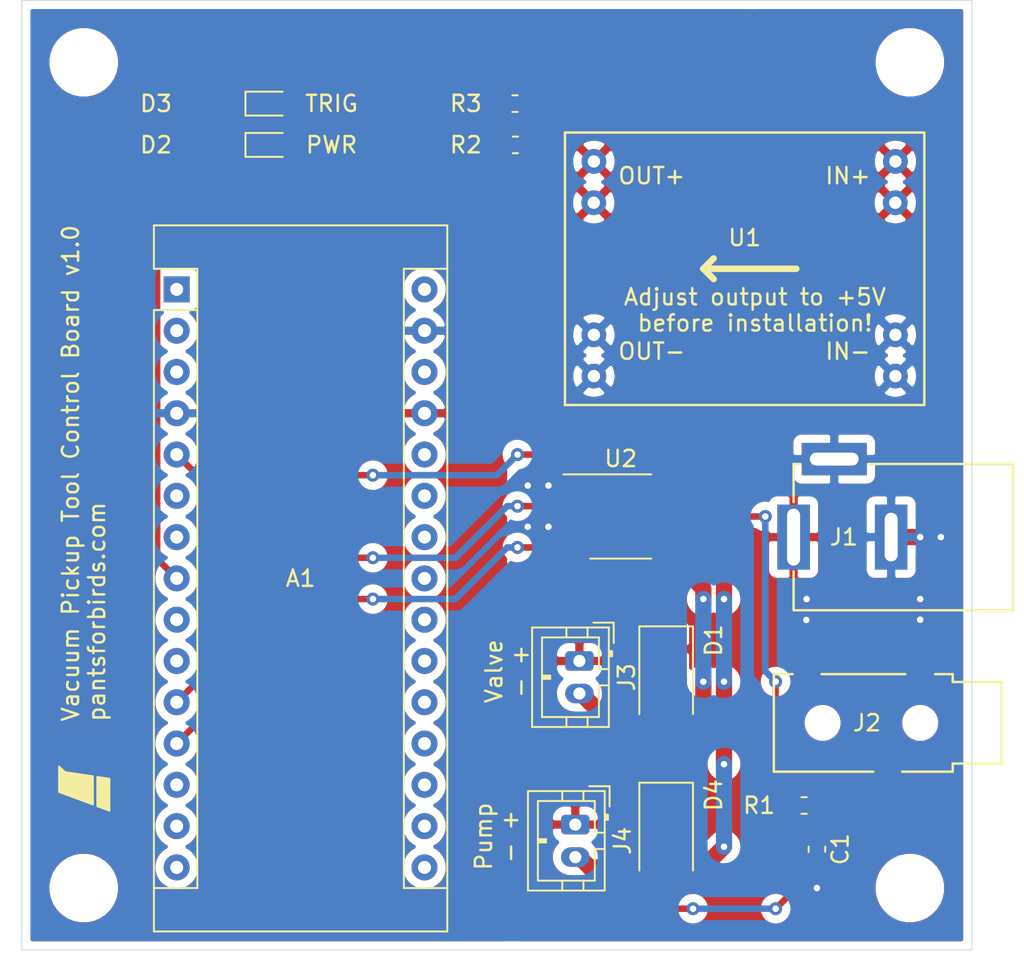
<source format=kicad_pcb>
(kicad_pcb (version 20171130) (host pcbnew "(5.1.4-0)")

  (general
    (thickness 1.6)
    (drawings 10)
    (tracks 101)
    (zones 0)
    (modules 20)
    (nets 12)
  )

  (page A4)
  (layers
    (0 F.Cu signal)
    (31 B.Cu signal)
    (32 B.Adhes user)
    (33 F.Adhes user)
    (34 B.Paste user)
    (35 F.Paste user)
    (36 B.SilkS user)
    (37 F.SilkS user)
    (38 B.Mask user)
    (39 F.Mask user)
    (40 Dwgs.User user)
    (41 Cmts.User user)
    (42 Eco1.User user)
    (43 Eco2.User user)
    (44 Edge.Cuts user)
    (45 Margin user)
    (46 B.CrtYd user)
    (47 F.CrtYd user)
    (48 B.Fab user)
    (49 F.Fab user)
  )

  (setup
    (last_trace_width 0.25)
    (user_trace_width 0.2)
    (user_trace_width 0.4)
    (user_trace_width 1)
    (trace_clearance 0.2)
    (zone_clearance 0.508)
    (zone_45_only no)
    (trace_min 0.2)
    (via_size 0.8)
    (via_drill 0.4)
    (via_min_size 0.4)
    (via_min_drill 0.3)
    (user_via 0.6 0.3)
    (user_via 0.8 0.4)
    (uvia_size 0.3)
    (uvia_drill 0.1)
    (uvias_allowed no)
    (uvia_min_size 0.2)
    (uvia_min_drill 0.1)
    (edge_width 0.05)
    (segment_width 0.2)
    (pcb_text_width 0.3)
    (pcb_text_size 1.5 1.5)
    (mod_edge_width 0.12)
    (mod_text_size 1 1)
    (mod_text_width 0.15)
    (pad_size 1.524 1.524)
    (pad_drill 0.762)
    (pad_to_mask_clearance 0.051)
    (solder_mask_min_width 0.25)
    (aux_axis_origin 0 0)
    (visible_elements 7FFFFFFF)
    (pcbplotparams
      (layerselection 0x010fc_ffffffff)
      (usegerberextensions false)
      (usegerberattributes false)
      (usegerberadvancedattributes false)
      (creategerberjobfile false)
      (excludeedgelayer true)
      (linewidth 0.100000)
      (plotframeref false)
      (viasonmask false)
      (mode 1)
      (useauxorigin false)
      (hpglpennumber 1)
      (hpglpenspeed 20)
      (hpglpendiameter 15.000000)
      (psnegative false)
      (psa4output false)
      (plotreference true)
      (plotvalue true)
      (plotinvisibletext false)
      (padsonsilk false)
      (subtractmaskfromsilk false)
      (outputformat 1)
      (mirror false)
      (drillshape 0)
      (scaleselection 1)
      (outputdirectory "plots/"))
  )

  (net 0 "")
  (net 1 GND)
  (net 2 /TRIGGER_SWITCH)
  (net 3 /TRIGGER_LED)
  (net 4 /PUMP_CTRL)
  (net 5 /VALVE_CTRL)
  (net 6 +12V)
  (net 7 "Net-(D1-Pad2)")
  (net 8 "Net-(D2-Pad2)")
  (net 9 "Net-(D3-Pad2)")
  (net 10 "Net-(D4-Pad2)")
  (net 11 +5V)

  (net_class Default "This is the default net class."
    (clearance 0.2)
    (trace_width 0.25)
    (via_dia 0.8)
    (via_drill 0.4)
    (uvia_dia 0.3)
    (uvia_drill 0.1)
    (add_net +12V)
    (add_net +5V)
    (add_net /PUMP_CTRL)
    (add_net /TRIGGER_LED)
    (add_net /TRIGGER_SWITCH)
    (add_net /VALVE_CTRL)
    (add_net GND)
    (add_net "Net-(D1-Pad2)")
    (add_net "Net-(D2-Pad2)")
    (add_net "Net-(D3-Pad2)")
    (add_net "Net-(D4-Pad2)")
  )

  (net_class Medium ""
    (clearance 0.2)
    (trace_width 0.4)
    (via_dia 0.8)
    (via_drill 0.4)
    (uvia_dia 0.3)
    (uvia_drill 0.1)
  )

  (net_class Wide ""
    (clearance 0.2)
    (trace_width 1)
    (via_dia 0.8)
    (via_drill 0.4)
    (uvia_dia 0.3)
    (uvia_drill 0.1)
  )

  (module lib_fp:bird_with_pants_small_flipped (layer F.Cu) (tedit 5D6EE17B) (tstamp 5D6F34C3)
    (at 0 44.45 90)
    (fp_text reference G*** (at 0 0 90) (layer F.SilkS) hide
      (effects (font (size 1.524 1.524) (thickness 0.3)))
    )
    (fp_text value LOGO (at 0.75 0 90) (layer F.SilkS) hide
      (effects (font (size 1.524 1.524) (thickness 0.3)))
    )
    (fp_poly (pts (xy 0.4953 0.8255) (xy -1.3208 0.8255) (xy -1.6002 1.5875) (xy 0.381 1.5875)) (layer F.SilkS) (width 0.1))
    (fp_poly (pts (xy 1.143 -1.524) (xy -0.4445 -1.524) (xy -1.2192 0.5715) (xy 0.5334 0.5715)
      (xy 0.7874 -1.143)) (layer F.SilkS) (width 0.1))
  )

  (module Diode_SMD:D_SMA (layer F.Cu) (tedit 586432E5) (tstamp 5D666332)
    (at 35.814 38.1 270)
    (descr "Diode SMA (DO-214AC)")
    (tags "Diode SMA (DO-214AC)")
    (path /5D61C505)
    (attr smd)
    (fp_text reference D1 (at -2.54 -2.921 90) (layer F.SilkS)
      (effects (font (size 1 1) (thickness 0.15)))
    )
    (fp_text value "40V 5A" (at 0 2.6 90) (layer F.Fab)
      (effects (font (size 1 1) (thickness 0.15)))
    )
    (fp_line (start -3.4 -1.65) (end 2 -1.65) (layer F.SilkS) (width 0.12))
    (fp_line (start -3.4 1.65) (end 2 1.65) (layer F.SilkS) (width 0.12))
    (fp_line (start -0.64944 0.00102) (end 0.50118 -0.79908) (layer F.Fab) (width 0.1))
    (fp_line (start -0.64944 0.00102) (end 0.50118 0.75032) (layer F.Fab) (width 0.1))
    (fp_line (start 0.50118 0.75032) (end 0.50118 -0.79908) (layer F.Fab) (width 0.1))
    (fp_line (start -0.64944 -0.79908) (end -0.64944 0.80112) (layer F.Fab) (width 0.1))
    (fp_line (start 0.50118 0.00102) (end 1.4994 0.00102) (layer F.Fab) (width 0.1))
    (fp_line (start -0.64944 0.00102) (end -1.55114 0.00102) (layer F.Fab) (width 0.1))
    (fp_line (start -3.5 1.75) (end -3.5 -1.75) (layer F.CrtYd) (width 0.05))
    (fp_line (start 3.5 1.75) (end -3.5 1.75) (layer F.CrtYd) (width 0.05))
    (fp_line (start 3.5 -1.75) (end 3.5 1.75) (layer F.CrtYd) (width 0.05))
    (fp_line (start -3.5 -1.75) (end 3.5 -1.75) (layer F.CrtYd) (width 0.05))
    (fp_line (start 2.3 -1.5) (end -2.3 -1.5) (layer F.Fab) (width 0.1))
    (fp_line (start 2.3 -1.5) (end 2.3 1.5) (layer F.Fab) (width 0.1))
    (fp_line (start -2.3 1.5) (end -2.3 -1.5) (layer F.Fab) (width 0.1))
    (fp_line (start 2.3 1.5) (end -2.3 1.5) (layer F.Fab) (width 0.1))
    (fp_line (start -3.4 -1.65) (end -3.4 1.65) (layer F.SilkS) (width 0.12))
    (fp_text user %R (at 0 -2.5 90) (layer F.Fab)
      (effects (font (size 1 1) (thickness 0.15)))
    )
    (pad 2 smd rect (at 2 0 270) (size 2.5 1.8) (layers F.Cu F.Paste F.Mask)
      (net 7 "Net-(D1-Pad2)"))
    (pad 1 smd rect (at -2 0 270) (size 2.5 1.8) (layers F.Cu F.Paste F.Mask)
      (net 6 +12V))
    (model ${KISYS3DMOD}/Diode_SMD.3dshapes/D_SMA.wrl
      (at (xyz 0 0 0))
      (scale (xyz 1 1 1))
      (rotate (xyz 0 0 0))
    )
  )

  (module LED_SMD:LED_0603_1608Metric (layer F.Cu) (tedit 5B301BBE) (tstamp 5D6662F7)
    (at 11.43 5.08)
    (descr "LED SMD 0603 (1608 Metric), square (rectangular) end terminal, IPC_7351 nominal, (Body size source: http://www.tortai-tech.com/upload/download/2011102023233369053.pdf), generated with kicad-footprint-generator")
    (tags diode)
    (path /5D6AB43D)
    (attr smd)
    (fp_text reference D2 (at -6.985 0) (layer F.SilkS)
      (effects (font (size 1 1) (thickness 0.15)))
    )
    (fp_text value LED_RED (at 0 1.43) (layer F.Fab)
      (effects (font (size 1 1) (thickness 0.15)))
    )
    (fp_text user %R (at 0 0) (layer F.Fab)
      (effects (font (size 0.4 0.4) (thickness 0.06)))
    )
    (fp_line (start 1.48 0.73) (end -1.48 0.73) (layer F.CrtYd) (width 0.05))
    (fp_line (start 1.48 -0.73) (end 1.48 0.73) (layer F.CrtYd) (width 0.05))
    (fp_line (start -1.48 -0.73) (end 1.48 -0.73) (layer F.CrtYd) (width 0.05))
    (fp_line (start -1.48 0.73) (end -1.48 -0.73) (layer F.CrtYd) (width 0.05))
    (fp_line (start -1.485 0.735) (end 0.8 0.735) (layer F.SilkS) (width 0.12))
    (fp_line (start -1.485 -0.735) (end -1.485 0.735) (layer F.SilkS) (width 0.12))
    (fp_line (start 0.8 -0.735) (end -1.485 -0.735) (layer F.SilkS) (width 0.12))
    (fp_line (start 0.8 0.4) (end 0.8 -0.4) (layer F.Fab) (width 0.1))
    (fp_line (start -0.8 0.4) (end 0.8 0.4) (layer F.Fab) (width 0.1))
    (fp_line (start -0.8 -0.1) (end -0.8 0.4) (layer F.Fab) (width 0.1))
    (fp_line (start -0.5 -0.4) (end -0.8 -0.1) (layer F.Fab) (width 0.1))
    (fp_line (start 0.8 -0.4) (end -0.5 -0.4) (layer F.Fab) (width 0.1))
    (pad 2 smd roundrect (at 0.7875 0) (size 0.875 0.95) (layers F.Cu F.Paste F.Mask) (roundrect_rratio 0.25)
      (net 8 "Net-(D2-Pad2)"))
    (pad 1 smd roundrect (at -0.7875 0) (size 0.875 0.95) (layers F.Cu F.Paste F.Mask) (roundrect_rratio 0.25)
      (net 1 GND))
    (model ${KISYS3DMOD}/LED_SMD.3dshapes/LED_0603_1608Metric.wrl
      (at (xyz 0 0 0))
      (scale (xyz 1 1 1))
      (rotate (xyz 0 0 0))
    )
  )

  (module LED_SMD:LED_0603_1608Metric (layer F.Cu) (tedit 5B301BBE) (tstamp 5D6665A3)
    (at 11.43 2.54)
    (descr "LED SMD 0603 (1608 Metric), square (rectangular) end terminal, IPC_7351 nominal, (Body size source: http://www.tortai-tech.com/upload/download/2011102023233369053.pdf), generated with kicad-footprint-generator")
    (tags diode)
    (path /5D6B1543)
    (attr smd)
    (fp_text reference D3 (at -6.985 0) (layer F.SilkS)
      (effects (font (size 1 1) (thickness 0.15)))
    )
    (fp_text value LED_GREEN (at 0 1.43) (layer F.Fab)
      (effects (font (size 1 1) (thickness 0.15)))
    )
    (fp_text user %R (at 0 0) (layer F.Fab)
      (effects (font (size 0.4 0.4) (thickness 0.06)))
    )
    (fp_line (start 1.48 0.73) (end -1.48 0.73) (layer F.CrtYd) (width 0.05))
    (fp_line (start 1.48 -0.73) (end 1.48 0.73) (layer F.CrtYd) (width 0.05))
    (fp_line (start -1.48 -0.73) (end 1.48 -0.73) (layer F.CrtYd) (width 0.05))
    (fp_line (start -1.48 0.73) (end -1.48 -0.73) (layer F.CrtYd) (width 0.05))
    (fp_line (start -1.485 0.735) (end 0.8 0.735) (layer F.SilkS) (width 0.12))
    (fp_line (start -1.485 -0.735) (end -1.485 0.735) (layer F.SilkS) (width 0.12))
    (fp_line (start 0.8 -0.735) (end -1.485 -0.735) (layer F.SilkS) (width 0.12))
    (fp_line (start 0.8 0.4) (end 0.8 -0.4) (layer F.Fab) (width 0.1))
    (fp_line (start -0.8 0.4) (end 0.8 0.4) (layer F.Fab) (width 0.1))
    (fp_line (start -0.8 -0.1) (end -0.8 0.4) (layer F.Fab) (width 0.1))
    (fp_line (start -0.5 -0.4) (end -0.8 -0.1) (layer F.Fab) (width 0.1))
    (fp_line (start 0.8 -0.4) (end -0.5 -0.4) (layer F.Fab) (width 0.1))
    (pad 2 smd roundrect (at 0.7875 0) (size 0.875 0.95) (layers F.Cu F.Paste F.Mask) (roundrect_rratio 0.25)
      (net 9 "Net-(D3-Pad2)"))
    (pad 1 smd roundrect (at -0.7875 0) (size 0.875 0.95) (layers F.Cu F.Paste F.Mask) (roundrect_rratio 0.25)
      (net 3 /TRIGGER_LED))
    (model ${KISYS3DMOD}/LED_SMD.3dshapes/LED_0603_1608Metric.wrl
      (at (xyz 0 0 0))
      (scale (xyz 1 1 1))
      (rotate (xyz 0 0 0))
    )
  )

  (module Diode_SMD:D_SMA (layer F.Cu) (tedit 586432E5) (tstamp 5D66647F)
    (at 35.814 47.72 270)
    (descr "Diode SMA (DO-214AC)")
    (tags "Diode SMA (DO-214AC)")
    (path /5D677BA6)
    (attr smd)
    (fp_text reference D4 (at -2.635 -2.921 90) (layer F.SilkS)
      (effects (font (size 1 1) (thickness 0.15)))
    )
    (fp_text value "40V 5A" (at 0 2.6 90) (layer F.Fab)
      (effects (font (size 1 1) (thickness 0.15)))
    )
    (fp_line (start -3.4 -1.65) (end 2 -1.65) (layer F.SilkS) (width 0.12))
    (fp_line (start -3.4 1.65) (end 2 1.65) (layer F.SilkS) (width 0.12))
    (fp_line (start -0.64944 0.00102) (end 0.50118 -0.79908) (layer F.Fab) (width 0.1))
    (fp_line (start -0.64944 0.00102) (end 0.50118 0.75032) (layer F.Fab) (width 0.1))
    (fp_line (start 0.50118 0.75032) (end 0.50118 -0.79908) (layer F.Fab) (width 0.1))
    (fp_line (start -0.64944 -0.79908) (end -0.64944 0.80112) (layer F.Fab) (width 0.1))
    (fp_line (start 0.50118 0.00102) (end 1.4994 0.00102) (layer F.Fab) (width 0.1))
    (fp_line (start -0.64944 0.00102) (end -1.55114 0.00102) (layer F.Fab) (width 0.1))
    (fp_line (start -3.5 1.75) (end -3.5 -1.75) (layer F.CrtYd) (width 0.05))
    (fp_line (start 3.5 1.75) (end -3.5 1.75) (layer F.CrtYd) (width 0.05))
    (fp_line (start 3.5 -1.75) (end 3.5 1.75) (layer F.CrtYd) (width 0.05))
    (fp_line (start -3.5 -1.75) (end 3.5 -1.75) (layer F.CrtYd) (width 0.05))
    (fp_line (start 2.3 -1.5) (end -2.3 -1.5) (layer F.Fab) (width 0.1))
    (fp_line (start 2.3 -1.5) (end 2.3 1.5) (layer F.Fab) (width 0.1))
    (fp_line (start -2.3 1.5) (end -2.3 -1.5) (layer F.Fab) (width 0.1))
    (fp_line (start 2.3 1.5) (end -2.3 1.5) (layer F.Fab) (width 0.1))
    (fp_line (start -3.4 -1.65) (end -3.4 1.65) (layer F.SilkS) (width 0.12))
    (fp_text user %R (at 0 -2.5 90) (layer F.Fab)
      (effects (font (size 1 1) (thickness 0.15)))
    )
    (pad 2 smd rect (at 2 0 270) (size 2.5 1.8) (layers F.Cu F.Paste F.Mask)
      (net 10 "Net-(D4-Pad2)"))
    (pad 1 smd rect (at -2 0 270) (size 2.5 1.8) (layers F.Cu F.Paste F.Mask)
      (net 6 +12V))
    (model ${KISYS3DMOD}/Diode_SMD.3dshapes/D_SMA.wrl
      (at (xyz 0 0 0))
      (scale (xyz 1 1 1))
      (rotate (xyz 0 0 0))
    )
  )

  (module lib_fp:SOFNG_DC005-T20 (layer F.Cu) (tedit 5D6D6CAF) (tstamp 5D666687)
    (at 57.15 29.21 180)
    (path /5D67239E)
    (fp_text reference J1 (at 10.414 0) (layer F.SilkS)
      (effects (font (size 1 1) (thickness 0.15)))
    )
    (fp_text value Barrel_Jack (at 6.35 -3.81) (layer F.Fab)
      (effects (font (size 1 1) (thickness 0.15)))
    )
    (fp_line (start -0.635 6.35) (end -0.635 -5.08) (layer F.CrtYd) (width 0.08))
    (fp_line (start 15.24 6.35) (end -0.635 6.35) (layer F.CrtYd) (width 0.08))
    (fp_line (start 15.24 -5.08) (end 15.24 6.35) (layer F.CrtYd) (width 0.08))
    (fp_line (start -0.635 -5.08) (end 15.24 -5.08) (layer F.CrtYd) (width 0.08))
    (fp_line (start 13.081 4.5) (end 13.5 4.5) (layer F.SilkS) (width 0.15))
    (fp_line (start 13.5 -4.5) (end 13.5 -2.104) (layer F.SilkS) (width 0.15))
    (fp_line (start 13.5 2.159) (end 13.5 4.5) (layer F.SilkS) (width 0.15))
    (fp_line (start 0 4.5) (end 8.89 4.5) (layer F.SilkS) (width 0.15))
    (fp_line (start 0 -4.5) (end 13.5 -4.5) (layer F.SilkS) (width 0.15))
    (fp_line (start 0 -4.5) (end 0 4.5) (layer F.SilkS) (width 0.15))
    (pad 1 thru_hole rect (at 13.5 0 180) (size 2 4) (drill oval 0.8 3.5) (layers *.Cu *.Mask)
      (net 6 +12V))
    (pad 2 thru_hole rect (at 7.5 0 180) (size 2 4) (drill oval 0.8 3) (layers *.Cu *.Mask)
      (net 1 GND))
    (pad 2 thru_hole rect (at 11 4.8 180) (size 4 2) (drill oval 3 0.8) (layers *.Cu *.Mask)
      (net 1 GND))
    (model "${KIPRJMOD}/lib_3d/DC Jack v2.step"
      (offset (xyz 7.5 0 0))
      (scale (xyz 1 1 1))
      (rotate (xyz -90 0 180))
    )
  )

  (module lib_fp:Boom_PJ-320B (layer F.Cu) (tedit 5D664D99) (tstamp 5D66656B)
    (at 49.435 40.64 180)
    (path /5D6780D2)
    (fp_text reference J2 (at 1.27 0) (layer F.SilkS)
      (effects (font (size 1 1) (thickness 0.15)))
    )
    (fp_text value AudioJack3 (at 0 -6.35) (layer F.Fab)
      (effects (font (size 1 1) (thickness 0.15)))
    )
    (fp_line (start -4.445 -3.175) (end -7.62 -3.175) (layer F.CrtYd) (width 0.08))
    (fp_line (start -4.445 -3.81) (end -4.445 -3.175) (layer F.CrtYd) (width 0.08))
    (fp_line (start -1.27 -3.81) (end -4.445 -3.81) (layer F.CrtYd) (width 0.08))
    (fp_line (start -1.27 -5.715) (end -1.27 -3.81) (layer F.CrtYd) (width 0.08))
    (fp_line (start 1.27 -5.715) (end -1.27 -5.715) (layer F.CrtYd) (width 0.08))
    (fp_line (start 1.27 -3.81) (end 1.27 -5.715) (layer F.CrtYd) (width 0.08))
    (fp_line (start 7.62 -3.81) (end 1.27 -3.81) (layer F.CrtYd) (width 0.08))
    (fp_line (start 7.62 3.81) (end 7.62 -3.81) (layer F.CrtYd) (width 0.08))
    (fp_line (start 6.35 3.81) (end 7.62 3.81) (layer F.CrtYd) (width 0.08))
    (fp_line (start 6.35 5.715) (end 6.35 3.81) (layer F.CrtYd) (width 0.08))
    (fp_line (start 3.81 5.715) (end 6.35 5.715) (layer F.CrtYd) (width 0.08))
    (fp_line (start 3.81 3.81) (end 3.81 5.715) (layer F.CrtYd) (width 0.08))
    (fp_line (start -0.635 3.81) (end 3.81 3.81) (layer F.CrtYd) (width 0.08))
    (fp_line (start -0.635 5.715) (end -0.635 3.81) (layer F.CrtYd) (width 0.08))
    (fp_line (start -3.175 5.715) (end -0.635 5.715) (layer F.CrtYd) (width 0.08))
    (fp_line (start -3.175 3.81) (end -3.175 5.715) (layer F.CrtYd) (width 0.08))
    (fp_line (start -4.445 3.81) (end -3.175 3.81) (layer F.CrtYd) (width 0.08))
    (fp_line (start -4.445 3.175) (end -4.445 3.81) (layer F.CrtYd) (width 0.08))
    (fp_line (start -7.62 3.175) (end -4.445 3.175) (layer F.CrtYd) (width 0.08))
    (fp_line (start -7.62 -3.175) (end -7.62 3.175) (layer F.CrtYd) (width 0.08))
    (fp_line (start -7 -2.5) (end -7 2.5) (layer F.SilkS) (width 0.15))
    (fp_line (start 0.889 -3) (end 7 -3) (layer F.SilkS) (width 0.15))
    (fp_line (start -4 -3) (end -4 -2.5) (layer F.SilkS) (width 0.15))
    (fp_line (start -4 -2.5) (end -7 -2.5) (layer F.SilkS) (width 0.15))
    (fp_line (start -4 3) (end -2.921 3) (layer F.SilkS) (width 0.15))
    (fp_line (start -4 2.5165) (end -7 2.5165) (layer F.SilkS) (width 0.15))
    (fp_line (start -4 2.5165) (end -4 3) (layer F.SilkS) (width 0.15))
    (fp_line (start 7 -3) (end 7 3) (layer F.SilkS) (width 0.15))
    (fp_line (start -1.079 3) (end 4.064 3) (layer F.SilkS) (width 0.15))
    (fp_line (start 5.842 3) (end 7 3) (layer F.SilkS) (width 0.15))
    (fp_line (start -4 -3) (end -0.889 -3) (layer F.SilkS) (width 0.15))
    (pad S smd rect (at -2 5.5 180) (size 1.5 3.5) (drill (offset 0 -1.75)) (layers F.Cu F.Paste F.Mask)
      (net 1 GND))
    (pad R smd rect (at 0 -5.5 180) (size 1.5 3.5) (drill (offset 0 1.75)) (layers F.Cu F.Paste F.Mask)
      (net 2 /TRIGGER_SWITCH))
    (pad T smd rect (at 5 5.5 180) (size 1.5 3.5) (drill (offset 0 -1.75)) (layers F.Cu F.Paste F.Mask)
      (net 1 GND))
    (pad "" np_thru_hole circle (at -2 0 180) (size 1.2 1.2) (drill 1.2) (layers *.Cu *.Mask))
    (pad "" np_thru_hole circle (at 4 0 180) (size 1.2 1.2) (drill 1.2) (layers *.Cu *.Mask))
    (model ${KIPRJMOD}/lib_3d/PJ-320B.step
      (at (xyz 0 0 0))
      (scale (xyz 1 1 1))
      (rotate (xyz 0 0 0))
    )
  )

  (module Connector_JST:JST_PH_B2B-PH-K_1x02_P2.00mm_Vertical (layer F.Cu) (tedit 5B7745C2) (tstamp 5D666416)
    (at 30.48 36.83 270)
    (descr "JST PH series connector, B2B-PH-K (http://www.jst-mfg.com/product/pdf/eng/ePH.pdf), generated with kicad-footprint-generator")
    (tags "connector JST PH side entry")
    (path /5D61FC05)
    (fp_text reference J3 (at 1 -2.9 90) (layer F.SilkS)
      (effects (font (size 1 1) (thickness 0.15)))
    )
    (fp_text value JST_PH_01x02_Male (at 1 4 90) (layer F.Fab)
      (effects (font (size 1 1) (thickness 0.15)))
    )
    (fp_text user %R (at 1 1.5 90) (layer F.Fab)
      (effects (font (size 1 1) (thickness 0.15)))
    )
    (fp_line (start 4.45 -2.2) (end -2.45 -2.2) (layer F.CrtYd) (width 0.05))
    (fp_line (start 4.45 3.3) (end 4.45 -2.2) (layer F.CrtYd) (width 0.05))
    (fp_line (start -2.45 3.3) (end 4.45 3.3) (layer F.CrtYd) (width 0.05))
    (fp_line (start -2.45 -2.2) (end -2.45 3.3) (layer F.CrtYd) (width 0.05))
    (fp_line (start 3.95 -1.7) (end -1.95 -1.7) (layer F.Fab) (width 0.1))
    (fp_line (start 3.95 2.8) (end 3.95 -1.7) (layer F.Fab) (width 0.1))
    (fp_line (start -1.95 2.8) (end 3.95 2.8) (layer F.Fab) (width 0.1))
    (fp_line (start -1.95 -1.7) (end -1.95 2.8) (layer F.Fab) (width 0.1))
    (fp_line (start -2.36 -2.11) (end -2.36 -0.86) (layer F.Fab) (width 0.1))
    (fp_line (start -1.11 -2.11) (end -2.36 -2.11) (layer F.Fab) (width 0.1))
    (fp_line (start -2.36 -2.11) (end -2.36 -0.86) (layer F.SilkS) (width 0.12))
    (fp_line (start -1.11 -2.11) (end -2.36 -2.11) (layer F.SilkS) (width 0.12))
    (fp_line (start 1 2.3) (end 1 1.8) (layer F.SilkS) (width 0.12))
    (fp_line (start 1.1 1.8) (end 1.1 2.3) (layer F.SilkS) (width 0.12))
    (fp_line (start 0.9 1.8) (end 1.1 1.8) (layer F.SilkS) (width 0.12))
    (fp_line (start 0.9 2.3) (end 0.9 1.8) (layer F.SilkS) (width 0.12))
    (fp_line (start 4.06 0.8) (end 3.45 0.8) (layer F.SilkS) (width 0.12))
    (fp_line (start 4.06 -0.5) (end 3.45 -0.5) (layer F.SilkS) (width 0.12))
    (fp_line (start -2.06 0.8) (end -1.45 0.8) (layer F.SilkS) (width 0.12))
    (fp_line (start -2.06 -0.5) (end -1.45 -0.5) (layer F.SilkS) (width 0.12))
    (fp_line (start 1.5 -1.2) (end 1.5 -1.81) (layer F.SilkS) (width 0.12))
    (fp_line (start 3.45 -1.2) (end 1.5 -1.2) (layer F.SilkS) (width 0.12))
    (fp_line (start 3.45 2.3) (end 3.45 -1.2) (layer F.SilkS) (width 0.12))
    (fp_line (start -1.45 2.3) (end 3.45 2.3) (layer F.SilkS) (width 0.12))
    (fp_line (start -1.45 -1.2) (end -1.45 2.3) (layer F.SilkS) (width 0.12))
    (fp_line (start 0.5 -1.2) (end -1.45 -1.2) (layer F.SilkS) (width 0.12))
    (fp_line (start 0.5 -1.81) (end 0.5 -1.2) (layer F.SilkS) (width 0.12))
    (fp_line (start -0.3 -1.91) (end -0.6 -1.91) (layer F.SilkS) (width 0.12))
    (fp_line (start -0.6 -2.01) (end -0.6 -1.81) (layer F.SilkS) (width 0.12))
    (fp_line (start -0.3 -2.01) (end -0.6 -2.01) (layer F.SilkS) (width 0.12))
    (fp_line (start -0.3 -1.81) (end -0.3 -2.01) (layer F.SilkS) (width 0.12))
    (fp_line (start 4.06 -1.81) (end -2.06 -1.81) (layer F.SilkS) (width 0.12))
    (fp_line (start 4.06 2.91) (end 4.06 -1.81) (layer F.SilkS) (width 0.12))
    (fp_line (start -2.06 2.91) (end 4.06 2.91) (layer F.SilkS) (width 0.12))
    (fp_line (start -2.06 -1.81) (end -2.06 2.91) (layer F.SilkS) (width 0.12))
    (pad 2 thru_hole oval (at 2 0 270) (size 1.2 1.75) (drill 0.75) (layers *.Cu *.Mask)
      (net 7 "Net-(D1-Pad2)"))
    (pad 1 thru_hole roundrect (at 0 0 270) (size 1.2 1.75) (drill 0.75) (layers *.Cu *.Mask) (roundrect_rratio 0.208333)
      (net 6 +12V))
    (model ${KISYS3DMOD}/Connector_JST.3dshapes/JST_PH_B2B-PH-K_1x02_P2.00mm_Vertical.wrl
      (at (xyz 0 0 0))
      (scale (xyz 1 1 1))
      (rotate (xyz 0 0 0))
    )
  )

  (module Connector_JST:JST_PH_B2B-PH-K_1x02_P2.00mm_Vertical (layer F.Cu) (tedit 5B7745C2) (tstamp 5D666506)
    (at 30.226 46.895 270)
    (descr "JST PH series connector, B2B-PH-K (http://www.jst-mfg.com/product/pdf/eng/ePH.pdf), generated with kicad-footprint-generator")
    (tags "connector JST PH side entry")
    (path /5D63DC0C)
    (fp_text reference J4 (at 1 -2.9 90) (layer F.SilkS)
      (effects (font (size 1 1) (thickness 0.15)))
    )
    (fp_text value JST_PH_01x02_Male (at 1 4 90) (layer F.Fab)
      (effects (font (size 1 1) (thickness 0.15)))
    )
    (fp_text user %R (at 1 1.5 90) (layer F.Fab)
      (effects (font (size 1 1) (thickness 0.15)))
    )
    (fp_line (start 4.45 -2.2) (end -2.45 -2.2) (layer F.CrtYd) (width 0.05))
    (fp_line (start 4.45 3.3) (end 4.45 -2.2) (layer F.CrtYd) (width 0.05))
    (fp_line (start -2.45 3.3) (end 4.45 3.3) (layer F.CrtYd) (width 0.05))
    (fp_line (start -2.45 -2.2) (end -2.45 3.3) (layer F.CrtYd) (width 0.05))
    (fp_line (start 3.95 -1.7) (end -1.95 -1.7) (layer F.Fab) (width 0.1))
    (fp_line (start 3.95 2.8) (end 3.95 -1.7) (layer F.Fab) (width 0.1))
    (fp_line (start -1.95 2.8) (end 3.95 2.8) (layer F.Fab) (width 0.1))
    (fp_line (start -1.95 -1.7) (end -1.95 2.8) (layer F.Fab) (width 0.1))
    (fp_line (start -2.36 -2.11) (end -2.36 -0.86) (layer F.Fab) (width 0.1))
    (fp_line (start -1.11 -2.11) (end -2.36 -2.11) (layer F.Fab) (width 0.1))
    (fp_line (start -2.36 -2.11) (end -2.36 -0.86) (layer F.SilkS) (width 0.12))
    (fp_line (start -1.11 -2.11) (end -2.36 -2.11) (layer F.SilkS) (width 0.12))
    (fp_line (start 1 2.3) (end 1 1.8) (layer F.SilkS) (width 0.12))
    (fp_line (start 1.1 1.8) (end 1.1 2.3) (layer F.SilkS) (width 0.12))
    (fp_line (start 0.9 1.8) (end 1.1 1.8) (layer F.SilkS) (width 0.12))
    (fp_line (start 0.9 2.3) (end 0.9 1.8) (layer F.SilkS) (width 0.12))
    (fp_line (start 4.06 0.8) (end 3.45 0.8) (layer F.SilkS) (width 0.12))
    (fp_line (start 4.06 -0.5) (end 3.45 -0.5) (layer F.SilkS) (width 0.12))
    (fp_line (start -2.06 0.8) (end -1.45 0.8) (layer F.SilkS) (width 0.12))
    (fp_line (start -2.06 -0.5) (end -1.45 -0.5) (layer F.SilkS) (width 0.12))
    (fp_line (start 1.5 -1.2) (end 1.5 -1.81) (layer F.SilkS) (width 0.12))
    (fp_line (start 3.45 -1.2) (end 1.5 -1.2) (layer F.SilkS) (width 0.12))
    (fp_line (start 3.45 2.3) (end 3.45 -1.2) (layer F.SilkS) (width 0.12))
    (fp_line (start -1.45 2.3) (end 3.45 2.3) (layer F.SilkS) (width 0.12))
    (fp_line (start -1.45 -1.2) (end -1.45 2.3) (layer F.SilkS) (width 0.12))
    (fp_line (start 0.5 -1.2) (end -1.45 -1.2) (layer F.SilkS) (width 0.12))
    (fp_line (start 0.5 -1.81) (end 0.5 -1.2) (layer F.SilkS) (width 0.12))
    (fp_line (start -0.3 -1.91) (end -0.6 -1.91) (layer F.SilkS) (width 0.12))
    (fp_line (start -0.6 -2.01) (end -0.6 -1.81) (layer F.SilkS) (width 0.12))
    (fp_line (start -0.3 -2.01) (end -0.6 -2.01) (layer F.SilkS) (width 0.12))
    (fp_line (start -0.3 -1.81) (end -0.3 -2.01) (layer F.SilkS) (width 0.12))
    (fp_line (start 4.06 -1.81) (end -2.06 -1.81) (layer F.SilkS) (width 0.12))
    (fp_line (start 4.06 2.91) (end 4.06 -1.81) (layer F.SilkS) (width 0.12))
    (fp_line (start -2.06 2.91) (end 4.06 2.91) (layer F.SilkS) (width 0.12))
    (fp_line (start -2.06 -1.81) (end -2.06 2.91) (layer F.SilkS) (width 0.12))
    (pad 2 thru_hole oval (at 2 0 270) (size 1.2 1.75) (drill 0.75) (layers *.Cu *.Mask)
      (net 10 "Net-(D4-Pad2)"))
    (pad 1 thru_hole roundrect (at 0 0 270) (size 1.2 1.75) (drill 0.75) (layers *.Cu *.Mask) (roundrect_rratio 0.208333)
      (net 6 +12V))
    (model ${KISYS3DMOD}/Connector_JST.3dshapes/JST_PH_B2B-PH-K_1x02_P2.00mm_Vertical.wrl
      (at (xyz 0 0 0))
      (scale (xyz 1 1 1))
      (rotate (xyz 0 0 0))
    )
  )

  (module Resistor_SMD:R_0603_1608Metric (layer F.Cu) (tedit 5B301BBD) (tstamp 5D6663CD)
    (at 44.2975 45.72)
    (descr "Resistor SMD 0603 (1608 Metric), square (rectangular) end terminal, IPC_7351 nominal, (Body size source: http://www.tortai-tech.com/upload/download/2011102023233369053.pdf), generated with kicad-footprint-generator")
    (tags resistor)
    (path /5D664B02)
    (attr smd)
    (fp_text reference R1 (at -2.7685 0) (layer F.SilkS)
      (effects (font (size 1 1) (thickness 0.15)))
    )
    (fp_text value 10k (at 0 1.43) (layer F.Fab)
      (effects (font (size 1 1) (thickness 0.15)))
    )
    (fp_text user %R (at 0 0) (layer F.Fab)
      (effects (font (size 0.4 0.4) (thickness 0.06)))
    )
    (fp_line (start 1.48 0.73) (end -1.48 0.73) (layer F.CrtYd) (width 0.05))
    (fp_line (start 1.48 -0.73) (end 1.48 0.73) (layer F.CrtYd) (width 0.05))
    (fp_line (start -1.48 -0.73) (end 1.48 -0.73) (layer F.CrtYd) (width 0.05))
    (fp_line (start -1.48 0.73) (end -1.48 -0.73) (layer F.CrtYd) (width 0.05))
    (fp_line (start -0.162779 0.51) (end 0.162779 0.51) (layer F.SilkS) (width 0.12))
    (fp_line (start -0.162779 -0.51) (end 0.162779 -0.51) (layer F.SilkS) (width 0.12))
    (fp_line (start 0.8 0.4) (end -0.8 0.4) (layer F.Fab) (width 0.1))
    (fp_line (start 0.8 -0.4) (end 0.8 0.4) (layer F.Fab) (width 0.1))
    (fp_line (start -0.8 -0.4) (end 0.8 -0.4) (layer F.Fab) (width 0.1))
    (fp_line (start -0.8 0.4) (end -0.8 -0.4) (layer F.Fab) (width 0.1))
    (pad 2 smd roundrect (at 0.7875 0) (size 0.875 0.95) (layers F.Cu F.Paste F.Mask) (roundrect_rratio 0.25)
      (net 2 /TRIGGER_SWITCH))
    (pad 1 smd roundrect (at -0.7875 0) (size 0.875 0.95) (layers F.Cu F.Paste F.Mask) (roundrect_rratio 0.25)
      (net 11 +5V))
    (model ${KISYS3DMOD}/Resistor_SMD.3dshapes/R_0603_1608Metric.wrl
      (at (xyz 0 0 0))
      (scale (xyz 1 1 1))
      (rotate (xyz 0 0 0))
    )
  )

  (module Resistor_SMD:R_0603_1608Metric (layer F.Cu) (tedit 5B301BBD) (tstamp 5D6664BD)
    (at 26.543 5.08 180)
    (descr "Resistor SMD 0603 (1608 Metric), square (rectangular) end terminal, IPC_7351 nominal, (Body size source: http://www.tortai-tech.com/upload/download/2011102023233369053.pdf), generated with kicad-footprint-generator")
    (tags resistor)
    (path /5D6A9F43)
    (attr smd)
    (fp_text reference R2 (at 3.048 0 180) (layer F.SilkS)
      (effects (font (size 1 1) (thickness 0.15)))
    )
    (fp_text value 680R (at 0 1.43 180) (layer F.Fab)
      (effects (font (size 1 1) (thickness 0.15)))
    )
    (fp_text user %R (at 0 0 180) (layer F.Fab)
      (effects (font (size 0.4 0.4) (thickness 0.06)))
    )
    (fp_line (start 1.48 0.73) (end -1.48 0.73) (layer F.CrtYd) (width 0.05))
    (fp_line (start 1.48 -0.73) (end 1.48 0.73) (layer F.CrtYd) (width 0.05))
    (fp_line (start -1.48 -0.73) (end 1.48 -0.73) (layer F.CrtYd) (width 0.05))
    (fp_line (start -1.48 0.73) (end -1.48 -0.73) (layer F.CrtYd) (width 0.05))
    (fp_line (start -0.162779 0.51) (end 0.162779 0.51) (layer F.SilkS) (width 0.12))
    (fp_line (start -0.162779 -0.51) (end 0.162779 -0.51) (layer F.SilkS) (width 0.12))
    (fp_line (start 0.8 0.4) (end -0.8 0.4) (layer F.Fab) (width 0.1))
    (fp_line (start 0.8 -0.4) (end 0.8 0.4) (layer F.Fab) (width 0.1))
    (fp_line (start -0.8 -0.4) (end 0.8 -0.4) (layer F.Fab) (width 0.1))
    (fp_line (start -0.8 0.4) (end -0.8 -0.4) (layer F.Fab) (width 0.1))
    (pad 2 smd roundrect (at 0.7875 0 180) (size 0.875 0.95) (layers F.Cu F.Paste F.Mask) (roundrect_rratio 0.25)
      (net 8 "Net-(D2-Pad2)"))
    (pad 1 smd roundrect (at -0.7875 0 180) (size 0.875 0.95) (layers F.Cu F.Paste F.Mask) (roundrect_rratio 0.25)
      (net 11 +5V))
    (model ${KISYS3DMOD}/Resistor_SMD.3dshapes/R_0603_1608Metric.wrl
      (at (xyz 0 0 0))
      (scale (xyz 1 1 1))
      (rotate (xyz 0 0 0))
    )
  )

  (module Resistor_SMD:R_0603_1608Metric (layer F.Cu) (tedit 5B301BBD) (tstamp 5D66639D)
    (at 26.5175 2.54 180)
    (descr "Resistor SMD 0603 (1608 Metric), square (rectangular) end terminal, IPC_7351 nominal, (Body size source: http://www.tortai-tech.com/upload/download/2011102023233369053.pdf), generated with kicad-footprint-generator")
    (tags resistor)
    (path /5D6AF967)
    (attr smd)
    (fp_text reference R3 (at 3.0225 0 180) (layer F.SilkS)
      (effects (font (size 1 1) (thickness 0.15)))
    )
    (fp_text value 510R (at 0 1.43 180) (layer F.Fab)
      (effects (font (size 1 1) (thickness 0.15)))
    )
    (fp_text user %R (at 0 0 180) (layer F.Fab)
      (effects (font (size 0.4 0.4) (thickness 0.06)))
    )
    (fp_line (start 1.48 0.73) (end -1.48 0.73) (layer F.CrtYd) (width 0.05))
    (fp_line (start 1.48 -0.73) (end 1.48 0.73) (layer F.CrtYd) (width 0.05))
    (fp_line (start -1.48 -0.73) (end 1.48 -0.73) (layer F.CrtYd) (width 0.05))
    (fp_line (start -1.48 0.73) (end -1.48 -0.73) (layer F.CrtYd) (width 0.05))
    (fp_line (start -0.162779 0.51) (end 0.162779 0.51) (layer F.SilkS) (width 0.12))
    (fp_line (start -0.162779 -0.51) (end 0.162779 -0.51) (layer F.SilkS) (width 0.12))
    (fp_line (start 0.8 0.4) (end -0.8 0.4) (layer F.Fab) (width 0.1))
    (fp_line (start 0.8 -0.4) (end 0.8 0.4) (layer F.Fab) (width 0.1))
    (fp_line (start -0.8 -0.4) (end 0.8 -0.4) (layer F.Fab) (width 0.1))
    (fp_line (start -0.8 0.4) (end -0.8 -0.4) (layer F.Fab) (width 0.1))
    (pad 2 smd roundrect (at 0.7875 0 180) (size 0.875 0.95) (layers F.Cu F.Paste F.Mask) (roundrect_rratio 0.25)
      (net 9 "Net-(D3-Pad2)"))
    (pad 1 smd roundrect (at -0.7875 0 180) (size 0.875 0.95) (layers F.Cu F.Paste F.Mask) (roundrect_rratio 0.25)
      (net 11 +5V))
    (model ${KISYS3DMOD}/Resistor_SMD.3dshapes/R_0603_1608Metric.wrl
      (at (xyz 0 0 0))
      (scale (xyz 1 1 1))
      (rotate (xyz 0 0 0))
    )
  )

  (module lib_fp:Amazon_Small_Buck (layer F.Cu) (tedit 5D6793A8) (tstamp 5D66636F)
    (at 40.64 12.7 180)
    (path /5D635F95)
    (fp_text reference U1 (at 0 1.905) (layer F.SilkS)
      (effects (font (size 1 1) (thickness 0.15)))
    )
    (fp_text value Amazon_Small_Buck (at 0 -9.271) (layer F.Fab)
      (effects (font (size 1 1) (thickness 0.15)))
    )
    (fp_line (start 2.54 0) (end 1.905 0.635) (layer F.SilkS) (width 0.4))
    (fp_line (start 2.54 0) (end 1.905 -0.635) (layer F.SilkS) (width 0.4))
    (fp_line (start -3.175 0) (end 2.54 0) (layer F.SilkS) (width 0.4))
    (fp_text user IN+ (at -6.35 5.715) (layer F.SilkS)
      (effects (font (size 1 1) (thickness 0.15)))
    )
    (fp_text user IN- (at -6.35 -5.08) (layer F.SilkS)
      (effects (font (size 1 1) (thickness 0.15)))
    )
    (fp_text user OUT+ (at 5.715 5.715) (layer F.SilkS)
      (effects (font (size 1 1) (thickness 0.15)))
    )
    (fp_text user OUT- (at 5.715 -5.08) (layer F.SilkS)
      (effects (font (size 1 1) (thickness 0.15)))
    )
    (fp_line (start 11.049 -8.382) (end 11.049 8.382) (layer F.SilkS) (width 0.15))
    (fp_line (start -11.049 -8.382) (end -11.049 8.382) (layer F.SilkS) (width 0.15))
    (fp_line (start -11.049 8.382) (end 11.049 8.382) (layer F.SilkS) (width 0.15))
    (fp_line (start -11.049 -8.382) (end 11.049 -8.382) (layer F.SilkS) (width 0.15))
    (pad 8 thru_hole circle (at 9.271 -6.604 180) (size 1.524 1.524) (drill 0.762) (layers *.Cu *.Mask)
      (net 1 GND))
    (pad 7 thru_hole circle (at 9.271 -4.064 180) (size 1.524 1.524) (drill 0.762) (layers *.Cu *.Mask)
      (net 1 GND))
    (pad 5 thru_hole circle (at 9.271 6.604 180) (size 1.524 1.524) (drill 0.762) (layers *.Cu *.Mask)
      (net 11 +5V))
    (pad 6 thru_hole circle (at 9.28 4.064 180) (size 1.524 1.524) (drill 0.762) (layers *.Cu *.Mask)
      (net 11 +5V))
    (pad 4 thru_hole circle (at -9.271 6.604 180) (size 1.524 1.524) (drill 0.762) (layers *.Cu *.Mask)
      (net 6 +12V))
    (pad 3 thru_hole circle (at -9.262 4.064 180) (size 1.524 1.524) (drill 0.762) (layers *.Cu *.Mask)
      (net 6 +12V))
    (pad 1 thru_hole circle (at -9.271 -6.604 180) (size 1.524 1.524) (drill 0.762) (layers *.Cu *.Mask)
      (net 1 GND))
    (pad 2 thru_hole circle (at -9.271 -4.064 180) (size 1.524 1.524) (drill 0.762) (layers *.Cu *.Mask)
      (net 1 GND))
    (model ${KIPRJMOD}/lib_3d/Amazon_Small_Buck.STEP
      (offset (xyz 0 0 3))
      (scale (xyz 1 1 1))
      (rotate (xyz -90 0 0))
    )
  )

  (module lib_fp:Arduino_Nano (layer F.Cu) (tedit 5D664A02) (tstamp 5D67024C)
    (at 5.715 13.97)
    (descr "Arduino Nano, http://www.mouser.com/pdfdocs/Gravitech_Arduino_Nano3_0.pdf")
    (tags "Arduino Nano")
    (path /5D679E74)
    (fp_text reference A1 (at 7.62 17.78) (layer F.SilkS)
      (effects (font (size 1 1) (thickness 0.15)))
    )
    (fp_text value Arduino_Nano_v3.x (at 8.89 19.05 90) (layer F.Fab)
      (effects (font (size 1 1) (thickness 0.15)))
    )
    (fp_line (start 16.75 42.16) (end -1.53 42.16) (layer F.CrtYd) (width 0.05))
    (fp_line (start 16.75 42.16) (end 16.75 -4.06) (layer F.CrtYd) (width 0.05))
    (fp_line (start -1.53 -4.06) (end -1.53 42.16) (layer F.CrtYd) (width 0.05))
    (fp_line (start -1.53 -4.06) (end 16.75 -4.06) (layer F.CrtYd) (width 0.05))
    (fp_line (start 16.51 -3.81) (end 16.51 39.37) (layer F.Fab) (width 0.1))
    (fp_line (start 0 -3.81) (end 16.51 -3.81) (layer F.Fab) (width 0.1))
    (fp_line (start -1.27 -2.54) (end 0 -3.81) (layer F.Fab) (width 0.1))
    (fp_line (start -1.27 39.37) (end -1.27 -2.54) (layer F.Fab) (width 0.1))
    (fp_line (start 16.51 39.37) (end -1.27 39.37) (layer F.Fab) (width 0.1))
    (fp_line (start 16.64 -3.94) (end -1.4 -3.94) (layer F.SilkS) (width 0.12))
    (fp_line (start 16.64 39.5) (end 16.64 -3.94) (layer F.SilkS) (width 0.12))
    (fp_line (start -1.4 39.5) (end 16.64 39.5) (layer F.SilkS) (width 0.12))
    (fp_line (start 3.81 41.91) (end 3.81 31.75) (layer F.Fab) (width 0.1))
    (fp_line (start 11.43 41.91) (end 3.81 41.91) (layer F.Fab) (width 0.1))
    (fp_line (start 11.43 31.75) (end 11.43 41.91) (layer F.Fab) (width 0.1))
    (fp_line (start 3.81 31.75) (end 11.43 31.75) (layer F.Fab) (width 0.1))
    (fp_line (start 1.27 36.83) (end -1.4 36.83) (layer F.SilkS) (width 0.12))
    (fp_line (start 1.27 1.27) (end 1.27 36.83) (layer F.SilkS) (width 0.12))
    (fp_line (start 1.27 1.27) (end -1.4 1.27) (layer F.SilkS) (width 0.12))
    (fp_line (start 13.97 36.83) (end 16.64 36.83) (layer F.SilkS) (width 0.12))
    (fp_line (start 13.97 -1.27) (end 13.97 36.83) (layer F.SilkS) (width 0.12))
    (fp_line (start 13.97 -1.27) (end 16.64 -1.27) (layer F.SilkS) (width 0.12))
    (fp_line (start -1.4 -3.94) (end -1.4 -1.27) (layer F.SilkS) (width 0.12))
    (fp_line (start -1.4 1.27) (end -1.4 39.5) (layer F.SilkS) (width 0.12))
    (fp_line (start 1.27 -1.27) (end -1.4 -1.27) (layer F.SilkS) (width 0.12))
    (fp_line (start 1.27 1.27) (end 1.27 -1.27) (layer F.SilkS) (width 0.12))
    (fp_text user %R (at 6.35 19.05 90) (layer F.Fab)
      (effects (font (size 1 1) (thickness 0.15)))
    )
    (pad 16 thru_hole oval (at 15.24 35.56) (size 1.6 1.6) (drill 0.8) (layers *.Cu *.Mask))
    (pad 15 thru_hole oval (at 0 35.56) (size 1.6 1.6) (drill 0.8) (layers *.Cu *.Mask))
    (pad 30 thru_hole oval (at 15.24 0) (size 1.6 1.6) (drill 0.8) (layers *.Cu *.Mask))
    (pad 14 thru_hole oval (at 0 33.02) (size 1.6 1.6) (drill 0.8) (layers *.Cu *.Mask))
    (pad 29 thru_hole oval (at 15.24 2.54) (size 1.6 1.6) (drill 0.8) (layers *.Cu *.Mask)
      (net 1 GND))
    (pad 13 thru_hole oval (at 0 30.48) (size 1.6 1.6) (drill 0.8) (layers *.Cu *.Mask))
    (pad 28 thru_hole oval (at 15.24 5.08) (size 1.6 1.6) (drill 0.8) (layers *.Cu *.Mask))
    (pad 12 thru_hole oval (at 0 27.94) (size 1.6 1.6) (drill 0.8) (layers *.Cu *.Mask)
      (net 5 /VALVE_CTRL))
    (pad 27 thru_hole oval (at 15.24 7.62) (size 1.6 1.6) (drill 0.8) (layers *.Cu *.Mask)
      (net 11 +5V))
    (pad 11 thru_hole oval (at 0 25.4) (size 1.6 1.6) (drill 0.8) (layers *.Cu *.Mask)
      (net 4 /PUMP_CTRL))
    (pad 26 thru_hole oval (at 15.24 10.16) (size 1.6 1.6) (drill 0.8) (layers *.Cu *.Mask))
    (pad 10 thru_hole oval (at 0 22.86) (size 1.6 1.6) (drill 0.8) (layers *.Cu *.Mask))
    (pad 25 thru_hole oval (at 15.24 12.7) (size 1.6 1.6) (drill 0.8) (layers *.Cu *.Mask))
    (pad 9 thru_hole oval (at 0 20.32) (size 1.6 1.6) (drill 0.8) (layers *.Cu *.Mask))
    (pad 24 thru_hole oval (at 15.24 15.24) (size 1.6 1.6) (drill 0.8) (layers *.Cu *.Mask))
    (pad 8 thru_hole oval (at 0 17.78) (size 1.6 1.6) (drill 0.8) (layers *.Cu *.Mask)
      (net 3 /TRIGGER_LED))
    (pad 23 thru_hole oval (at 15.24 17.78) (size 1.6 1.6) (drill 0.8) (layers *.Cu *.Mask))
    (pad 7 thru_hole oval (at 0 15.24) (size 1.6 1.6) (drill 0.8) (layers *.Cu *.Mask))
    (pad 22 thru_hole oval (at 15.24 20.32) (size 1.6 1.6) (drill 0.8) (layers *.Cu *.Mask))
    (pad 6 thru_hole oval (at 0 12.7) (size 1.6 1.6) (drill 0.8) (layers *.Cu *.Mask))
    (pad 21 thru_hole oval (at 15.24 22.86) (size 1.6 1.6) (drill 0.8) (layers *.Cu *.Mask))
    (pad 5 thru_hole oval (at 0 10.16) (size 1.6 1.6) (drill 0.8) (layers *.Cu *.Mask)
      (net 2 /TRIGGER_SWITCH))
    (pad 20 thru_hole oval (at 15.24 25.4) (size 1.6 1.6) (drill 0.8) (layers *.Cu *.Mask))
    (pad 4 thru_hole oval (at 0 7.62) (size 1.6 1.6) (drill 0.8) (layers *.Cu *.Mask)
      (net 1 GND))
    (pad 19 thru_hole oval (at 15.24 27.94) (size 1.6 1.6) (drill 0.8) (layers *.Cu *.Mask))
    (pad 3 thru_hole oval (at 0 5.08) (size 1.6 1.6) (drill 0.8) (layers *.Cu *.Mask))
    (pad 18 thru_hole oval (at 15.24 30.48) (size 1.6 1.6) (drill 0.8) (layers *.Cu *.Mask))
    (pad 2 thru_hole oval (at 0 2.54) (size 1.6 1.6) (drill 0.8) (layers *.Cu *.Mask))
    (pad 17 thru_hole oval (at 15.24 33.02) (size 1.6 1.6) (drill 0.8) (layers *.Cu *.Mask))
    (pad 1 thru_hole rect (at 0 0) (size 1.6 1.6) (drill 0.8) (layers *.Cu *.Mask))
    (model ${KISYS3DMOD}/Module.3dshapes/Arduino_Nano_WithMountingHoles.wrl
      (at (xyz 0 0 0))
      (scale (xyz 1 1 1))
      (rotate (xyz 0 0 0))
    )
    (model ${KIPRJMOD}/lib_3d/Arduino_Nano.STEP
      (offset (xyz 0 0 6.5))
      (scale (xyz 1 1 1))
      (rotate (xyz -90 0 90))
    )
  )

  (module MountingHole:MountingHole_3.2mm_M3 (layer F.Cu) (tedit 56D1B4CB) (tstamp 5D674517)
    (at 0 0)
    (descr "Mounting Hole 3.2mm, no annular, M3")
    (tags "mounting hole 3.2mm no annular m3")
    (path /5D7228C4)
    (attr virtual)
    (fp_text reference H1 (at 0 -4.2) (layer F.SilkS) hide
      (effects (font (size 1 1) (thickness 0.15)))
    )
    (fp_text value MountingHole (at 0 4.2) (layer F.Fab)
      (effects (font (size 1 1) (thickness 0.15)))
    )
    (fp_circle (center 0 0) (end 3.45 0) (layer F.CrtYd) (width 0.05))
    (fp_circle (center 0 0) (end 3.2 0) (layer Cmts.User) (width 0.15))
    (fp_text user %R (at 0.3 0) (layer F.Fab)
      (effects (font (size 1 1) (thickness 0.15)))
    )
    (pad 1 np_thru_hole circle (at 0 0) (size 3.2 3.2) (drill 3.2) (layers *.Cu *.Mask))
  )

  (module MountingHole:MountingHole_3.2mm_M3 (layer F.Cu) (tedit 56D1B4CB) (tstamp 5D67456B)
    (at 50.8 50.8)
    (descr "Mounting Hole 3.2mm, no annular, M3")
    (tags "mounting hole 3.2mm no annular m3")
    (path /5D72365F)
    (attr virtual)
    (fp_text reference H2 (at 0 -4.2) (layer F.SilkS) hide
      (effects (font (size 1 1) (thickness 0.15)))
    )
    (fp_text value MountingHole (at 0 4.2) (layer F.Fab)
      (effects (font (size 1 1) (thickness 0.15)))
    )
    (fp_circle (center 0 0) (end 3.45 0) (layer F.CrtYd) (width 0.05))
    (fp_circle (center 0 0) (end 3.2 0) (layer Cmts.User) (width 0.15))
    (fp_text user %R (at 0.3 0) (layer F.Fab)
      (effects (font (size 1 1) (thickness 0.15)))
    )
    (pad 1 np_thru_hole circle (at 0 0) (size 3.2 3.2) (drill 3.2) (layers *.Cu *.Mask))
  )

  (module MountingHole:MountingHole_3.2mm_M3 (layer F.Cu) (tedit 56D1B4CB) (tstamp 5D674573)
    (at 50.8 0)
    (descr "Mounting Hole 3.2mm, no annular, M3")
    (tags "mounting hole 3.2mm no annular m3")
    (path /5D723866)
    (attr virtual)
    (fp_text reference H3 (at 0 -4.2) (layer F.SilkS) hide
      (effects (font (size 1 1) (thickness 0.15)))
    )
    (fp_text value MountingHole (at 0 4.2) (layer F.Fab)
      (effects (font (size 1 1) (thickness 0.15)))
    )
    (fp_circle (center 0 0) (end 3.45 0) (layer F.CrtYd) (width 0.05))
    (fp_circle (center 0 0) (end 3.2 0) (layer Cmts.User) (width 0.15))
    (fp_text user %R (at 0.3 0) (layer F.Fab)
      (effects (font (size 1 1) (thickness 0.15)))
    )
    (pad 1 np_thru_hole circle (at 0 0) (size 3.2 3.2) (drill 3.2) (layers *.Cu *.Mask))
  )

  (module MountingHole:MountingHole_3.2mm_M3 (layer F.Cu) (tedit 56D1B4CB) (tstamp 5D67457B)
    (at 0 50.8)
    (descr "Mounting Hole 3.2mm, no annular, M3")
    (tags "mounting hole 3.2mm no annular m3")
    (path /5D723A45)
    (attr virtual)
    (fp_text reference H4 (at 0 -4.2) (layer F.SilkS) hide
      (effects (font (size 1 1) (thickness 0.15)))
    )
    (fp_text value MountingHole (at 0 4.2) (layer F.Fab)
      (effects (font (size 1 1) (thickness 0.15)))
    )
    (fp_circle (center 0 0) (end 3.45 0) (layer F.CrtYd) (width 0.05))
    (fp_circle (center 0 0) (end 3.2 0) (layer Cmts.User) (width 0.15))
    (fp_text user %R (at 0.3 0) (layer F.Fab)
      (effects (font (size 1 1) (thickness 0.15)))
    )
    (pad 1 np_thru_hole circle (at 0 0) (size 3.2 3.2) (drill 3.2) (layers *.Cu *.Mask))
  )

  (module Capacitor_SMD:C_0603_1608Metric (layer F.Cu) (tedit 5B301BBE) (tstamp 5D67967A)
    (at 45.085 48.4125 270)
    (descr "Capacitor SMD 0603 (1608 Metric), square (rectangular) end terminal, IPC_7351 nominal, (Body size source: http://www.tortai-tech.com/upload/download/2011102023233369053.pdf), generated with kicad-footprint-generator")
    (tags capacitor)
    (path /5D68B24B)
    (attr smd)
    (fp_text reference C1 (at 0 -1.43 90) (layer F.SilkS)
      (effects (font (size 1 1) (thickness 0.15)))
    )
    (fp_text value 0.1uF (at 0 1.43 90) (layer F.Fab)
      (effects (font (size 1 1) (thickness 0.15)))
    )
    (fp_text user %R (at 0 0 90) (layer F.Fab)
      (effects (font (size 0.4 0.4) (thickness 0.06)))
    )
    (fp_line (start 1.48 0.73) (end -1.48 0.73) (layer F.CrtYd) (width 0.05))
    (fp_line (start 1.48 -0.73) (end 1.48 0.73) (layer F.CrtYd) (width 0.05))
    (fp_line (start -1.48 -0.73) (end 1.48 -0.73) (layer F.CrtYd) (width 0.05))
    (fp_line (start -1.48 0.73) (end -1.48 -0.73) (layer F.CrtYd) (width 0.05))
    (fp_line (start -0.162779 0.51) (end 0.162779 0.51) (layer F.SilkS) (width 0.12))
    (fp_line (start -0.162779 -0.51) (end 0.162779 -0.51) (layer F.SilkS) (width 0.12))
    (fp_line (start 0.8 0.4) (end -0.8 0.4) (layer F.Fab) (width 0.1))
    (fp_line (start 0.8 -0.4) (end 0.8 0.4) (layer F.Fab) (width 0.1))
    (fp_line (start -0.8 -0.4) (end 0.8 -0.4) (layer F.Fab) (width 0.1))
    (fp_line (start -0.8 0.4) (end -0.8 -0.4) (layer F.Fab) (width 0.1))
    (pad 2 smd roundrect (at 0.7875 0 270) (size 0.875 0.95) (layers F.Cu F.Paste F.Mask) (roundrect_rratio 0.25)
      (net 1 GND))
    (pad 1 smd roundrect (at -0.7875 0 270) (size 0.875 0.95) (layers F.Cu F.Paste F.Mask) (roundrect_rratio 0.25)
      (net 2 /TRIGGER_SWITCH))
    (model ${KISYS3DMOD}/Capacitor_SMD.3dshapes/C_0603_1608Metric.wrl
      (at (xyz 0 0 0))
      (scale (xyz 1 1 1))
      (rotate (xyz 0 0 0))
    )
  )

  (module lib_fp:SOP-8_3.76x4.96mm_P1.27mm (layer F.Cu) (tedit 5D67915B) (tstamp 5D67EAEC)
    (at 33.02 27.94)
    (descr "SOP, 8 Pin (https://ww2.minicircuits.com/case_style/XX211.pdf), generated with kicad-footprint-generator ipc_gullwing_generator.py")
    (tags "SOP SO")
    (path /5D615F3C)
    (attr smd)
    (fp_text reference U2 (at 0 -3.556) (layer F.SilkS)
      (effects (font (size 1 1) (thickness 0.15)))
    )
    (fp_text value NCE6005AS (at 0 3.43) (layer F.Fab)
      (effects (font (size 1 1) (thickness 0.15)))
    )
    (fp_text user %R (at 0 0) (layer F.Fab)
      (effects (font (size 0.94 0.94) (thickness 0.14)))
    )
    (fp_line (start 3.78 -2.73) (end -3.78 -2.73) (layer F.CrtYd) (width 0.05))
    (fp_line (start 3.78 2.73) (end 3.78 -2.73) (layer F.CrtYd) (width 0.05))
    (fp_line (start -3.78 2.73) (end 3.78 2.73) (layer F.CrtYd) (width 0.05))
    (fp_line (start -3.78 -2.73) (end -3.78 2.73) (layer F.CrtYd) (width 0.05))
    (fp_line (start -1.88 -1.54) (end -0.94 -2.48) (layer F.Fab) (width 0.1))
    (fp_line (start -1.88 2.48) (end -1.88 -1.54) (layer F.Fab) (width 0.1))
    (fp_line (start 1.88 2.48) (end -1.88 2.48) (layer F.Fab) (width 0.1))
    (fp_line (start 1.88 -2.48) (end 1.88 2.48) (layer F.Fab) (width 0.1))
    (fp_line (start -0.94 -2.48) (end 1.88 -2.48) (layer F.Fab) (width 0.1))
    (fp_line (start 0 -2.59) (end -3.525 -2.59) (layer F.SilkS) (width 0.12))
    (fp_line (start 0 -2.59) (end 1.88 -2.59) (layer F.SilkS) (width 0.12))
    (fp_line (start 0 2.59) (end -1.88 2.59) (layer F.SilkS) (width 0.12))
    (fp_line (start 0 2.59) (end 1.88 2.59) (layer F.SilkS) (width 0.12))
    (pad 8 smd roundrect (at 2.5375 -1.905) (size 1.975 0.65) (layers F.Cu F.Paste F.Mask) (roundrect_rratio 0.25)
      (net 10 "Net-(D4-Pad2)"))
    (pad 7 smd roundrect (at 2.5375 -0.635) (size 1.975 0.65) (layers F.Cu F.Paste F.Mask) (roundrect_rratio 0.25)
      (net 10 "Net-(D4-Pad2)"))
    (pad 6 smd roundrect (at 2.5375 0.635) (size 1.975 0.65) (layers F.Cu F.Paste F.Mask) (roundrect_rratio 0.25)
      (net 7 "Net-(D1-Pad2)"))
    (pad 5 smd roundrect (at 2.5375 1.905) (size 1.975 0.65) (layers F.Cu F.Paste F.Mask) (roundrect_rratio 0.25)
      (net 7 "Net-(D1-Pad2)"))
    (pad 4 smd roundrect (at -2.5375 1.905) (size 1.975 0.65) (layers F.Cu F.Paste F.Mask) (roundrect_rratio 0.25)
      (net 5 /VALVE_CTRL))
    (pad 3 smd roundrect (at -2.5375 0.635) (size 1.975 0.65) (layers F.Cu F.Paste F.Mask) (roundrect_rratio 0.25)
      (net 1 GND))
    (pad 2 smd roundrect (at -2.5375 -0.635) (size 1.975 0.65) (layers F.Cu F.Paste F.Mask) (roundrect_rratio 0.25)
      (net 4 /PUMP_CTRL))
    (pad 1 smd roundrect (at -2.5375 -1.905) (size 1.975 0.65) (layers F.Cu F.Paste F.Mask) (roundrect_rratio 0.25)
      (net 1 GND))
    (model ${KISYS3DMOD}/Package_SO.3dshapes/SOP-8_3.76x4.96mm_P1.27mm.wrl
      (at (xyz 0 0 0))
      (scale (xyz 1 1 1))
      (rotate (xyz 0 0 0))
    )
    (model ${KIPRJMOD}/lib_3d/SOP-8_3.76x4.96mm_P1.27mm.STEP
      (offset (xyz 0 0 1.5))
      (scale (xyz 1 1 1))
      (rotate (xyz -90 0 90))
    )
  )

  (gr_text "Adjust output to +5V\nbefore installation!" (at 41.275 15.24) (layer F.SilkS)
    (effects (font (size 1 1) (thickness 0.15)))
  )
  (gr_text "Vacuum Pickup Tool Control Board v1.0\npantsforbirds.com" (at 0 40.64 90) (layer F.SilkS)
    (effects (font (size 1 1) (thickness 0.15)) (justify left))
  )
  (gr_text "Pump\n- +" (at 25.4 47.625 90) (layer F.SilkS)
    (effects (font (size 1 1) (thickness 0.15)))
  )
  (gr_text "Valve\n- +" (at 26.035 37.465 90) (layer F.SilkS)
    (effects (font (size 1 1) (thickness 0.15)))
  )
  (gr_line (start -3.81 54.61) (end -3.81 -3.81) (layer Edge.Cuts) (width 0.05) (tstamp 5D67870E))
  (gr_line (start 54.61 54.61) (end -3.81 54.61) (layer Edge.Cuts) (width 0.05))
  (gr_line (start 54.61 -3.81) (end 54.61 54.61) (layer Edge.Cuts) (width 0.05))
  (gr_line (start -3.81 -3.81) (end 54.61 -3.81) (layer Edge.Cuts) (width 0.05))
  (gr_text TRIG (at 15.24 2.54) (layer F.SilkS)
    (effects (font (size 1 1) (thickness 0.15)))
  )
  (gr_text PWR (at 15.24 5.08) (layer F.SilkS)
    (effects (font (size 1 1) (thickness 0.15)))
  )

  (via (at 27.305 26.035) (size 0.8) (drill 0.4) (layers F.Cu B.Cu) (net 1))
  (segment (start 30.4825 26.035) (end 28.575 26.035) (width 1) (layer F.Cu) (net 1) (status 10))
  (via (at 27.305 28.575) (size 0.8) (drill 0.4) (layers F.Cu B.Cu) (net 1))
  (segment (start 30.4825 28.575) (end 28.575 28.575) (width 1) (layer F.Cu) (net 1) (status 10))
  (segment (start 28.575 26.035) (end 27.305 26.035) (width 1) (layer F.Cu) (net 1) (tstamp 5D678AA3))
  (via (at 28.575 26.035) (size 0.8) (drill 0.4) (layers F.Cu B.Cu) (net 1))
  (segment (start 28.575 28.575) (end 27.305 28.575) (width 1) (layer F.Cu) (net 1) (tstamp 5D678AA5))
  (via (at 28.575 28.575) (size 0.8) (drill 0.4) (layers F.Cu B.Cu) (net 1))
  (via (at 52.705 29.21) (size 0.8) (drill 0.4) (layers F.Cu B.Cu) (net 1))
  (segment (start 49.65 29.21) (end 51.435 29.21) (width 1) (layer F.Cu) (net 1) (status 10))
  (segment (start 51.435 29.21) (end 52.705 29.21) (width 1) (layer F.Cu) (net 1) (tstamp 5D678EFA))
  (via (at 51.435 29.21) (size 0.8) (drill 0.4) (layers F.Cu B.Cu) (net 1))
  (via (at 44.45 33.02) (size 0.8) (drill 0.4) (layers F.Cu B.Cu) (net 1))
  (segment (start 44.435 35.14) (end 44.435 34.305) (width 1) (layer F.Cu) (net 1) (status 10))
  (segment (start 44.435 33.035) (end 44.45 33.02) (width 1) (layer F.Cu) (net 1))
  (via (at 51.435 33.02) (size 0.8) (drill 0.4) (layers F.Cu B.Cu) (net 1))
  (segment (start 51.435 35.14) (end 51.435 34.29) (width 1) (layer F.Cu) (net 1) (status 10))
  (segment (start 51.435 34.29) (end 51.435 33.02) (width 1) (layer F.Cu) (net 1) (tstamp 5D678F88))
  (via (at 51.435 34.29) (size 0.8) (drill 0.4) (layers F.Cu B.Cu) (net 1))
  (segment (start 44.435 34.305) (end 44.435 33.035) (width 1) (layer F.Cu) (net 1) (tstamp 5D678F8A))
  (via (at 44.435 34.305) (size 0.8) (drill 0.4) (layers F.Cu B.Cu) (net 1))
  (segment (start 13.97 16.51) (end 20.955 16.51) (width 0.4) (layer F.Cu) (net 1) (status 20))
  (segment (start 10.6425 13.1825) (end 13.97 16.51) (width 0.4) (layer F.Cu) (net 1))
  (segment (start 10.6425 5.08) (end 10.6425 13.1825) (width 0.4) (layer F.Cu) (net 1) (status 10))
  (via (at 45.085 50.8) (size 0.8) (drill 0.4) (layers F.Cu B.Cu) (net 1))
  (segment (start 45.085 49.2) (end 45.085 50.8) (width 1) (layer F.Cu) (net 1) (status 10))
  (segment (start 6.985 25.4) (end 5.715 24.13) (width 0.4) (layer F.Cu) (net 2) (status 20))
  (segment (start 17.78 25.4) (end 6.985 25.4) (width 0.4) (layer F.Cu) (net 2))
  (segment (start 25.4 25.4) (end 17.78 25.4) (width 0.4) (layer B.Cu) (net 2))
  (segment (start 26.67 24.13) (end 25.4 25.4) (width 0.4) (layer B.Cu) (net 2))
  (via (at 17.78 25.4) (size 0.8) (drill 0.4) (layers F.Cu B.Cu) (net 2))
  (segment (start 39.24551 27.94) (end 35.43551 24.13) (width 0.4) (layer F.Cu) (net 2))
  (segment (start 41.91 27.94) (end 39.24551 27.94) (width 0.4) (layer F.Cu) (net 2))
  (segment (start 35.43551 24.13) (end 26.67 24.13) (width 0.4) (layer F.Cu) (net 2))
  (via (at 26.67 24.13) (size 0.8) (drill 0.4) (layers F.Cu B.Cu) (net 2))
  (segment (start 41.91 37.465) (end 41.91 27.94) (width 0.4) (layer B.Cu) (net 2))
  (via (at 41.91 27.94) (size 0.8) (drill 0.4) (layers F.Cu B.Cu) (net 2))
  (segment (start 42.545 38.1) (end 41.91 37.465) (width 0.4) (layer B.Cu) (net 2))
  (segment (start 42.545 42.545) (end 42.545 38.1) (width 0.4) (layer F.Cu) (net 2))
  (via (at 42.545 38.1) (size 0.8) (drill 0.4) (layers F.Cu B.Cu) (net 2))
  (segment (start 45.085 45.72) (end 45.085 47.0875) (width 0.4) (layer F.Cu) (net 2) (status 10))
  (segment (start 42.545 42.545) (end 42.545 43.18) (width 0.4) (layer F.Cu) (net 2))
  (segment (start 42.545 43.18) (end 45.085 45.72) (width 0.4) (layer F.Cu) (net 2) (status 20))
  (segment (start 45.085 47.0875) (end 45.085 47.625) (width 0.4) (layer F.Cu) (net 2) (status 20))
  (segment (start 45.085 45.72) (end 49.53 45.72) (width 0.4) (layer F.Cu) (net 2) (status 30))
  (segment (start 4.514999 30.549999) (end 4.514999 8.820001) (width 0.4) (layer F.Cu) (net 3))
  (segment (start 5.715 31.75) (end 4.514999 30.549999) (width 0.4) (layer F.Cu) (net 3) (status 10))
  (segment (start 4.514999 8.820001) (end 10.795 2.54) (width 0.4) (layer F.Cu) (net 3) (status 20))
  (segment (start 30.4825 27.305) (end 27.176002 27.305) (width 0.4) (layer F.Cu) (net 4) (status 10))
  (via (at 26.67 27.305) (size 0.8) (drill 0.4) (layers F.Cu B.Cu) (net 4))
  (segment (start 27.176002 27.305) (end 26.67 27.305) (width 0.4) (layer F.Cu) (net 4))
  (segment (start 26.67 27.305) (end 26.035 27.305) (width 0.4) (layer B.Cu) (net 4))
  (via (at 17.78 30.48) (size 0.8) (drill 0.4) (layers F.Cu B.Cu) (net 4))
  (segment (start 26.035 27.305) (end 22.86 30.48) (width 0.4) (layer B.Cu) (net 4))
  (segment (start 22.86 30.48) (end 17.78 30.48) (width 0.4) (layer B.Cu) (net 4))
  (segment (start 6.514999 38.570001) (end 5.715 39.37) (width 0.4) (layer F.Cu) (net 4) (status 20))
  (segment (start 17.78 30.48) (end 14.605 30.48) (width 0.4) (layer F.Cu) (net 4))
  (segment (start 14.605 30.48) (end 6.514999 38.570001) (width 0.4) (layer F.Cu) (net 4))
  (segment (start 5.715 41.91) (end 11.995001 35.629999) (width 0.4) (layer F.Cu) (net 5) (status 10))
  (segment (start 27.305 29.845) (end 30.48 29.845) (width 0.4) (layer F.Cu) (net 5) (status 20))
  (segment (start 11.995001 35.629999) (end 13.335 34.29) (width 0.4) (layer F.Cu) (net 5))
  (via (at 17.78 33.02) (size 0.8) (drill 0.4) (layers F.Cu B.Cu) (net 5))
  (segment (start 13.335 34.29) (end 14.605 33.02) (width 0.4) (layer F.Cu) (net 5))
  (segment (start 14.605 33.02) (end 17.78 33.02) (width 0.4) (layer F.Cu) (net 5))
  (segment (start 17.78 33.02) (end 22.86 33.02) (width 0.4) (layer B.Cu) (net 5))
  (via (at 26.67 29.845) (size 0.8) (drill 0.4) (layers F.Cu B.Cu) (net 5))
  (segment (start 22.86 33.02) (end 26.035 29.845) (width 0.4) (layer B.Cu) (net 5))
  (segment (start 26.035 29.845) (end 26.67 29.845) (width 0.4) (layer B.Cu) (net 5))
  (segment (start 26.67 29.845) (end 27.305 29.845) (width 0.4) (layer F.Cu) (net 5))
  (segment (start 35.5575 29.8425) (end 38.1 32.385) (width 1) (layer F.Cu) (net 7) (status 10))
  (segment (start 38.1 39.37) (end 37.465 40.005) (width 1) (layer F.Cu) (net 7))
  (segment (start 37.465 40.005) (end 31.75 40.005) (width 1) (layer F.Cu) (net 7))
  (segment (start 31.75 40.005) (end 30.48 38.735) (width 1) (layer F.Cu) (net 7) (status 20))
  (via (at 38.1 33.02) (size 0.8) (drill 0.4) (layers F.Cu B.Cu) (net 7))
  (segment (start 38.1 32.385) (end 38.1 33.02) (width 1) (layer F.Cu) (net 7))
  (via (at 38.1 38.1) (size 0.8) (drill 0.4) (layers F.Cu B.Cu) (net 7))
  (segment (start 38.1 33.02) (end 38.1 38.1) (width 1) (layer B.Cu) (net 7))
  (segment (start 38.1 38.1) (end 38.1 39.37) (width 1) (layer F.Cu) (net 7))
  (segment (start 35.5575 28.575) (end 35.5575 29.8425) (width 1) (layer F.Cu) (net 7) (status 30))
  (segment (start 25.7555 5.08) (end 12.065 5.08) (width 0.4) (layer F.Cu) (net 8) (status 30))
  (segment (start 12.065 2.54) (end 25.4 2.54) (width 0.4) (layer F.Cu) (net 9) (status 30))
  (segment (start 36.645 27.305) (end 39.37 30.03) (width 1) (layer F.Cu) (net 10))
  (segment (start 35.5575 27.305) (end 36.645 27.305) (width 1) (layer F.Cu) (net 10) (status 10))
  (segment (start 39.37 48.26) (end 38.1 49.53) (width 1) (layer F.Cu) (net 10))
  (segment (start 38.1 49.53) (end 31.115 49.53) (width 1) (layer F.Cu) (net 10))
  (segment (start 31.115 49.53) (end 30.48 48.895) (width 1) (layer F.Cu) (net 10) (status 20))
  (via (at 39.37 33.02) (size 0.8) (drill 0.4) (layers F.Cu B.Cu) (net 10))
  (segment (start 39.37 30.03) (end 39.37 33.02) (width 1) (layer F.Cu) (net 10))
  (via (at 39.37 38.1) (size 0.8) (drill 0.4) (layers F.Cu B.Cu) (net 10))
  (segment (start 39.37 33.02) (end 39.37 38.1) (width 1) (layer B.Cu) (net 10))
  (via (at 39.37 43.18) (size 0.8) (drill 0.4) (layers F.Cu B.Cu) (net 10))
  (segment (start 39.37 38.1) (end 39.37 43.18) (width 1) (layer F.Cu) (net 10))
  (via (at 39.37 48.26) (size 0.8) (drill 0.4) (layers F.Cu B.Cu) (net 10))
  (segment (start 39.37 43.18) (end 39.37 48.26) (width 1) (layer B.Cu) (net 10))
  (segment (start 35.5575 26.035) (end 35.5575 27.3025) (width 1) (layer F.Cu) (net 10) (status 30))
  (via (at 42.545 52.07) (size 0.8) (drill 0.4) (layers F.Cu B.Cu) (net 11))
  (segment (start 43.51 45.72) (end 43.51 51.105) (width 0.4) (layer F.Cu) (net 11))
  (segment (start 43.51 51.105) (end 42.545 52.07) (width 0.4) (layer F.Cu) (net 11))
  (via (at 37.465 52.07) (size 0.8) (drill 0.4) (layers F.Cu B.Cu) (net 11))
  (segment (start 42.545 52.07) (end 37.465 52.07) (width 0.4) (layer B.Cu) (net 11))
  (segment (start 37.465 52.07) (end 24.13 52.07) (width 0.4) (layer F.Cu) (net 11))

  (zone (net 1) (net_name GND) (layer B.Cu) (tstamp 5D6F36DB) (hatch edge 0.508)
    (connect_pads (clearance 0.508))
    (min_thickness 0.254)
    (fill yes (arc_segments 32) (thermal_gap 0.508) (thermal_bridge_width 0.508))
    (polygon
      (pts
        (xy -3.81 -3.81) (xy -3.81 54.61) (xy 54.61 54.61) (xy 54.61 -3.81)
      )
    )
    (filled_polygon
      (pts
        (xy 53.950001 53.95) (xy -3.15 53.95) (xy -3.15 50.579872) (xy -2.235 50.579872) (xy -2.235 51.020128)
        (xy -2.14911 51.451925) (xy -1.980631 51.858669) (xy -1.736038 52.224729) (xy -1.424729 52.536038) (xy -1.058669 52.780631)
        (xy -0.651925 52.94911) (xy -0.220128 53.035) (xy 0.220128 53.035) (xy 0.651925 52.94911) (xy 1.058669 52.780631)
        (xy 1.424729 52.536038) (xy 1.736038 52.224729) (xy 1.907537 51.968061) (xy 36.43 51.968061) (xy 36.43 52.171939)
        (xy 36.469774 52.371898) (xy 36.547795 52.560256) (xy 36.661063 52.729774) (xy 36.805226 52.873937) (xy 36.974744 52.987205)
        (xy 37.163102 53.065226) (xy 37.363061 53.105) (xy 37.566939 53.105) (xy 37.766898 53.065226) (xy 37.955256 52.987205)
        (xy 38.078285 52.905) (xy 41.931715 52.905) (xy 42.054744 52.987205) (xy 42.243102 53.065226) (xy 42.443061 53.105)
        (xy 42.646939 53.105) (xy 42.846898 53.065226) (xy 43.035256 52.987205) (xy 43.204774 52.873937) (xy 43.348937 52.729774)
        (xy 43.462205 52.560256) (xy 43.540226 52.371898) (xy 43.58 52.171939) (xy 43.58 51.968061) (xy 43.540226 51.768102)
        (xy 43.462205 51.579744) (xy 43.348937 51.410226) (xy 43.204774 51.266063) (xy 43.035256 51.152795) (xy 42.846898 51.074774)
        (xy 42.646939 51.035) (xy 42.443061 51.035) (xy 42.243102 51.074774) (xy 42.054744 51.152795) (xy 41.931715 51.235)
        (xy 38.078285 51.235) (xy 37.955256 51.152795) (xy 37.766898 51.074774) (xy 37.566939 51.035) (xy 37.363061 51.035)
        (xy 37.163102 51.074774) (xy 36.974744 51.152795) (xy 36.805226 51.266063) (xy 36.661063 51.410226) (xy 36.547795 51.579744)
        (xy 36.469774 51.768102) (xy 36.43 51.968061) (xy 1.907537 51.968061) (xy 1.980631 51.858669) (xy 2.14911 51.451925)
        (xy 2.235 51.020128) (xy 2.235 50.579872) (xy 2.14911 50.148075) (xy 1.980631 49.741331) (xy 1.736038 49.375271)
        (xy 1.424729 49.063962) (xy 1.058669 48.819369) (xy 0.651925 48.65089) (xy 0.220128 48.565) (xy -0.220128 48.565)
        (xy -0.651925 48.65089) (xy -1.058669 48.819369) (xy -1.424729 49.063962) (xy -1.736038 49.375271) (xy -1.980631 49.741331)
        (xy -2.14911 50.148075) (xy -2.235 50.579872) (xy -3.15 50.579872) (xy -3.15 24.13) (xy 4.273057 24.13)
        (xy 4.300764 24.411309) (xy 4.382818 24.681808) (xy 4.516068 24.931101) (xy 4.695392 25.149608) (xy 4.913899 25.328932)
        (xy 5.046858 25.4) (xy 4.913899 25.471068) (xy 4.695392 25.650392) (xy 4.516068 25.868899) (xy 4.382818 26.118192)
        (xy 4.300764 26.388691) (xy 4.273057 26.67) (xy 4.300764 26.951309) (xy 4.382818 27.221808) (xy 4.516068 27.471101)
        (xy 4.695392 27.689608) (xy 4.913899 27.868932) (xy 5.046858 27.94) (xy 4.913899 28.011068) (xy 4.695392 28.190392)
        (xy 4.516068 28.408899) (xy 4.382818 28.658192) (xy 4.300764 28.928691) (xy 4.273057 29.21) (xy 4.300764 29.491309)
        (xy 4.382818 29.761808) (xy 4.516068 30.011101) (xy 4.695392 30.229608) (xy 4.913899 30.408932) (xy 5.046858 30.48)
        (xy 4.913899 30.551068) (xy 4.695392 30.730392) (xy 4.516068 30.948899) (xy 4.382818 31.198192) (xy 4.300764 31.468691)
        (xy 4.273057 31.75) (xy 4.300764 32.031309) (xy 4.382818 32.301808) (xy 4.516068 32.551101) (xy 4.695392 32.769608)
        (xy 4.913899 32.948932) (xy 5.046858 33.02) (xy 4.913899 33.091068) (xy 4.695392 33.270392) (xy 4.516068 33.488899)
        (xy 4.382818 33.738192) (xy 4.300764 34.008691) (xy 4.273057 34.29) (xy 4.300764 34.571309) (xy 4.382818 34.841808)
        (xy 4.516068 35.091101) (xy 4.695392 35.309608) (xy 4.913899 35.488932) (xy 5.046858 35.56) (xy 4.913899 35.631068)
        (xy 4.695392 35.810392) (xy 4.516068 36.028899) (xy 4.382818 36.278192) (xy 4.300764 36.548691) (xy 4.273057 36.83)
        (xy 4.300764 37.111309) (xy 4.382818 37.381808) (xy 4.516068 37.631101) (xy 4.695392 37.849608) (xy 4.913899 38.028932)
        (xy 5.046858 38.1) (xy 4.913899 38.171068) (xy 4.695392 38.350392) (xy 4.516068 38.568899) (xy 4.382818 38.818192)
        (xy 4.300764 39.088691) (xy 4.273057 39.37) (xy 4.300764 39.651309) (xy 4.382818 39.921808) (xy 4.516068 40.171101)
        (xy 4.695392 40.389608) (xy 4.913899 40.568932) (xy 5.046858 40.64) (xy 4.913899 40.711068) (xy 4.695392 40.890392)
        (xy 4.516068 41.108899) (xy 4.382818 41.358192) (xy 4.300764 41.628691) (xy 4.273057 41.91) (xy 4.300764 42.191309)
        (xy 4.382818 42.461808) (xy 4.516068 42.711101) (xy 4.695392 42.929608) (xy 4.913899 43.108932) (xy 5.046858 43.18)
        (xy 4.913899 43.251068) (xy 4.695392 43.430392) (xy 4.516068 43.648899) (xy 4.382818 43.898192) (xy 4.300764 44.168691)
        (xy 4.273057 44.45) (xy 4.300764 44.731309) (xy 4.382818 45.001808) (xy 4.516068 45.251101) (xy 4.695392 45.469608)
        (xy 4.913899 45.648932) (xy 5.046858 45.72) (xy 4.913899 45.791068) (xy 4.695392 45.970392) (xy 4.516068 46.188899)
        (xy 4.382818 46.438192) (xy 4.300764 46.708691) (xy 4.273057 46.99) (xy 4.300764 47.271309) (xy 4.382818 47.541808)
        (xy 4.516068 47.791101) (xy 4.695392 48.009608) (xy 4.913899 48.188932) (xy 5.046858 48.26) (xy 4.913899 48.331068)
        (xy 4.695392 48.510392) (xy 4.516068 48.728899) (xy 4.382818 48.978192) (xy 4.300764 49.248691) (xy 4.273057 49.53)
        (xy 4.300764 49.811309) (xy 4.382818 50.081808) (xy 4.516068 50.331101) (xy 4.695392 50.549608) (xy 4.913899 50.728932)
        (xy 5.163192 50.862182) (xy 5.433691 50.944236) (xy 5.644508 50.965) (xy 5.785492 50.965) (xy 5.996309 50.944236)
        (xy 6.266808 50.862182) (xy 6.516101 50.728932) (xy 6.734608 50.549608) (xy 6.913932 50.331101) (xy 7.047182 50.081808)
        (xy 7.129236 49.811309) (xy 7.156943 49.53) (xy 7.129236 49.248691) (xy 7.047182 48.978192) (xy 6.913932 48.728899)
        (xy 6.734608 48.510392) (xy 6.516101 48.331068) (xy 6.383142 48.26) (xy 6.516101 48.188932) (xy 6.734608 48.009608)
        (xy 6.913932 47.791101) (xy 7.047182 47.541808) (xy 7.129236 47.271309) (xy 7.156943 46.99) (xy 7.129236 46.708691)
        (xy 7.047182 46.438192) (xy 6.913932 46.188899) (xy 6.734608 45.970392) (xy 6.516101 45.791068) (xy 6.383142 45.72)
        (xy 6.516101 45.648932) (xy 6.734608 45.469608) (xy 6.913932 45.251101) (xy 7.047182 45.001808) (xy 7.129236 44.731309)
        (xy 7.156943 44.45) (xy 7.129236 44.168691) (xy 7.047182 43.898192) (xy 6.913932 43.648899) (xy 6.734608 43.430392)
        (xy 6.516101 43.251068) (xy 6.383142 43.18) (xy 6.516101 43.108932) (xy 6.734608 42.929608) (xy 6.913932 42.711101)
        (xy 7.047182 42.461808) (xy 7.129236 42.191309) (xy 7.156943 41.91) (xy 7.129236 41.628691) (xy 7.047182 41.358192)
        (xy 6.913932 41.108899) (xy 6.734608 40.890392) (xy 6.516101 40.711068) (xy 6.383142 40.64) (xy 6.516101 40.568932)
        (xy 6.734608 40.389608) (xy 6.913932 40.171101) (xy 7.047182 39.921808) (xy 7.129236 39.651309) (xy 7.156943 39.37)
        (xy 7.129236 39.088691) (xy 7.047182 38.818192) (xy 6.913932 38.568899) (xy 6.734608 38.350392) (xy 6.516101 38.171068)
        (xy 6.383142 38.1) (xy 6.516101 38.028932) (xy 6.734608 37.849608) (xy 6.913932 37.631101) (xy 7.047182 37.381808)
        (xy 7.129236 37.111309) (xy 7.156943 36.83) (xy 7.129236 36.548691) (xy 7.047182 36.278192) (xy 6.913932 36.028899)
        (xy 6.734608 35.810392) (xy 6.516101 35.631068) (xy 6.383142 35.56) (xy 6.516101 35.488932) (xy 6.734608 35.309608)
        (xy 6.913932 35.091101) (xy 7.047182 34.841808) (xy 7.129236 34.571309) (xy 7.156943 34.29) (xy 7.129236 34.008691)
        (xy 7.047182 33.738192) (xy 6.913932 33.488899) (xy 6.734608 33.270392) (xy 6.516101 33.091068) (xy 6.383142 33.02)
        (xy 6.516101 32.948932) (xy 6.734608 32.769608) (xy 6.913932 32.551101) (xy 7.047182 32.301808) (xy 7.129236 32.031309)
        (xy 7.156943 31.75) (xy 7.129236 31.468691) (xy 7.047182 31.198192) (xy 6.913932 30.948899) (xy 6.734608 30.730392)
        (xy 6.516101 30.551068) (xy 6.383142 30.48) (xy 6.516101 30.408932) (xy 6.734608 30.229608) (xy 6.913932 30.011101)
        (xy 7.047182 29.761808) (xy 7.129236 29.491309) (xy 7.156943 29.21) (xy 7.129236 28.928691) (xy 7.047182 28.658192)
        (xy 6.913932 28.408899) (xy 6.734608 28.190392) (xy 6.516101 28.011068) (xy 6.383142 27.94) (xy 6.516101 27.868932)
        (xy 6.734608 27.689608) (xy 6.913932 27.471101) (xy 7.047182 27.221808) (xy 7.129236 26.951309) (xy 7.156943 26.67)
        (xy 7.129236 26.388691) (xy 7.047182 26.118192) (xy 6.913932 25.868899) (xy 6.734608 25.650392) (xy 6.516101 25.471068)
        (xy 6.383142 25.4) (xy 6.516101 25.328932) (xy 6.553717 25.298061) (xy 16.745 25.298061) (xy 16.745 25.501939)
        (xy 16.784774 25.701898) (xy 16.862795 25.890256) (xy 16.976063 26.059774) (xy 17.120226 26.203937) (xy 17.289744 26.317205)
        (xy 17.478102 26.395226) (xy 17.678061 26.435) (xy 17.881939 26.435) (xy 18.081898 26.395226) (xy 18.270256 26.317205)
        (xy 18.393285 26.235) (xy 19.587385 26.235) (xy 19.540764 26.388691) (xy 19.513057 26.67) (xy 19.540764 26.951309)
        (xy 19.622818 27.221808) (xy 19.756068 27.471101) (xy 19.935392 27.689608) (xy 20.153899 27.868932) (xy 20.286858 27.94)
        (xy 20.153899 28.011068) (xy 19.935392 28.190392) (xy 19.756068 28.408899) (xy 19.622818 28.658192) (xy 19.540764 28.928691)
        (xy 19.513057 29.21) (xy 19.540764 29.491309) (xy 19.587385 29.645) (xy 18.393285 29.645) (xy 18.270256 29.562795)
        (xy 18.081898 29.484774) (xy 17.881939 29.445) (xy 17.678061 29.445) (xy 17.478102 29.484774) (xy 17.289744 29.562795)
        (xy 17.120226 29.676063) (xy 16.976063 29.820226) (xy 16.862795 29.989744) (xy 16.784774 30.178102) (xy 16.745 30.378061)
        (xy 16.745 30.581939) (xy 16.784774 30.781898) (xy 16.862795 30.970256) (xy 16.976063 31.139774) (xy 17.120226 31.283937)
        (xy 17.289744 31.397205) (xy 17.478102 31.475226) (xy 17.678061 31.515) (xy 17.881939 31.515) (xy 18.081898 31.475226)
        (xy 18.270256 31.397205) (xy 18.393285 31.315) (xy 19.587385 31.315) (xy 19.540764 31.468691) (xy 19.513057 31.75)
        (xy 19.540764 32.031309) (xy 19.587385 32.185) (xy 18.393285 32.185) (xy 18.270256 32.102795) (xy 18.081898 32.024774)
        (xy 17.881939 31.985) (xy 17.678061 31.985) (xy 17.478102 32.024774) (xy 17.289744 32.102795) (xy 17.120226 32.216063)
        (xy 16.976063 32.360226) (xy 16.862795 32.529744) (xy 16.784774 32.718102) (xy 16.745 32.918061) (xy 16.745 33.121939)
        (xy 16.784774 33.321898) (xy 16.862795 33.510256) (xy 16.976063 33.679774) (xy 17.120226 33.823937) (xy 17.289744 33.937205)
        (xy 17.478102 34.015226) (xy 17.678061 34.055) (xy 17.881939 34.055) (xy 18.081898 34.015226) (xy 18.270256 33.937205)
        (xy 18.393285 33.855) (xy 19.587385 33.855) (xy 19.540764 34.008691) (xy 19.513057 34.29) (xy 19.540764 34.571309)
        (xy 19.622818 34.841808) (xy 19.756068 35.091101) (xy 19.935392 35.309608) (xy 20.153899 35.488932) (xy 20.286858 35.56)
        (xy 20.153899 35.631068) (xy 19.935392 35.810392) (xy 19.756068 36.028899) (xy 19.622818 36.278192) (xy 19.540764 36.548691)
        (xy 19.513057 36.83) (xy 19.540764 37.111309) (xy 19.622818 37.381808) (xy 19.756068 37.631101) (xy 19.935392 37.849608)
        (xy 20.153899 38.028932) (xy 20.286858 38.1) (xy 20.153899 38.171068) (xy 19.935392 38.350392) (xy 19.756068 38.568899)
        (xy 19.622818 38.818192) (xy 19.540764 39.088691) (xy 19.513057 39.37) (xy 19.540764 39.651309) (xy 19.622818 39.921808)
        (xy 19.756068 40.171101) (xy 19.935392 40.389608) (xy 20.153899 40.568932) (xy 20.286858 40.64) (xy 20.153899 40.711068)
        (xy 19.935392 40.890392) (xy 19.756068 41.108899) (xy 19.622818 41.358192) (xy 19.540764 41.628691) (xy 19.513057 41.91)
        (xy 19.540764 42.191309) (xy 19.622818 42.461808) (xy 19.756068 42.711101) (xy 19.935392 42.929608) (xy 20.153899 43.108932)
        (xy 20.286858 43.18) (xy 20.153899 43.251068) (xy 19.935392 43.430392) (xy 19.756068 43.648899) (xy 19.622818 43.898192)
        (xy 19.540764 44.168691) (xy 19.513057 44.45) (xy 19.540764 44.731309) (xy 19.622818 45.001808) (xy 19.756068 45.251101)
        (xy 19.935392 45.469608) (xy 20.153899 45.648932) (xy 20.286858 45.72) (xy 20.153899 45.791068) (xy 19.935392 45.970392)
        (xy 19.756068 46.188899) (xy 19.622818 46.438192) (xy 19.540764 46.708691) (xy 19.513057 46.99) (xy 19.540764 47.271309)
        (xy 19.622818 47.541808) (xy 19.756068 47.791101) (xy 19.935392 48.009608) (xy 20.153899 48.188932) (xy 20.286858 48.26)
        (xy 20.153899 48.331068) (xy 19.935392 48.510392) (xy 19.756068 48.728899) (xy 19.622818 48.978192) (xy 19.540764 49.248691)
        (xy 19.513057 49.53) (xy 19.540764 49.811309) (xy 19.622818 50.081808) (xy 19.756068 50.331101) (xy 19.935392 50.549608)
        (xy 20.153899 50.728932) (xy 20.403192 50.862182) (xy 20.673691 50.944236) (xy 20.884508 50.965) (xy 21.025492 50.965)
        (xy 21.236309 50.944236) (xy 21.506808 50.862182) (xy 21.756101 50.728932) (xy 21.937731 50.579872) (xy 48.565 50.579872)
        (xy 48.565 51.020128) (xy 48.65089 51.451925) (xy 48.819369 51.858669) (xy 49.063962 52.224729) (xy 49.375271 52.536038)
        (xy 49.741331 52.780631) (xy 50.148075 52.94911) (xy 50.579872 53.035) (xy 51.020128 53.035) (xy 51.451925 52.94911)
        (xy 51.858669 52.780631) (xy 52.224729 52.536038) (xy 52.536038 52.224729) (xy 52.780631 51.858669) (xy 52.94911 51.451925)
        (xy 53.035 51.020128) (xy 53.035 50.579872) (xy 52.94911 50.148075) (xy 52.780631 49.741331) (xy 52.536038 49.375271)
        (xy 52.224729 49.063962) (xy 51.858669 48.819369) (xy 51.451925 48.65089) (xy 51.020128 48.565) (xy 50.579872 48.565)
        (xy 50.148075 48.65089) (xy 49.741331 48.819369) (xy 49.375271 49.063962) (xy 49.063962 49.375271) (xy 48.819369 49.741331)
        (xy 48.65089 50.148075) (xy 48.565 50.579872) (xy 21.937731 50.579872) (xy 21.974608 50.549608) (xy 22.153932 50.331101)
        (xy 22.287182 50.081808) (xy 22.369236 49.811309) (xy 22.396943 49.53) (xy 22.369236 49.248691) (xy 22.287182 48.978192)
        (xy 22.242715 48.895) (xy 28.710025 48.895) (xy 28.73387 49.137102) (xy 28.804489 49.369901) (xy 28.919167 49.584449)
        (xy 29.073498 49.772502) (xy 29.261551 49.926833) (xy 29.476099 50.041511) (xy 29.708898 50.11213) (xy 29.890335 50.13)
        (xy 30.561665 50.13) (xy 30.743102 50.11213) (xy 30.975901 50.041511) (xy 31.190449 49.926833) (xy 31.378502 49.772502)
        (xy 31.532833 49.584449) (xy 31.647511 49.369901) (xy 31.71813 49.137102) (xy 31.741975 48.895) (xy 31.71813 48.652898)
        (xy 31.647511 48.420099) (xy 31.532833 48.205551) (xy 31.378502 48.017498) (xy 31.339889 47.985809) (xy 31.344387 47.983405)
        (xy 31.478962 47.872962) (xy 31.589405 47.738387) (xy 31.671472 47.584851) (xy 31.722008 47.418255) (xy 31.739072 47.245001)
        (xy 31.739072 46.544999) (xy 31.722008 46.371745) (xy 31.671472 46.205149) (xy 31.589405 46.051613) (xy 31.478962 45.917038)
        (xy 31.344387 45.806595) (xy 31.190851 45.724528) (xy 31.024255 45.673992) (xy 30.851001 45.656928) (xy 29.600999 45.656928)
        (xy 29.427745 45.673992) (xy 29.261149 45.724528) (xy 29.107613 45.806595) (xy 28.973038 45.917038) (xy 28.862595 46.051613)
        (xy 28.780528 46.205149) (xy 28.729992 46.371745) (xy 28.712928 46.544999) (xy 28.712928 47.245001) (xy 28.729992 47.418255)
        (xy 28.780528 47.584851) (xy 28.862595 47.738387) (xy 28.973038 47.872962) (xy 29.107613 47.983405) (xy 29.112111 47.985809)
        (xy 29.073498 48.017498) (xy 28.919167 48.205551) (xy 28.804489 48.420099) (xy 28.73387 48.652898) (xy 28.710025 48.895)
        (xy 22.242715 48.895) (xy 22.153932 48.728899) (xy 21.974608 48.510392) (xy 21.756101 48.331068) (xy 21.623142 48.26)
        (xy 21.756101 48.188932) (xy 21.974608 48.009608) (xy 22.153932 47.791101) (xy 22.287182 47.541808) (xy 22.369236 47.271309)
        (xy 22.396943 46.99) (xy 22.369236 46.708691) (xy 22.287182 46.438192) (xy 22.153932 46.188899) (xy 21.974608 45.970392)
        (xy 21.756101 45.791068) (xy 21.623142 45.72) (xy 21.756101 45.648932) (xy 21.974608 45.469608) (xy 22.153932 45.251101)
        (xy 22.287182 45.001808) (xy 22.369236 44.731309) (xy 22.396943 44.45) (xy 22.369236 44.168691) (xy 22.287182 43.898192)
        (xy 22.153932 43.648899) (xy 21.974608 43.430392) (xy 21.756101 43.251068) (xy 21.623142 43.18) (xy 21.727444 43.124249)
        (xy 38.235 43.124249) (xy 38.235001 48.315752) (xy 38.251424 48.482499) (xy 38.316325 48.696447) (xy 38.421717 48.893623)
        (xy 38.563552 49.066449) (xy 38.736378 49.208284) (xy 38.933554 49.313676) (xy 39.147502 49.378577) (xy 39.37 49.400491)
        (xy 39.592499 49.378577) (xy 39.806447 49.313676) (xy 40.003623 49.208284) (xy 40.176449 49.066449) (xy 40.318284 48.893623)
        (xy 40.423676 48.696447) (xy 40.488577 48.482499) (xy 40.505 48.315752) (xy 40.505 43.124248) (xy 40.488577 42.957501)
        (xy 40.423676 42.743553) (xy 40.318284 42.546377) (xy 40.176449 42.373551) (xy 40.003623 42.231716) (xy 39.806446 42.126324)
        (xy 39.592498 42.061423) (xy 39.37 42.039509) (xy 39.147501 42.061423) (xy 38.933553 42.126324) (xy 38.736377 42.231716)
        (xy 38.563551 42.373551) (xy 38.421716 42.546377) (xy 38.316324 42.743554) (xy 38.251423 42.957502) (xy 38.235 43.124249)
        (xy 21.727444 43.124249) (xy 21.756101 43.108932) (xy 21.974608 42.929608) (xy 22.153932 42.711101) (xy 22.287182 42.461808)
        (xy 22.369236 42.191309) (xy 22.396943 41.91) (xy 22.369236 41.628691) (xy 22.287182 41.358192) (xy 22.153932 41.108899)
        (xy 21.974608 40.890392) (xy 21.756101 40.711068) (xy 21.623142 40.64) (xy 21.756101 40.568932) (xy 21.817719 40.518363)
        (xy 44.2 40.518363) (xy 44.2 40.761637) (xy 44.24746 41.000236) (xy 44.340557 41.224992) (xy 44.475713 41.427267)
        (xy 44.647733 41.599287) (xy 44.850008 41.734443) (xy 45.074764 41.82754) (xy 45.313363 41.875) (xy 45.556637 41.875)
        (xy 45.795236 41.82754) (xy 46.019992 41.734443) (xy 46.222267 41.599287) (xy 46.394287 41.427267) (xy 46.529443 41.224992)
        (xy 46.62254 41.000236) (xy 46.67 40.761637) (xy 46.67 40.518363) (xy 50.2 40.518363) (xy 50.2 40.761637)
        (xy 50.24746 41.000236) (xy 50.340557 41.224992) (xy 50.475713 41.427267) (xy 50.647733 41.599287) (xy 50.850008 41.734443)
        (xy 51.074764 41.82754) (xy 51.313363 41.875) (xy 51.556637 41.875) (xy 51.795236 41.82754) (xy 52.019992 41.734443)
        (xy 52.222267 41.599287) (xy 52.394287 41.427267) (xy 52.529443 41.224992) (xy 52.62254 41.000236) (xy 52.67 40.761637)
        (xy 52.67 40.518363) (xy 52.62254 40.279764) (xy 52.529443 40.055008) (xy 52.394287 39.852733) (xy 52.222267 39.680713)
        (xy 52.019992 39.545557) (xy 51.795236 39.45246) (xy 51.556637 39.405) (xy 51.313363 39.405) (xy 51.074764 39.45246)
        (xy 50.850008 39.545557) (xy 50.647733 39.680713) (xy 50.475713 39.852733) (xy 50.340557 40.055008) (xy 50.24746 40.279764)
        (xy 50.2 40.518363) (xy 46.67 40.518363) (xy 46.62254 40.279764) (xy 46.529443 40.055008) (xy 46.394287 39.852733)
        (xy 46.222267 39.680713) (xy 46.019992 39.545557) (xy 45.795236 39.45246) (xy 45.556637 39.405) (xy 45.313363 39.405)
        (xy 45.074764 39.45246) (xy 44.850008 39.545557) (xy 44.647733 39.680713) (xy 44.475713 39.852733) (xy 44.340557 40.055008)
        (xy 44.24746 40.279764) (xy 44.2 40.518363) (xy 21.817719 40.518363) (xy 21.974608 40.389608) (xy 22.153932 40.171101)
        (xy 22.287182 39.921808) (xy 22.369236 39.651309) (xy 22.396943 39.37) (xy 22.369236 39.088691) (xy 22.290764 38.83)
        (xy 28.964025 38.83) (xy 28.98787 39.072102) (xy 29.058489 39.304901) (xy 29.173167 39.519449) (xy 29.327498 39.707502)
        (xy 29.515551 39.861833) (xy 29.730099 39.976511) (xy 29.962898 40.04713) (xy 30.144335 40.065) (xy 30.815665 40.065)
        (xy 30.997102 40.04713) (xy 31.229901 39.976511) (xy 31.444449 39.861833) (xy 31.632502 39.707502) (xy 31.786833 39.519449)
        (xy 31.901511 39.304901) (xy 31.97213 39.072102) (xy 31.995975 38.83) (xy 31.97213 38.587898) (xy 31.901511 38.355099)
        (xy 31.786833 38.140551) (xy 31.632502 37.952498) (xy 31.593889 37.920809) (xy 31.598387 37.918405) (xy 31.732962 37.807962)
        (xy 31.843405 37.673387) (xy 31.925472 37.519851) (xy 31.976008 37.353255) (xy 31.993072 37.180001) (xy 31.993072 36.479999)
        (xy 31.976008 36.306745) (xy 31.925472 36.140149) (xy 31.843405 35.986613) (xy 31.732962 35.852038) (xy 31.598387 35.741595)
        (xy 31.444851 35.659528) (xy 31.278255 35.608992) (xy 31.105001 35.591928) (xy 29.854999 35.591928) (xy 29.681745 35.608992)
        (xy 29.515149 35.659528) (xy 29.361613 35.741595) (xy 29.227038 35.852038) (xy 29.116595 35.986613) (xy 29.034528 36.140149)
        (xy 28.983992 36.306745) (xy 28.966928 36.479999) (xy 28.966928 37.180001) (xy 28.983992 37.353255) (xy 29.034528 37.519851)
        (xy 29.116595 37.673387) (xy 29.227038 37.807962) (xy 29.361613 37.918405) (xy 29.366111 37.920809) (xy 29.327498 37.952498)
        (xy 29.173167 38.140551) (xy 29.058489 38.355099) (xy 28.98787 38.587898) (xy 28.964025 38.83) (xy 22.290764 38.83)
        (xy 22.287182 38.818192) (xy 22.153932 38.568899) (xy 21.974608 38.350392) (xy 21.756101 38.171068) (xy 21.623142 38.1)
        (xy 21.756101 38.028932) (xy 21.974608 37.849608) (xy 22.153932 37.631101) (xy 22.287182 37.381808) (xy 22.369236 37.111309)
        (xy 22.396943 36.83) (xy 22.369236 36.548691) (xy 22.287182 36.278192) (xy 22.153932 36.028899) (xy 21.974608 35.810392)
        (xy 21.756101 35.631068) (xy 21.623142 35.56) (xy 21.756101 35.488932) (xy 21.974608 35.309608) (xy 22.153932 35.091101)
        (xy 22.287182 34.841808) (xy 22.369236 34.571309) (xy 22.396943 34.29) (xy 22.369236 34.008691) (xy 22.322615 33.855)
        (xy 22.818982 33.855) (xy 22.86 33.85904) (xy 22.901018 33.855) (xy 22.901019 33.855) (xy 23.023689 33.842918)
        (xy 23.181087 33.795172) (xy 23.326146 33.717636) (xy 23.453291 33.613291) (xy 23.479446 33.581421) (xy 24.096618 32.964249)
        (xy 36.965 32.964249) (xy 36.965001 38.155752) (xy 36.981424 38.322499) (xy 37.046325 38.536447) (xy 37.151717 38.733623)
        (xy 37.293552 38.906449) (xy 37.466378 39.048284) (xy 37.663554 39.153676) (xy 37.877502 39.218577) (xy 38.1 39.240491)
        (xy 38.322499 39.218577) (xy 38.536447 39.153676) (xy 38.733623 39.048284) (xy 38.735 39.047154) (xy 38.736378 39.048284)
        (xy 38.933554 39.153676) (xy 39.147502 39.218577) (xy 39.37 39.240491) (xy 39.592499 39.218577) (xy 39.806447 39.153676)
        (xy 40.003623 39.048284) (xy 40.176449 38.906449) (xy 40.318284 38.733623) (xy 40.423676 38.536447) (xy 40.488577 38.322499)
        (xy 40.505 38.155752) (xy 40.505 32.964248) (xy 40.488577 32.797501) (xy 40.423676 32.583553) (xy 40.318284 32.386377)
        (xy 40.176449 32.213551) (xy 40.003623 32.071716) (xy 39.806446 31.966324) (xy 39.592498 31.901423) (xy 39.37 31.879509)
        (xy 39.147501 31.901423) (xy 38.933553 31.966324) (xy 38.736377 32.071716) (xy 38.735 32.072846) (xy 38.733623 32.071716)
        (xy 38.536446 31.966324) (xy 38.322498 31.901423) (xy 38.1 31.879509) (xy 37.877501 31.901423) (xy 37.663553 31.966324)
        (xy 37.466377 32.071716) (xy 37.293551 32.213551) (xy 37.151716 32.386377) (xy 37.046324 32.583554) (xy 36.981423 32.797502)
        (xy 36.965 32.964249) (xy 24.096618 32.964249) (xy 26.263832 30.797036) (xy 26.368102 30.840226) (xy 26.568061 30.88)
        (xy 26.771939 30.88) (xy 26.971898 30.840226) (xy 27.160256 30.762205) (xy 27.329774 30.648937) (xy 27.473937 30.504774)
        (xy 27.587205 30.335256) (xy 27.665226 30.146898) (xy 27.705 29.946939) (xy 27.705 29.743061) (xy 27.665226 29.543102)
        (xy 27.587205 29.354744) (xy 27.473937 29.185226) (xy 27.329774 29.041063) (xy 27.160256 28.927795) (xy 26.971898 28.849774)
        (xy 26.771939 28.81) (xy 26.568061 28.81) (xy 26.368102 28.849774) (xy 26.179744 28.927795) (xy 26.059195 29.008343)
        (xy 26.034999 29.00596) (xy 25.993981 29.01) (xy 25.871311 29.022082) (xy 25.713913 29.069828) (xy 25.568854 29.147364)
        (xy 25.441709 29.251709) (xy 25.415559 29.283573) (xy 22.514133 32.185) (xy 22.322615 32.185) (xy 22.369236 32.031309)
        (xy 22.396943 31.75) (xy 22.369236 31.468691) (xy 22.322615 31.315) (xy 22.818982 31.315) (xy 22.86 31.31904)
        (xy 22.901018 31.315) (xy 22.901019 31.315) (xy 23.023689 31.302918) (xy 23.181087 31.255172) (xy 23.326146 31.177636)
        (xy 23.453291 31.073291) (xy 23.479446 31.041421) (xy 26.263832 28.257036) (xy 26.368102 28.300226) (xy 26.568061 28.34)
        (xy 26.771939 28.34) (xy 26.971898 28.300226) (xy 27.160256 28.222205) (xy 27.329774 28.108937) (xy 27.473937 27.964774)
        (xy 27.558603 27.838061) (xy 40.875 27.838061) (xy 40.875 28.041939) (xy 40.914774 28.241898) (xy 40.992795 28.430256)
        (xy 41.075001 28.553286) (xy 41.075 37.423981) (xy 41.07096 37.465) (xy 41.075 37.506018) (xy 41.087082 37.628688)
        (xy 41.134828 37.786086) (xy 41.212364 37.931145) (xy 41.316709 38.058291) (xy 41.348578 38.084445) (xy 41.520908 38.256775)
        (xy 41.549774 38.401898) (xy 41.627795 38.590256) (xy 41.741063 38.759774) (xy 41.885226 38.903937) (xy 42.054744 39.017205)
        (xy 42.243102 39.095226) (xy 42.443061 39.135) (xy 42.646939 39.135) (xy 42.846898 39.095226) (xy 43.035256 39.017205)
        (xy 43.204774 38.903937) (xy 43.348937 38.759774) (xy 43.462205 38.590256) (xy 43.540226 38.401898) (xy 43.58 38.201939)
        (xy 43.58 37.998061) (xy 43.540226 37.798102) (xy 43.462205 37.609744) (xy 43.348937 37.440226) (xy 43.204774 37.296063)
        (xy 43.035256 37.182795) (xy 42.846898 37.104774) (xy 42.745 37.084505) (xy 42.745 31.848072) (xy 44.65 31.848072)
        (xy 44.774482 31.835812) (xy 44.89418 31.799502) (xy 45.004494 31.740537) (xy 45.101185 31.661185) (xy 45.180537 31.564494)
        (xy 45.239502 31.45418) (xy 45.275812 31.334482) (xy 45.288072 31.21) (xy 48.011928 31.21) (xy 48.024188 31.334482)
        (xy 48.060498 31.45418) (xy 48.119463 31.564494) (xy 48.198815 31.661185) (xy 48.295506 31.740537) (xy 48.40582 31.799502)
        (xy 48.525518 31.835812) (xy 48.65 31.848072) (xy 49.36425 31.845) (xy 49.523 31.68625) (xy 49.523 29.337)
        (xy 49.777 29.337) (xy 49.777 31.68625) (xy 49.93575 31.845) (xy 50.65 31.848072) (xy 50.774482 31.835812)
        (xy 50.89418 31.799502) (xy 51.004494 31.740537) (xy 51.101185 31.661185) (xy 51.180537 31.564494) (xy 51.239502 31.45418)
        (xy 51.275812 31.334482) (xy 51.288072 31.21) (xy 51.285 29.49575) (xy 51.12625 29.337) (xy 49.777 29.337)
        (xy 49.523 29.337) (xy 48.17375 29.337) (xy 48.015 29.49575) (xy 48.011928 31.21) (xy 45.288072 31.21)
        (xy 45.288072 27.21) (xy 48.011928 27.21) (xy 48.015 28.92425) (xy 48.17375 29.083) (xy 49.523 29.083)
        (xy 49.523 26.73375) (xy 49.777 26.73375) (xy 49.777 29.083) (xy 51.12625 29.083) (xy 51.285 28.92425)
        (xy 51.288072 27.21) (xy 51.275812 27.085518) (xy 51.239502 26.96582) (xy 51.180537 26.855506) (xy 51.101185 26.758815)
        (xy 51.004494 26.679463) (xy 50.89418 26.620498) (xy 50.774482 26.584188) (xy 50.65 26.571928) (xy 49.93575 26.575)
        (xy 49.777 26.73375) (xy 49.523 26.73375) (xy 49.36425 26.575) (xy 48.65 26.571928) (xy 48.525518 26.584188)
        (xy 48.40582 26.620498) (xy 48.295506 26.679463) (xy 48.198815 26.758815) (xy 48.119463 26.855506) (xy 48.060498 26.96582)
        (xy 48.024188 27.085518) (xy 48.011928 27.21) (xy 45.288072 27.21) (xy 45.275812 27.085518) (xy 45.239502 26.96582)
        (xy 45.180537 26.855506) (xy 45.101185 26.758815) (xy 45.004494 26.679463) (xy 44.89418 26.620498) (xy 44.774482 26.584188)
        (xy 44.65 26.571928) (xy 42.65 26.571928) (xy 42.525518 26.584188) (xy 42.40582 26.620498) (xy 42.295506 26.679463)
        (xy 42.198815 26.758815) (xy 42.119463 26.855506) (xy 42.085216 26.919576) (xy 42.011939 26.905) (xy 41.808061 26.905)
        (xy 41.608102 26.944774) (xy 41.419744 27.022795) (xy 41.250226 27.136063) (xy 41.106063 27.280226) (xy 40.992795 27.449744)
        (xy 40.914774 27.638102) (xy 40.875 27.838061) (xy 27.558603 27.838061) (xy 27.587205 27.795256) (xy 27.665226 27.606898)
        (xy 27.705 27.406939) (xy 27.705 27.203061) (xy 27.665226 27.003102) (xy 27.587205 26.814744) (xy 27.473937 26.645226)
        (xy 27.329774 26.501063) (xy 27.160256 26.387795) (xy 26.971898 26.309774) (xy 26.771939 26.27) (xy 26.568061 26.27)
        (xy 26.368102 26.309774) (xy 26.179744 26.387795) (xy 26.059195 26.468343) (xy 26.034999 26.46596) (xy 25.993981 26.47)
        (xy 25.871311 26.482082) (xy 25.713913 26.529828) (xy 25.568854 26.607364) (xy 25.441709 26.711709) (xy 25.415559 26.743573)
        (xy 22.514133 29.645) (xy 22.322615 29.645) (xy 22.369236 29.491309) (xy 22.396943 29.21) (xy 22.369236 28.928691)
        (xy 22.287182 28.658192) (xy 22.153932 28.408899) (xy 21.974608 28.190392) (xy 21.756101 28.011068) (xy 21.623142 27.94)
        (xy 21.756101 27.868932) (xy 21.974608 27.689608) (xy 22.153932 27.471101) (xy 22.287182 27.221808) (xy 22.369236 26.951309)
        (xy 22.396943 26.67) (xy 22.369236 26.388691) (xy 22.322615 26.235) (xy 25.358982 26.235) (xy 25.4 26.23904)
        (xy 25.441018 26.235) (xy 25.441019 26.235) (xy 25.563689 26.222918) (xy 25.721087 26.175172) (xy 25.866146 26.097636)
        (xy 25.993291 25.993291) (xy 26.019446 25.961421) (xy 26.570867 25.41) (xy 43.511928 25.41) (xy 43.524188 25.534482)
        (xy 43.560498 25.65418) (xy 43.619463 25.764494) (xy 43.698815 25.861185) (xy 43.795506 25.940537) (xy 43.90582 25.999502)
        (xy 44.025518 26.035812) (xy 44.15 26.048072) (xy 45.86425 26.045) (xy 46.023 25.88625) (xy 46.023 24.537)
        (xy 46.277 24.537) (xy 46.277 25.88625) (xy 46.43575 26.045) (xy 48.15 26.048072) (xy 48.274482 26.035812)
        (xy 48.39418 25.999502) (xy 48.504494 25.940537) (xy 48.601185 25.861185) (xy 48.680537 25.764494) (xy 48.739502 25.65418)
        (xy 48.775812 25.534482) (xy 48.788072 25.41) (xy 48.785 24.69575) (xy 48.62625 24.537) (xy 46.277 24.537)
        (xy 46.023 24.537) (xy 43.67375 24.537) (xy 43.515 24.69575) (xy 43.511928 25.41) (xy 26.570867 25.41)
        (xy 26.826775 25.154092) (xy 26.971898 25.125226) (xy 27.160256 25.047205) (xy 27.329774 24.933937) (xy 27.473937 24.789774)
        (xy 27.587205 24.620256) (xy 27.665226 24.431898) (xy 27.705 24.231939) (xy 27.705 24.028061) (xy 27.665226 23.828102)
        (xy 27.587205 23.639744) (xy 27.473937 23.470226) (xy 27.413711 23.41) (xy 43.511928 23.41) (xy 43.515 24.12425)
        (xy 43.67375 24.283) (xy 46.023 24.283) (xy 46.023 22.93375) (xy 46.277 22.93375) (xy 46.277 24.283)
        (xy 48.62625 24.283) (xy 48.785 24.12425) (xy 48.788072 23.41) (xy 48.775812 23.285518) (xy 48.739502 23.16582)
        (xy 48.680537 23.055506) (xy 48.601185 22.958815) (xy 48.504494 22.879463) (xy 48.39418 22.820498) (xy 48.274482 22.784188)
        (xy 48.15 22.771928) (xy 46.43575 22.775) (xy 46.277 22.93375) (xy 46.023 22.93375) (xy 45.86425 22.775)
        (xy 44.15 22.771928) (xy 44.025518 22.784188) (xy 43.90582 22.820498) (xy 43.795506 22.879463) (xy 43.698815 22.958815)
        (xy 43.619463 23.055506) (xy 43.560498 23.16582) (xy 43.524188 23.285518) (xy 43.511928 23.41) (xy 27.413711 23.41)
        (xy 27.329774 23.326063) (xy 27.160256 23.212795) (xy 26.971898 23.134774) (xy 26.771939 23.095) (xy 26.568061 23.095)
        (xy 26.368102 23.134774) (xy 26.179744 23.212795) (xy 26.010226 23.326063) (xy 25.866063 23.470226) (xy 25.752795 23.639744)
        (xy 25.674774 23.828102) (xy 25.645908 23.973225) (xy 25.054133 24.565) (xy 22.322615 24.565) (xy 22.369236 24.411309)
        (xy 22.396943 24.13) (xy 22.369236 23.848691) (xy 22.287182 23.578192) (xy 22.153932 23.328899) (xy 21.974608 23.110392)
        (xy 21.756101 22.931068) (xy 21.623142 22.86) (xy 21.756101 22.788932) (xy 21.974608 22.609608) (xy 22.153932 22.391101)
        (xy 22.287182 22.141808) (xy 22.369236 21.871309) (xy 22.396943 21.59) (xy 22.369236 21.308691) (xy 22.287182 21.038192)
        (xy 22.153932 20.788899) (xy 21.974608 20.570392) (xy 21.756101 20.391068) (xy 21.623142 20.32) (xy 21.717499 20.269565)
        (xy 30.58304 20.269565) (xy 30.65002 20.509656) (xy 30.899048 20.626756) (xy 31.166135 20.693023) (xy 31.441017 20.70591)
        (xy 31.713133 20.664922) (xy 31.972023 20.571636) (xy 32.08798 20.509656) (xy 32.15496 20.269565) (xy 49.12504 20.269565)
        (xy 49.19202 20.509656) (xy 49.441048 20.626756) (xy 49.708135 20.693023) (xy 49.983017 20.70591) (xy 50.255133 20.664922)
        (xy 50.514023 20.571636) (xy 50.62998 20.509656) (xy 50.69696 20.269565) (xy 49.911 19.483605) (xy 49.12504 20.269565)
        (xy 32.15496 20.269565) (xy 31.369 19.483605) (xy 30.58304 20.269565) (xy 21.717499 20.269565) (xy 21.756101 20.248932)
        (xy 21.974608 20.069608) (xy 22.153932 19.851101) (xy 22.287182 19.601808) (xy 22.355674 19.376017) (xy 29.96709 19.376017)
        (xy 30.008078 19.648133) (xy 30.101364 19.907023) (xy 30.163344 20.02298) (xy 30.403435 20.08996) (xy 31.189395 19.304)
        (xy 31.548605 19.304) (xy 32.334565 20.08996) (xy 32.574656 20.02298) (xy 32.691756 19.773952) (xy 32.758023 19.506865)
        (xy 32.764157 19.376017) (xy 48.50909 19.376017) (xy 48.550078 19.648133) (xy 48.643364 19.907023) (xy 48.705344 20.02298)
        (xy 48.945435 20.08996) (xy 49.731395 19.304) (xy 50.090605 19.304) (xy 50.876565 20.08996) (xy 51.116656 20.02298)
        (xy 51.233756 19.773952) (xy 51.300023 19.506865) (xy 51.31291 19.231983) (xy 51.271922 18.959867) (xy 51.178636 18.700977)
        (xy 51.116656 18.58502) (xy 50.876565 18.51804) (xy 50.090605 19.304) (xy 49.731395 19.304) (xy 48.945435 18.51804)
        (xy 48.705344 18.58502) (xy 48.588244 18.834048) (xy 48.521977 19.101135) (xy 48.50909 19.376017) (xy 32.764157 19.376017)
        (xy 32.77091 19.231983) (xy 32.729922 18.959867) (xy 32.636636 18.700977) (xy 32.574656 18.58502) (xy 32.334565 18.51804)
        (xy 31.548605 19.304) (xy 31.189395 19.304) (xy 30.403435 18.51804) (xy 30.163344 18.58502) (xy 30.046244 18.834048)
        (xy 29.979977 19.101135) (xy 29.96709 19.376017) (xy 22.355674 19.376017) (xy 22.369236 19.331309) (xy 22.396943 19.05)
        (xy 22.369236 18.768691) (xy 22.287182 18.498192) (xy 22.153932 18.248899) (xy 21.974608 18.030392) (xy 21.756101 17.851068)
        (xy 21.618318 17.777421) (xy 21.698113 17.729565) (xy 30.58304 17.729565) (xy 30.65002 17.969656) (xy 30.780644 18.031079)
        (xy 30.765977 18.036364) (xy 30.65002 18.098344) (xy 30.58304 18.338435) (xy 31.369 19.124395) (xy 32.15496 18.338435)
        (xy 32.08798 18.098344) (xy 31.957356 18.036921) (xy 31.972023 18.031636) (xy 32.08798 17.969656) (xy 32.15496 17.729565)
        (xy 49.12504 17.729565) (xy 49.19202 17.969656) (xy 49.322644 18.031079) (xy 49.307977 18.036364) (xy 49.19202 18.098344)
        (xy 49.12504 18.338435) (xy 49.911 19.124395) (xy 50.69696 18.338435) (xy 50.62998 18.098344) (xy 50.499356 18.036921)
        (xy 50.514023 18.031636) (xy 50.62998 17.969656) (xy 50.69696 17.729565) (xy 49.911 16.943605) (xy 49.12504 17.729565)
        (xy 32.15496 17.729565) (xy 31.369 16.943605) (xy 30.58304 17.729565) (xy 21.698113 17.729565) (xy 21.810131 17.662385)
        (xy 22.018519 17.473414) (xy 22.186037 17.24742) (xy 22.306246 16.993087) (xy 22.346904 16.859039) (xy 22.334256 16.836017)
        (xy 29.96709 16.836017) (xy 30.008078 17.108133) (xy 30.101364 17.367023) (xy 30.163344 17.48298) (xy 30.403435 17.54996)
        (xy 31.189395 16.764) (xy 31.548605 16.764) (xy 32.334565 17.54996) (xy 32.574656 17.48298) (xy 32.691756 17.233952)
        (xy 32.758023 16.966865) (xy 32.764157 16.836017) (xy 48.50909 16.836017) (xy 48.550078 17.108133) (xy 48.643364 17.367023)
        (xy 48.705344 17.48298) (xy 48.945435 17.54996) (xy 49.731395 16.764) (xy 50.090605 16.764) (xy 50.876565 17.54996)
        (xy 51.116656 17.48298) (xy 51.233756 17.233952) (xy 51.300023 16.966865) (xy 51.31291 16.691983) (xy 51.271922 16.419867)
        (xy 51.178636 16.160977) (xy 51.116656 16.04502) (xy 50.876565 15.97804) (xy 50.090605 16.764) (xy 49.731395 16.764)
        (xy 48.945435 15.97804) (xy 48.705344 16.04502) (xy 48.588244 16.294048) (xy 48.521977 16.561135) (xy 48.50909 16.836017)
        (xy 32.764157 16.836017) (xy 32.77091 16.691983) (xy 32.729922 16.419867) (xy 32.636636 16.160977) (xy 32.574656 16.04502)
        (xy 32.334565 15.97804) (xy 31.548605 16.764) (xy 31.189395 16.764) (xy 30.403435 15.97804) (xy 30.163344 16.04502)
        (xy 30.046244 16.294048) (xy 29.979977 16.561135) (xy 29.96709 16.836017) (xy 22.334256 16.836017) (xy 22.224915 16.637)
        (xy 21.082 16.637) (xy 21.082 16.657) (xy 20.828 16.657) (xy 20.828 16.637) (xy 19.685085 16.637)
        (xy 19.563096 16.859039) (xy 19.603754 16.993087) (xy 19.723963 17.24742) (xy 19.891481 17.473414) (xy 20.099869 17.662385)
        (xy 20.291682 17.777421) (xy 20.153899 17.851068) (xy 19.935392 18.030392) (xy 19.756068 18.248899) (xy 19.622818 18.498192)
        (xy 19.540764 18.768691) (xy 19.513057 19.05) (xy 19.540764 19.331309) (xy 19.622818 19.601808) (xy 19.756068 19.851101)
        (xy 19.935392 20.069608) (xy 20.153899 20.248932) (xy 20.286858 20.32) (xy 20.153899 20.391068) (xy 19.935392 20.570392)
        (xy 19.756068 20.788899) (xy 19.622818 21.038192) (xy 19.540764 21.308691) (xy 19.513057 21.59) (xy 19.540764 21.871309)
        (xy 19.622818 22.141808) (xy 19.756068 22.391101) (xy 19.935392 22.609608) (xy 20.153899 22.788932) (xy 20.286858 22.86)
        (xy 20.153899 22.931068) (xy 19.935392 23.110392) (xy 19.756068 23.328899) (xy 19.622818 23.578192) (xy 19.540764 23.848691)
        (xy 19.513057 24.13) (xy 19.540764 24.411309) (xy 19.587385 24.565) (xy 18.393285 24.565) (xy 18.270256 24.482795)
        (xy 18.081898 24.404774) (xy 17.881939 24.365) (xy 17.678061 24.365) (xy 17.478102 24.404774) (xy 17.289744 24.482795)
        (xy 17.120226 24.596063) (xy 16.976063 24.740226) (xy 16.862795 24.909744) (xy 16.784774 25.098102) (xy 16.745 25.298061)
        (xy 6.553717 25.298061) (xy 6.734608 25.149608) (xy 6.913932 24.931101) (xy 7.047182 24.681808) (xy 7.129236 24.411309)
        (xy 7.156943 24.13) (xy 7.129236 23.848691) (xy 7.047182 23.578192) (xy 6.913932 23.328899) (xy 6.734608 23.110392)
        (xy 6.516101 22.931068) (xy 6.378318 22.857421) (xy 6.570131 22.742385) (xy 6.778519 22.553414) (xy 6.946037 22.32742)
        (xy 7.066246 22.073087) (xy 7.106904 21.939039) (xy 6.984915 21.717) (xy 5.842 21.717) (xy 5.842 21.737)
        (xy 5.588 21.737) (xy 5.588 21.717) (xy 4.445085 21.717) (xy 4.323096 21.939039) (xy 4.363754 22.073087)
        (xy 4.483963 22.32742) (xy 4.651481 22.553414) (xy 4.859869 22.742385) (xy 5.051682 22.857421) (xy 4.913899 22.931068)
        (xy 4.695392 23.110392) (xy 4.516068 23.328899) (xy 4.382818 23.578192) (xy 4.300764 23.848691) (xy 4.273057 24.13)
        (xy -3.15 24.13) (xy -3.15 16.51) (xy 4.273057 16.51) (xy 4.300764 16.791309) (xy 4.382818 17.061808)
        (xy 4.516068 17.311101) (xy 4.695392 17.529608) (xy 4.913899 17.708932) (xy 5.046858 17.78) (xy 4.913899 17.851068)
        (xy 4.695392 18.030392) (xy 4.516068 18.248899) (xy 4.382818 18.498192) (xy 4.300764 18.768691) (xy 4.273057 19.05)
        (xy 4.300764 19.331309) (xy 4.382818 19.601808) (xy 4.516068 19.851101) (xy 4.695392 20.069608) (xy 4.913899 20.248932)
        (xy 5.051682 20.322579) (xy 4.859869 20.437615) (xy 4.651481 20.626586) (xy 4.483963 20.85258) (xy 4.363754 21.106913)
        (xy 4.323096 21.240961) (xy 4.445085 21.463) (xy 5.588 21.463) (xy 5.588 21.443) (xy 5.842 21.443)
        (xy 5.842 21.463) (xy 6.984915 21.463) (xy 7.106904 21.240961) (xy 7.066246 21.106913) (xy 6.946037 20.85258)
        (xy 6.778519 20.626586) (xy 6.570131 20.437615) (xy 6.378318 20.322579) (xy 6.516101 20.248932) (xy 6.734608 20.069608)
        (xy 6.913932 19.851101) (xy 7.047182 19.601808) (xy 7.129236 19.331309) (xy 7.156943 19.05) (xy 7.129236 18.768691)
        (xy 7.047182 18.498192) (xy 6.913932 18.248899) (xy 6.734608 18.030392) (xy 6.516101 17.851068) (xy 6.383142 17.78)
        (xy 6.516101 17.708932) (xy 6.734608 17.529608) (xy 6.913932 17.311101) (xy 7.047182 17.061808) (xy 7.129236 16.791309)
        (xy 7.156943 16.51) (xy 7.129236 16.228691) (xy 7.047182 15.958192) (xy 6.913932 15.708899) (xy 6.734608 15.490392)
        (xy 6.621518 15.397581) (xy 6.639482 15.395812) (xy 6.75918 15.359502) (xy 6.869494 15.300537) (xy 6.966185 15.221185)
        (xy 7.045537 15.124494) (xy 7.104502 15.01418) (xy 7.140812 14.894482) (xy 7.153072 14.77) (xy 7.153072 13.97)
        (xy 19.513057 13.97) (xy 19.540764 14.251309) (xy 19.622818 14.521808) (xy 19.756068 14.771101) (xy 19.935392 14.989608)
        (xy 20.153899 15.168932) (xy 20.291682 15.242579) (xy 20.099869 15.357615) (xy 19.891481 15.546586) (xy 19.723963 15.77258)
        (xy 19.603754 16.026913) (xy 19.563096 16.160961) (xy 19.685085 16.383) (xy 20.828 16.383) (xy 20.828 16.363)
        (xy 21.082 16.363) (xy 21.082 16.383) (xy 22.224915 16.383) (xy 22.346904 16.160961) (xy 22.306246 16.026913)
        (xy 22.198258 15.798435) (xy 30.58304 15.798435) (xy 31.369 16.584395) (xy 32.15496 15.798435) (xy 49.12504 15.798435)
        (xy 49.911 16.584395) (xy 50.69696 15.798435) (xy 50.62998 15.558344) (xy 50.380952 15.441244) (xy 50.113865 15.374977)
        (xy 49.838983 15.36209) (xy 49.566867 15.403078) (xy 49.307977 15.496364) (xy 49.19202 15.558344) (xy 49.12504 15.798435)
        (xy 32.15496 15.798435) (xy 32.08798 15.558344) (xy 31.838952 15.441244) (xy 31.571865 15.374977) (xy 31.296983 15.36209)
        (xy 31.024867 15.403078) (xy 30.765977 15.496364) (xy 30.65002 15.558344) (xy 30.58304 15.798435) (xy 22.198258 15.798435)
        (xy 22.186037 15.77258) (xy 22.018519 15.546586) (xy 21.810131 15.357615) (xy 21.618318 15.242579) (xy 21.756101 15.168932)
        (xy 21.974608 14.989608) (xy 22.153932 14.771101) (xy 22.287182 14.521808) (xy 22.369236 14.251309) (xy 22.396943 13.97)
        (xy 22.369236 13.688691) (xy 22.287182 13.418192) (xy 22.153932 13.168899) (xy 21.974608 12.950392) (xy 21.756101 12.771068)
        (xy 21.506808 12.637818) (xy 21.236309 12.555764) (xy 21.025492 12.535) (xy 20.884508 12.535) (xy 20.673691 12.555764)
        (xy 20.403192 12.637818) (xy 20.153899 12.771068) (xy 19.935392 12.950392) (xy 19.756068 13.168899) (xy 19.622818 13.418192)
        (xy 19.540764 13.688691) (xy 19.513057 13.97) (xy 7.153072 13.97) (xy 7.153072 13.17) (xy 7.140812 13.045518)
        (xy 7.104502 12.92582) (xy 7.045537 12.815506) (xy 6.966185 12.718815) (xy 6.869494 12.639463) (xy 6.75918 12.580498)
        (xy 6.639482 12.544188) (xy 6.515 12.531928) (xy 4.915 12.531928) (xy 4.790518 12.544188) (xy 4.67082 12.580498)
        (xy 4.560506 12.639463) (xy 4.463815 12.718815) (xy 4.384463 12.815506) (xy 4.325498 12.92582) (xy 4.289188 13.045518)
        (xy 4.276928 13.17) (xy 4.276928 14.77) (xy 4.289188 14.894482) (xy 4.325498 15.01418) (xy 4.384463 15.124494)
        (xy 4.463815 15.221185) (xy 4.560506 15.300537) (xy 4.67082 15.359502) (xy 4.790518 15.395812) (xy 4.808482 15.397581)
        (xy 4.695392 15.490392) (xy 4.516068 15.708899) (xy 4.382818 15.958192) (xy 4.300764 16.228691) (xy 4.273057 16.51)
        (xy -3.15 16.51) (xy -3.15 8.498408) (xy 29.963 8.498408) (xy 29.963 8.773592) (xy 30.016686 9.04349)
        (xy 30.121995 9.297727) (xy 30.27488 9.526535) (xy 30.469465 9.72112) (xy 30.698273 9.874005) (xy 30.95251 9.979314)
        (xy 31.222408 10.033) (xy 31.497592 10.033) (xy 31.76749 9.979314) (xy 32.021727 9.874005) (xy 32.250535 9.72112)
        (xy 32.44512 9.526535) (xy 32.598005 9.297727) (xy 32.703314 9.04349) (xy 32.757 8.773592) (xy 32.757 8.498408)
        (xy 48.505 8.498408) (xy 48.505 8.773592) (xy 48.558686 9.04349) (xy 48.663995 9.297727) (xy 48.81688 9.526535)
        (xy 49.011465 9.72112) (xy 49.240273 9.874005) (xy 49.49451 9.979314) (xy 49.764408 10.033) (xy 50.039592 10.033)
        (xy 50.30949 9.979314) (xy 50.563727 9.874005) (xy 50.792535 9.72112) (xy 50.98712 9.526535) (xy 51.140005 9.297727)
        (xy 51.245314 9.04349) (xy 51.299 8.773592) (xy 51.299 8.498408) (xy 51.245314 8.22851) (xy 51.140005 7.974273)
        (xy 50.98712 7.745465) (xy 50.792535 7.55088) (xy 50.563727 7.397995) (xy 50.490985 7.367864) (xy 50.572727 7.334005)
        (xy 50.801535 7.18112) (xy 50.99612 6.986535) (xy 51.149005 6.757727) (xy 51.254314 6.50349) (xy 51.308 6.233592)
        (xy 51.308 5.958408) (xy 51.254314 5.68851) (xy 51.149005 5.434273) (xy 50.99612 5.205465) (xy 50.801535 5.01088)
        (xy 50.572727 4.857995) (xy 50.31849 4.752686) (xy 50.048592 4.699) (xy 49.773408 4.699) (xy 49.50351 4.752686)
        (xy 49.249273 4.857995) (xy 49.020465 5.01088) (xy 48.82588 5.205465) (xy 48.672995 5.434273) (xy 48.567686 5.68851)
        (xy 48.514 5.958408) (xy 48.514 6.233592) (xy 48.567686 6.50349) (xy 48.672995 6.757727) (xy 48.82588 6.986535)
        (xy 49.020465 7.18112) (xy 49.249273 7.334005) (xy 49.322015 7.364136) (xy 49.240273 7.397995) (xy 49.011465 7.55088)
        (xy 48.81688 7.745465) (xy 48.663995 7.974273) (xy 48.558686 8.22851) (xy 48.505 8.498408) (xy 32.757 8.498408)
        (xy 32.703314 8.22851) (xy 32.598005 7.974273) (xy 32.44512 7.745465) (xy 32.250535 7.55088) (xy 32.021727 7.397995)
        (xy 31.948985 7.367864) (xy 32.030727 7.334005) (xy 32.259535 7.18112) (xy 32.45412 6.986535) (xy 32.607005 6.757727)
        (xy 32.712314 6.50349) (xy 32.766 6.233592) (xy 32.766 5.958408) (xy 32.712314 5.68851) (xy 32.607005 5.434273)
        (xy 32.45412 5.205465) (xy 32.259535 5.01088) (xy 32.030727 4.857995) (xy 31.77649 4.752686) (xy 31.506592 4.699)
        (xy 31.231408 4.699) (xy 30.96151 4.752686) (xy 30.707273 4.857995) (xy 30.478465 5.01088) (xy 30.28388 5.205465)
        (xy 30.130995 5.434273) (xy 30.025686 5.68851) (xy 29.972 5.958408) (xy 29.972 6.233592) (xy 30.025686 6.50349)
        (xy 30.130995 6.757727) (xy 30.28388 6.986535) (xy 30.478465 7.18112) (xy 30.707273 7.334005) (xy 30.780015 7.364136)
        (xy 30.698273 7.397995) (xy 30.469465 7.55088) (xy 30.27488 7.745465) (xy 30.121995 7.974273) (xy 30.016686 8.22851)
        (xy 29.963 8.498408) (xy -3.15 8.498408) (xy -3.15 -0.220128) (xy -2.235 -0.220128) (xy -2.235 0.220128)
        (xy -2.14911 0.651925) (xy -1.980631 1.058669) (xy -1.736038 1.424729) (xy -1.424729 1.736038) (xy -1.058669 1.980631)
        (xy -0.651925 2.14911) (xy -0.220128 2.235) (xy 0.220128 2.235) (xy 0.651925 2.14911) (xy 1.058669 1.980631)
        (xy 1.424729 1.736038) (xy 1.736038 1.424729) (xy 1.980631 1.058669) (xy 2.14911 0.651925) (xy 2.235 0.220128)
        (xy 2.235 -0.220128) (xy 48.565 -0.220128) (xy 48.565 0.220128) (xy 48.65089 0.651925) (xy 48.819369 1.058669)
        (xy 49.063962 1.424729) (xy 49.375271 1.736038) (xy 49.741331 1.980631) (xy 50.148075 2.14911) (xy 50.579872 2.235)
        (xy 51.020128 2.235) (xy 51.451925 2.14911) (xy 51.858669 1.980631) (xy 52.224729 1.736038) (xy 52.536038 1.424729)
        (xy 52.780631 1.058669) (xy 52.94911 0.651925) (xy 53.035 0.220128) (xy 53.035 -0.220128) (xy 52.94911 -0.651925)
        (xy 52.780631 -1.058669) (xy 52.536038 -1.424729) (xy 52.224729 -1.736038) (xy 51.858669 -1.980631) (xy 51.451925 -2.14911)
        (xy 51.020128 -2.235) (xy 50.579872 -2.235) (xy 50.148075 -2.14911) (xy 49.741331 -1.980631) (xy 49.375271 -1.736038)
        (xy 49.063962 -1.424729) (xy 48.819369 -1.058669) (xy 48.65089 -0.651925) (xy 48.565 -0.220128) (xy 2.235 -0.220128)
        (xy 2.14911 -0.651925) (xy 1.980631 -1.058669) (xy 1.736038 -1.424729) (xy 1.424729 -1.736038) (xy 1.058669 -1.980631)
        (xy 0.651925 -2.14911) (xy 0.220128 -2.235) (xy -0.220128 -2.235) (xy -0.651925 -2.14911) (xy -1.058669 -1.980631)
        (xy -1.424729 -1.736038) (xy -1.736038 -1.424729) (xy -1.980631 -1.058669) (xy -2.14911 -0.651925) (xy -2.235 -0.220128)
        (xy -3.15 -0.220128) (xy -3.15 -3.15) (xy 53.95 -3.15)
      )
    )
  )
  (zone (net 6) (net_name +12V) (layer F.Cu) (tstamp 5D6F36D8) (hatch edge 0.508)
    (connect_pads (clearance 0.508))
    (min_thickness 0.254)
    (fill yes (arc_segments 32) (thermal_gap 0.508) (thermal_bridge_width 0.508))
    (polygon
      (pts
        (xy 41.275 -3.81) (xy 41.275 12.7) (xy 26.67 12.7) (xy 26.67 54.61) (xy 54.61 54.61)
        (xy 54.61 -3.81)
      )
    )
    (filled_polygon
      (pts
        (xy 53.950001 53.95) (xy 26.797 53.95) (xy 26.797 52.905) (xy 36.851715 52.905) (xy 36.974744 52.987205)
        (xy 37.163102 53.065226) (xy 37.363061 53.105) (xy 37.566939 53.105) (xy 37.766898 53.065226) (xy 37.955256 52.987205)
        (xy 38.124774 52.873937) (xy 38.268937 52.729774) (xy 38.382205 52.560256) (xy 38.460226 52.371898) (xy 38.5 52.171939)
        (xy 38.5 51.968061) (xy 38.460226 51.768102) (xy 38.382205 51.579744) (xy 38.268937 51.410226) (xy 38.124774 51.266063)
        (xy 37.955256 51.152795) (xy 37.766898 51.074774) (xy 37.566939 51.035) (xy 37.363061 51.035) (xy 37.345323 51.038528)
        (xy 37.352072 50.97) (xy 37.352072 50.665) (xy 38.044249 50.665) (xy 38.1 50.670491) (xy 38.155751 50.665)
        (xy 38.155752 50.665) (xy 38.322499 50.648577) (xy 38.536447 50.583676) (xy 38.733623 50.478284) (xy 38.906449 50.336449)
        (xy 38.941996 50.293135) (xy 40.211988 49.023144) (xy 40.318283 48.893623) (xy 40.423675 48.696447) (xy 40.488577 48.4825)
        (xy 40.51049 48.260001) (xy 40.488577 48.037502) (xy 40.423675 47.823554) (xy 40.318283 47.626378) (xy 40.176448 47.453552)
        (xy 40.003622 47.311717) (xy 39.806446 47.206325) (xy 39.592498 47.141423) (xy 39.369999 47.11951) (xy 39.1475 47.141423)
        (xy 38.933553 47.206325) (xy 38.736377 47.311717) (xy 38.606856 47.418012) (xy 37.629869 48.395) (xy 37.344685 48.395)
        (xy 37.339812 48.345518) (xy 37.303502 48.22582) (xy 37.244537 48.115506) (xy 37.165185 48.018815) (xy 37.068494 47.939463)
        (xy 36.95818 47.880498) (xy 36.838482 47.844188) (xy 36.714 47.831928) (xy 34.914 47.831928) (xy 34.789518 47.844188)
        (xy 34.66982 47.880498) (xy 34.559506 47.939463) (xy 34.462815 48.018815) (xy 34.383463 48.115506) (xy 34.324498 48.22582)
        (xy 34.288188 48.345518) (xy 34.283315 48.395) (xy 31.634095 48.395) (xy 31.532833 48.205551) (xy 31.406564 48.051691)
        (xy 31.455494 48.025537) (xy 31.552185 47.946185) (xy 31.631537 47.849494) (xy 31.690502 47.73918) (xy 31.726812 47.619482)
        (xy 31.739072 47.495) (xy 31.736 47.18075) (xy 31.57725 47.022) (xy 30.353 47.022) (xy 30.353 47.042)
        (xy 30.099 47.042) (xy 30.099 47.022) (xy 28.87475 47.022) (xy 28.716 47.18075) (xy 28.712928 47.495)
        (xy 28.725188 47.619482) (xy 28.761498 47.73918) (xy 28.820463 47.849494) (xy 28.899815 47.946185) (xy 28.996506 48.025537)
        (xy 29.045436 48.051691) (xy 28.919167 48.205551) (xy 28.804489 48.420099) (xy 28.73387 48.652898) (xy 28.710025 48.895)
        (xy 28.73387 49.137102) (xy 28.804489 49.369901) (xy 28.919167 49.584449) (xy 29.073498 49.772502) (xy 29.261551 49.926833)
        (xy 29.476099 50.041511) (xy 29.708898 50.11213) (xy 29.890335 50.13) (xy 30.109868 50.13) (xy 30.273008 50.29314)
        (xy 30.308551 50.336449) (xy 30.351857 50.371989) (xy 30.481377 50.478284) (xy 30.678553 50.583676) (xy 30.892501 50.648577)
        (xy 31.115 50.670491) (xy 31.170752 50.665) (xy 34.275928 50.665) (xy 34.275928 50.97) (xy 34.288188 51.094482)
        (xy 34.324498 51.21418) (xy 34.335627 51.235) (xy 26.797 51.235) (xy 26.797 46.97) (xy 34.275928 46.97)
        (xy 34.288188 47.094482) (xy 34.324498 47.21418) (xy 34.383463 47.324494) (xy 34.462815 47.421185) (xy 34.559506 47.500537)
        (xy 34.66982 47.559502) (xy 34.789518 47.595812) (xy 34.914 47.608072) (xy 35.52825 47.605) (xy 35.687 47.44625)
        (xy 35.687 45.847) (xy 35.941 45.847) (xy 35.941 47.44625) (xy 36.09975 47.605) (xy 36.714 47.608072)
        (xy 36.838482 47.595812) (xy 36.95818 47.559502) (xy 37.068494 47.500537) (xy 37.165185 47.421185) (xy 37.244537 47.324494)
        (xy 37.303502 47.21418) (xy 37.339812 47.094482) (xy 37.352072 46.97) (xy 37.349 46.00575) (xy 37.19025 45.847)
        (xy 35.941 45.847) (xy 35.687 45.847) (xy 34.43775 45.847) (xy 34.279 46.00575) (xy 34.275928 46.97)
        (xy 26.797 46.97) (xy 26.797 46.295) (xy 28.712928 46.295) (xy 28.716 46.60925) (xy 28.87475 46.768)
        (xy 30.099 46.768) (xy 30.099 45.81875) (xy 30.353 45.81875) (xy 30.353 46.768) (xy 31.57725 46.768)
        (xy 31.736 46.60925) (xy 31.739072 46.295) (xy 31.726812 46.170518) (xy 31.690502 46.05082) (xy 31.631537 45.940506)
        (xy 31.552185 45.843815) (xy 31.455494 45.764463) (xy 31.34518 45.705498) (xy 31.225482 45.669188) (xy 31.101 45.656928)
        (xy 30.51175 45.66) (xy 30.353 45.81875) (xy 30.099 45.81875) (xy 29.94025 45.66) (xy 29.351 45.656928)
        (xy 29.226518 45.669188) (xy 29.10682 45.705498) (xy 28.996506 45.764463) (xy 28.899815 45.843815) (xy 28.820463 45.940506)
        (xy 28.761498 46.05082) (xy 28.725188 46.170518) (xy 28.712928 46.295) (xy 26.797 46.295) (xy 26.797 44.47)
        (xy 34.275928 44.47) (xy 34.279 45.43425) (xy 34.43775 45.593) (xy 35.687 45.593) (xy 35.687 43.99375)
        (xy 35.941 43.99375) (xy 35.941 45.593) (xy 37.19025 45.593) (xy 37.349 45.43425) (xy 37.352072 44.47)
        (xy 37.339812 44.345518) (xy 37.303502 44.22582) (xy 37.244537 44.115506) (xy 37.165185 44.018815) (xy 37.068494 43.939463)
        (xy 36.95818 43.880498) (xy 36.838482 43.844188) (xy 36.714 43.831928) (xy 36.09975 43.835) (xy 35.941 43.99375)
        (xy 35.687 43.99375) (xy 35.52825 43.835) (xy 34.914 43.831928) (xy 34.789518 43.844188) (xy 34.66982 43.880498)
        (xy 34.559506 43.939463) (xy 34.462815 44.018815) (xy 34.383463 44.115506) (xy 34.324498 44.22582) (xy 34.288188 44.345518)
        (xy 34.275928 44.47) (xy 26.797 44.47) (xy 26.797 38.83) (xy 28.964025 38.83) (xy 28.98787 39.072102)
        (xy 29.058489 39.304901) (xy 29.173167 39.519449) (xy 29.327498 39.707502) (xy 29.515551 39.861833) (xy 29.730099 39.976511)
        (xy 29.962898 40.04713) (xy 30.144335 40.065) (xy 30.204869 40.065) (xy 30.908008 40.76814) (xy 30.943551 40.811449)
        (xy 31.116377 40.953284) (xy 31.313553 41.058676) (xy 31.477705 41.108471) (xy 31.5275 41.123577) (xy 31.548493 41.125644)
        (xy 31.694248 41.14) (xy 31.694255 41.14) (xy 31.749999 41.14549) (xy 31.805743 41.14) (xy 34.275928 41.14)
        (xy 34.275928 41.35) (xy 34.288188 41.474482) (xy 34.324498 41.59418) (xy 34.383463 41.704494) (xy 34.462815 41.801185)
        (xy 34.559506 41.880537) (xy 34.66982 41.939502) (xy 34.789518 41.975812) (xy 34.914 41.988072) (xy 36.714 41.988072)
        (xy 36.838482 41.975812) (xy 36.95818 41.939502) (xy 37.068494 41.880537) (xy 37.165185 41.801185) (xy 37.244537 41.704494)
        (xy 37.303502 41.59418) (xy 37.339812 41.474482) (xy 37.352072 41.35) (xy 37.352072 41.14) (xy 37.409249 41.14)
        (xy 37.465 41.145491) (xy 37.520751 41.14) (xy 37.520752 41.14) (xy 37.687499 41.123577) (xy 37.901447 41.058676)
        (xy 38.098623 40.953284) (xy 38.235001 40.841362) (xy 38.235001 43.235752) (xy 38.251424 43.402499) (xy 38.316325 43.616447)
        (xy 38.421717 43.813623) (xy 38.563552 43.986449) (xy 38.736378 44.128284) (xy 38.933554 44.233676) (xy 39.147502 44.298577)
        (xy 39.37 44.320491) (xy 39.592499 44.298577) (xy 39.806447 44.233676) (xy 40.003623 44.128284) (xy 40.176449 43.986449)
        (xy 40.318284 43.813623) (xy 40.423676 43.616447) (xy 40.488577 43.402499) (xy 40.505 43.235752) (xy 40.505 38.044248)
        (xy 40.500452 37.998061) (xy 41.51 37.998061) (xy 41.51 38.201939) (xy 41.549774 38.401898) (xy 41.627795 38.590256)
        (xy 41.710001 38.713286) (xy 41.71 42.503981) (xy 41.71 43.138982) (xy 41.70596 43.18) (xy 41.722082 43.343688)
        (xy 41.769828 43.501086) (xy 41.847364 43.646145) (xy 41.870907 43.674832) (xy 41.95171 43.773291) (xy 41.983574 43.799441)
        (xy 42.89358 44.709447) (xy 42.815225 44.751329) (xy 42.685385 44.857885) (xy 42.578829 44.987725) (xy 42.49965 45.135858)
        (xy 42.450892 45.296592) (xy 42.434428 45.46375) (xy 42.434428 45.97625) (xy 42.450892 46.143408) (xy 42.49965 46.304142)
        (xy 42.578829 46.452275) (xy 42.675 46.569461) (xy 42.675001 50.759131) (xy 42.388225 51.045907) (xy 42.243102 51.074774)
        (xy 42.054744 51.152795) (xy 41.885226 51.266063) (xy 41.741063 51.410226) (xy 41.627795 51.579744) (xy 41.549774 51.768102)
        (xy 41.51 51.968061) (xy 41.51 52.171939) (xy 41.549774 52.371898) (xy 41.627795 52.560256) (xy 41.741063 52.729774)
        (xy 41.885226 52.873937) (xy 42.054744 52.987205) (xy 42.243102 53.065226) (xy 42.443061 53.105) (xy 42.646939 53.105)
        (xy 42.846898 53.065226) (xy 43.035256 52.987205) (xy 43.204774 52.873937) (xy 43.348937 52.729774) (xy 43.462205 52.560256)
        (xy 43.540226 52.371898) (xy 43.569093 52.226775) (xy 44.071426 51.724442) (xy 44.103291 51.698291) (xy 44.207636 51.571146)
        (xy 44.224179 51.540196) (xy 44.278552 51.606449) (xy 44.451378 51.748284) (xy 44.648554 51.853676) (xy 44.862502 51.918577)
        (xy 45.085 51.940491) (xy 45.307499 51.918577) (xy 45.521447 51.853676) (xy 45.718623 51.748284) (xy 45.891449 51.606449)
        (xy 46.033284 51.433623) (xy 46.138676 51.236447) (xy 46.203577 51.022499) (xy 46.22 50.855752) (xy 46.22 50.579872)
        (xy 48.565 50.579872) (xy 48.565 51.020128) (xy 48.65089 51.451925) (xy 48.819369 51.858669) (xy 49.063962 52.224729)
        (xy 49.375271 52.536038) (xy 49.741331 52.780631) (xy 50.148075 52.94911) (xy 50.579872 53.035) (xy 51.020128 53.035)
        (xy 51.451925 52.94911) (xy 51.858669 52.780631) (xy 52.224729 52.536038) (xy 52.536038 52.224729) (xy 52.780631 51.858669)
        (xy 52.94911 51.451925) (xy 53.035 51.020128) (xy 53.035 50.579872) (xy 52.94911 50.148075) (xy 52.780631 49.741331)
        (xy 52.536038 49.375271) (xy 52.224729 49.063962) (xy 51.858669 48.819369) (xy 51.451925 48.65089) (xy 51.020128 48.565)
        (xy 50.579872 48.565) (xy 50.148075 48.65089) (xy 49.741331 48.819369) (xy 49.375271 49.063962) (xy 49.063962 49.375271)
        (xy 48.819369 49.741331) (xy 48.65089 50.148075) (xy 48.565 50.579872) (xy 46.22 50.579872) (xy 46.22 49.144248)
        (xy 46.203577 48.977501) (xy 46.194878 48.948826) (xy 46.181608 48.814092) (xy 46.13285 48.653358) (xy 46.053671 48.505225)
        (xy 45.977574 48.4125) (xy 46.053671 48.319775) (xy 46.13285 48.171642) (xy 46.181608 48.010908) (xy 46.198072 47.84375)
        (xy 46.198072 47.40625) (xy 46.181608 47.239092) (xy 46.13285 47.078358) (xy 46.053671 46.930225) (xy 45.947115 46.800385)
        (xy 45.92 46.778132) (xy 45.92 46.569461) (xy 45.931868 46.555) (xy 48.204119 46.555) (xy 48.233815 46.591185)
        (xy 48.330506 46.670537) (xy 48.44082 46.729502) (xy 48.560518 46.765812) (xy 48.685 46.778072) (xy 50.185 46.778072)
        (xy 50.309482 46.765812) (xy 50.42918 46.729502) (xy 50.539494 46.670537) (xy 50.636185 46.591185) (xy 50.715537 46.494494)
        (xy 50.774502 46.38418) (xy 50.810812 46.264482) (xy 50.823072 46.14) (xy 50.823072 42.64) (xy 50.810812 42.515518)
        (xy 50.774502 42.39582) (xy 50.715537 42.285506) (xy 50.636185 42.188815) (xy 50.539494 42.109463) (xy 50.42918 42.050498)
        (xy 50.309482 42.014188) (xy 50.185 42.001928) (xy 48.685 42.001928) (xy 48.560518 42.014188) (xy 48.44082 42.050498)
        (xy 48.330506 42.109463) (xy 48.233815 42.188815) (xy 48.154463 42.285506) (xy 48.095498 42.39582) (xy 48.059188 42.515518)
        (xy 48.046928 42.64) (xy 48.046928 44.885) (xy 45.931868 44.885) (xy 45.909615 44.857885) (xy 45.779775 44.751329)
        (xy 45.631642 44.67215) (xy 45.470908 44.623392) (xy 45.30375 44.606928) (xy 45.152796 44.606928) (xy 43.38 42.834133)
        (xy 43.38 40.518363) (xy 44.2 40.518363) (xy 44.2 40.761637) (xy 44.24746 41.000236) (xy 44.340557 41.224992)
        (xy 44.475713 41.427267) (xy 44.647733 41.599287) (xy 44.850008 41.734443) (xy 45.074764 41.82754) (xy 45.313363 41.875)
        (xy 45.556637 41.875) (xy 45.795236 41.82754) (xy 46.019992 41.734443) (xy 46.222267 41.599287) (xy 46.394287 41.427267)
        (xy 46.529443 41.224992) (xy 46.62254 41.000236) (xy 46.67 40.761637) (xy 46.67 40.518363) (xy 50.2 40.518363)
        (xy 50.2 40.761637) (xy 50.24746 41.000236) (xy 50.340557 41.224992) (xy 50.475713 41.427267) (xy 50.647733 41.599287)
        (xy 50.850008 41.734443) (xy 51.074764 41.82754) (xy 51.313363 41.875) (xy 51.556637 41.875) (xy 51.795236 41.82754)
        (xy 52.019992 41.734443) (xy 52.222267 41.599287) (xy 52.394287 41.427267) (xy 52.529443 41.224992) (xy 52.62254 41.000236)
        (xy 52.67 40.761637) (xy 52.67 40.518363) (xy 52.62254 40.279764) (xy 52.529443 40.055008) (xy 52.394287 39.852733)
        (xy 52.222267 39.680713) (xy 52.019992 39.545557) (xy 51.795236 39.45246) (xy 51.556637 39.405) (xy 51.313363 39.405)
        (xy 51.074764 39.45246) (xy 50.850008 39.545557) (xy 50.647733 39.680713) (xy 50.475713 39.852733) (xy 50.340557 40.055008)
        (xy 50.24746 40.279764) (xy 50.2 40.518363) (xy 46.67 40.518363) (xy 46.62254 40.279764) (xy 46.529443 40.055008)
        (xy 46.394287 39.852733) (xy 46.222267 39.680713) (xy 46.019992 39.545557) (xy 45.795236 39.45246) (xy 45.556637 39.405)
        (xy 45.313363 39.405) (xy 45.074764 39.45246) (xy 44.850008 39.545557) (xy 44.647733 39.680713) (xy 44.475713 39.852733)
        (xy 44.340557 40.055008) (xy 44.24746 40.279764) (xy 44.2 40.518363) (xy 43.38 40.518363) (xy 43.38 39.196993)
        (xy 43.44082 39.229502) (xy 43.560518 39.265812) (xy 43.685 39.278072) (xy 45.185 39.278072) (xy 45.309482 39.265812)
        (xy 45.42918 39.229502) (xy 45.539494 39.170537) (xy 45.636185 39.091185) (xy 45.715537 38.994494) (xy 45.774502 38.88418)
        (xy 45.810812 38.764482) (xy 45.823072 38.64) (xy 45.823072 35.14) (xy 50.046928 35.14) (xy 50.046928 38.64)
        (xy 50.059188 38.764482) (xy 50.095498 38.88418) (xy 50.154463 38.994494) (xy 50.233815 39.091185) (xy 50.330506 39.170537)
        (xy 50.44082 39.229502) (xy 50.560518 39.265812) (xy 50.685 39.278072) (xy 52.185 39.278072) (xy 52.309482 39.265812)
        (xy 52.42918 39.229502) (xy 52.539494 39.170537) (xy 52.636185 39.091185) (xy 52.715537 38.994494) (xy 52.774502 38.88418)
        (xy 52.810812 38.764482) (xy 52.823072 38.64) (xy 52.823072 35.14) (xy 52.810812 35.015518) (xy 52.774502 34.89582)
        (xy 52.715537 34.785506) (xy 52.636185 34.688815) (xy 52.57 34.634499) (xy 52.57 32.964248) (xy 52.553577 32.797501)
        (xy 52.488676 32.583553) (xy 52.383284 32.386377) (xy 52.241449 32.213551) (xy 52.068623 32.071716) (xy 51.871447 31.966324)
        (xy 51.657499 31.901423) (xy 51.435 31.879509) (xy 51.212502 31.901423) (xy 50.998554 31.966324) (xy 50.801378 32.071716)
        (xy 50.628552 32.213551) (xy 50.486717 32.386377) (xy 50.381324 32.583553) (xy 50.316423 32.797501) (xy 50.3 32.964248)
        (xy 50.3 34.634499) (xy 50.233815 34.688815) (xy 50.154463 34.785506) (xy 50.095498 34.89582) (xy 50.059188 35.015518)
        (xy 50.046928 35.14) (xy 45.823072 35.14) (xy 45.810812 35.015518) (xy 45.774502 34.89582) (xy 45.715537 34.785506)
        (xy 45.636185 34.688815) (xy 45.57 34.634499) (xy 45.57 33.22805) (xy 45.59049 33.020001) (xy 45.568577 32.797502)
        (xy 45.503675 32.583554) (xy 45.398283 32.386378) (xy 45.256448 32.213552) (xy 45.083622 32.071717) (xy 44.886446 31.966325)
        (xy 44.672498 31.901423) (xy 44.449999 31.87951) (xy 44.227501 31.901423) (xy 44.013554 31.966325) (xy 43.816378 32.071717)
        (xy 43.686857 32.178012) (xy 43.67186 32.193009) (xy 43.628552 32.228551) (xy 43.486717 32.401377) (xy 43.381324 32.598553)
        (xy 43.320973 32.797502) (xy 43.316423 32.812502) (xy 43.294509 33.035) (xy 43.3 33.090751) (xy 43.3 34.634499)
        (xy 43.233815 34.688815) (xy 43.154463 34.785506) (xy 43.095498 34.89582) (xy 43.059188 35.015518) (xy 43.046928 35.14)
        (xy 43.046928 37.190594) (xy 43.035256 37.182795) (xy 42.846898 37.104774) (xy 42.646939 37.065) (xy 42.443061 37.065)
        (xy 42.243102 37.104774) (xy 42.054744 37.182795) (xy 41.885226 37.296063) (xy 41.741063 37.440226) (xy 41.627795 37.609744)
        (xy 41.549774 37.798102) (xy 41.51 37.998061) (xy 40.500452 37.998061) (xy 40.488577 37.877501) (xy 40.423676 37.663553)
        (xy 40.318284 37.466377) (xy 40.176449 37.293551) (xy 40.003623 37.151716) (xy 39.806446 37.046324) (xy 39.592498 36.981423)
        (xy 39.37 36.959509) (xy 39.147501 36.981423) (xy 38.933553 37.046324) (xy 38.736377 37.151716) (xy 38.735 37.152846)
        (xy 38.733623 37.151716) (xy 38.536446 37.046324) (xy 38.322498 36.981423) (xy 38.1 36.959509) (xy 37.877501 36.981423)
        (xy 37.663553 37.046324) (xy 37.466377 37.151716) (xy 37.35174 37.245796) (xy 37.349 36.38575) (xy 37.19025 36.227)
        (xy 35.941 36.227) (xy 35.941 37.82625) (xy 36.09975 37.985) (xy 36.714 37.988072) (xy 36.838482 37.975812)
        (xy 36.95818 37.939502) (xy 36.976269 37.929833) (xy 36.965 38.044249) (xy 36.965 38.264143) (xy 36.95818 38.260498)
        (xy 36.838482 38.224188) (xy 36.714 38.211928) (xy 34.914 38.211928) (xy 34.789518 38.224188) (xy 34.66982 38.260498)
        (xy 34.559506 38.319463) (xy 34.462815 38.398815) (xy 34.383463 38.495506) (xy 34.324498 38.60582) (xy 34.288188 38.725518)
        (xy 34.275928 38.85) (xy 34.275928 38.87) (xy 32.220132 38.87) (xy 31.975856 38.625724) (xy 31.97213 38.587898)
        (xy 31.901511 38.355099) (xy 31.786833 38.140551) (xy 31.660564 37.986691) (xy 31.709494 37.960537) (xy 31.806185 37.881185)
        (xy 31.885537 37.784494) (xy 31.944502 37.67418) (xy 31.980812 37.554482) (xy 31.993072 37.43) (xy 31.99229 37.35)
        (xy 34.275928 37.35) (xy 34.288188 37.474482) (xy 34.324498 37.59418) (xy 34.383463 37.704494) (xy 34.462815 37.801185)
        (xy 34.559506 37.880537) (xy 34.66982 37.939502) (xy 34.789518 37.975812) (xy 34.914 37.988072) (xy 35.52825 37.985)
        (xy 35.687 37.82625) (xy 35.687 36.227) (xy 34.43775 36.227) (xy 34.279 36.38575) (xy 34.275928 37.35)
        (xy 31.99229 37.35) (xy 31.99 37.11575) (xy 31.83125 36.957) (xy 30.607 36.957) (xy 30.607 36.977)
        (xy 30.353 36.977) (xy 30.353 36.957) (xy 29.12875 36.957) (xy 28.97 37.11575) (xy 28.966928 37.43)
        (xy 28.979188 37.554482) (xy 29.015498 37.67418) (xy 29.074463 37.784494) (xy 29.153815 37.881185) (xy 29.250506 37.960537)
        (xy 29.299436 37.986691) (xy 29.173167 38.140551) (xy 29.058489 38.355099) (xy 28.98787 38.587898) (xy 28.964025 38.83)
        (xy 26.797 38.83) (xy 26.797 36.23) (xy 28.966928 36.23) (xy 28.97 36.54425) (xy 29.12875 36.703)
        (xy 30.353 36.703) (xy 30.353 35.75375) (xy 30.607 35.75375) (xy 30.607 36.703) (xy 31.83125 36.703)
        (xy 31.99 36.54425) (xy 31.993072 36.23) (xy 31.980812 36.105518) (xy 31.944502 35.98582) (xy 31.885537 35.875506)
        (xy 31.806185 35.778815) (xy 31.709494 35.699463) (xy 31.59918 35.640498) (xy 31.479482 35.604188) (xy 31.355 35.591928)
        (xy 30.76575 35.595) (xy 30.607 35.75375) (xy 30.353 35.75375) (xy 30.19425 35.595) (xy 29.605 35.591928)
        (xy 29.480518 35.604188) (xy 29.36082 35.640498) (xy 29.250506 35.699463) (xy 29.153815 35.778815) (xy 29.074463 35.875506)
        (xy 29.015498 35.98582) (xy 28.979188 36.105518) (xy 28.966928 36.23) (xy 26.797 36.23) (xy 26.797 34.85)
        (xy 34.275928 34.85) (xy 34.279 35.81425) (xy 34.43775 35.973) (xy 35.687 35.973) (xy 35.687 34.37375)
        (xy 35.941 34.37375) (xy 35.941 35.973) (xy 37.19025 35.973) (xy 37.349 35.81425) (xy 37.352072 34.85)
        (xy 37.339812 34.725518) (xy 37.303502 34.60582) (xy 37.244537 34.495506) (xy 37.165185 34.398815) (xy 37.068494 34.319463)
        (xy 36.95818 34.260498) (xy 36.838482 34.224188) (xy 36.714 34.211928) (xy 36.09975 34.215) (xy 35.941 34.37375)
        (xy 35.687 34.37375) (xy 35.52825 34.215) (xy 34.914 34.211928) (xy 34.789518 34.224188) (xy 34.66982 34.260498)
        (xy 34.559506 34.319463) (xy 34.462815 34.398815) (xy 34.383463 34.495506) (xy 34.324498 34.60582) (xy 34.288188 34.725518)
        (xy 34.275928 34.85) (xy 26.797 34.85) (xy 26.797 30.875015) (xy 26.971898 30.840226) (xy 27.160256 30.762205)
        (xy 27.283285 30.68) (xy 29.22554 30.68) (xy 29.351134 30.747132) (xy 29.501316 30.792689) (xy 29.6575 30.808072)
        (xy 31.3075 30.808072) (xy 31.463684 30.792689) (xy 31.613866 30.747132) (xy 31.752274 30.673151) (xy 31.87359 30.57359)
        (xy 31.973151 30.452274) (xy 32.047132 30.313866) (xy 32.092689 30.163684) (xy 32.108072 30.0075) (xy 32.108072 29.6825)
        (xy 32.092689 29.526316) (xy 32.047132 29.376134) (xy 31.973151 29.237726) (xy 31.950397 29.21) (xy 31.973151 29.182274)
        (xy 32.047132 29.043866) (xy 32.092689 28.893684) (xy 32.108072 28.7375) (xy 32.108072 28.4125) (xy 32.092689 28.256316)
        (xy 32.047132 28.106134) (xy 31.973151 27.967726) (xy 31.950397 27.94) (xy 31.973151 27.912274) (xy 32.047132 27.773866)
        (xy 32.092689 27.623684) (xy 32.108072 27.4675) (xy 32.108072 27.1425) (xy 32.092689 26.986316) (xy 32.047132 26.836134)
        (xy 31.973151 26.697726) (xy 31.950397 26.67) (xy 31.973151 26.642274) (xy 32.047132 26.503866) (xy 32.092689 26.353684)
        (xy 32.108072 26.1975) (xy 32.108072 25.8725) (xy 32.092689 25.716316) (xy 32.047132 25.566134) (xy 31.973151 25.427726)
        (xy 31.87359 25.30641) (xy 31.752274 25.206849) (xy 31.613866 25.132868) (xy 31.463684 25.087311) (xy 31.3075 25.071928)
        (xy 31.088456 25.071928) (xy 30.918947 24.981324) (xy 30.865134 24.965) (xy 35.089643 24.965) (xy 35.111222 24.986579)
        (xy 34.951544 25.071928) (xy 34.7325 25.071928) (xy 34.576316 25.087311) (xy 34.426134 25.132868) (xy 34.287726 25.206849)
        (xy 34.16641 25.30641) (xy 34.066849 25.427726) (xy 33.992868 25.566134) (xy 33.947311 25.716316) (xy 33.931928 25.8725)
        (xy 33.931928 26.1975) (xy 33.947311 26.353684) (xy 33.992868 26.503866) (xy 34.066849 26.642274) (xy 34.089603 26.67)
        (xy 34.066849 26.697726) (xy 33.992868 26.836134) (xy 33.947311 26.986316) (xy 33.931928 27.1425) (xy 33.931928 27.4675)
        (xy 33.947311 27.623684) (xy 33.992868 27.773866) (xy 34.066849 27.912274) (xy 34.089603 27.94) (xy 34.066849 27.967726)
        (xy 33.992868 28.106134) (xy 33.947311 28.256316) (xy 33.931928 28.4125) (xy 33.931928 28.7375) (xy 33.947311 28.893684)
        (xy 33.992868 29.043866) (xy 34.066849 29.182274) (xy 34.089603 29.21) (xy 34.066849 29.237726) (xy 33.992868 29.376134)
        (xy 33.947311 29.526316) (xy 33.931928 29.6825) (xy 33.931928 30.0075) (xy 33.947311 30.163684) (xy 33.992868 30.313866)
        (xy 34.066849 30.452274) (xy 34.16641 30.57359) (xy 34.287726 30.673151) (xy 34.426134 30.747132) (xy 34.576316 30.792689)
        (xy 34.7325 30.808072) (xy 34.917941 30.808072) (xy 36.965 32.855132) (xy 36.965 33.075752) (xy 36.981423 33.242499)
        (xy 37.046324 33.456447) (xy 37.151717 33.653623) (xy 37.293552 33.826449) (xy 37.466378 33.968284) (xy 37.663554 34.073676)
        (xy 37.877502 34.138577) (xy 38.1 34.160491) (xy 38.322499 34.138577) (xy 38.536447 34.073676) (xy 38.733623 33.968284)
        (xy 38.735001 33.967154) (xy 38.736378 33.968284) (xy 38.933554 34.073676) (xy 39.147502 34.138577) (xy 39.37 34.160491)
        (xy 39.592499 34.138577) (xy 39.806447 34.073676) (xy 40.003623 33.968284) (xy 40.176449 33.826449) (xy 40.318284 33.653623)
        (xy 40.423676 33.456447) (xy 40.488577 33.242499) (xy 40.505 33.075752) (xy 40.505 31.21) (xy 42.011928 31.21)
        (xy 42.024188 31.334482) (xy 42.060498 31.45418) (xy 42.119463 31.564494) (xy 42.198815 31.661185) (xy 42.295506 31.740537)
        (xy 42.40582 31.799502) (xy 42.525518 31.835812) (xy 42.65 31.848072) (xy 43.36425 31.845) (xy 43.523 31.68625)
        (xy 43.523 29.337) (xy 43.777 29.337) (xy 43.777 31.68625) (xy 43.93575 31.845) (xy 44.65 31.848072)
        (xy 44.774482 31.835812) (xy 44.89418 31.799502) (xy 45.004494 31.740537) (xy 45.101185 31.661185) (xy 45.180537 31.564494)
        (xy 45.239502 31.45418) (xy 45.275812 31.334482) (xy 45.288072 31.21) (xy 45.285 29.49575) (xy 45.12625 29.337)
        (xy 43.777 29.337) (xy 43.523 29.337) (xy 42.17375 29.337) (xy 42.015 29.49575) (xy 42.011928 31.21)
        (xy 40.505 31.21) (xy 40.505 30.085751) (xy 40.510491 30.03) (xy 40.488577 29.807501) (xy 40.423676 29.593553)
        (xy 40.318284 29.396377) (xy 40.176449 29.223551) (xy 40.133141 29.188009) (xy 39.720132 28.775) (xy 41.296715 28.775)
        (xy 41.419744 28.857205) (xy 41.608102 28.935226) (xy 41.808061 28.975) (xy 42.011939 28.975) (xy 42.056822 28.966072)
        (xy 42.17375 29.083) (xy 43.523 29.083) (xy 43.523 26.73375) (xy 43.777 26.73375) (xy 43.777 29.083)
        (xy 45.12625 29.083) (xy 45.285 28.92425) (xy 45.288072 27.21) (xy 48.011928 27.21) (xy 48.011928 31.21)
        (xy 48.024188 31.334482) (xy 48.060498 31.45418) (xy 48.119463 31.564494) (xy 48.198815 31.661185) (xy 48.295506 31.740537)
        (xy 48.40582 31.799502) (xy 48.525518 31.835812) (xy 48.65 31.848072) (xy 50.65 31.848072) (xy 50.774482 31.835812)
        (xy 50.89418 31.799502) (xy 51.004494 31.740537) (xy 51.101185 31.661185) (xy 51.180537 31.564494) (xy 51.239502 31.45418)
        (xy 51.275812 31.334482) (xy 51.288072 31.21) (xy 51.288072 30.345) (xy 52.760752 30.345) (xy 52.927499 30.328577)
        (xy 53.141447 30.263676) (xy 53.338623 30.158284) (xy 53.511449 30.016449) (xy 53.653284 29.843623) (xy 53.758676 29.646447)
        (xy 53.823577 29.432499) (xy 53.845491 29.21) (xy 53.823577 28.987501) (xy 53.758676 28.773553) (xy 53.653284 28.576377)
        (xy 53.511449 28.403551) (xy 53.338623 28.261716) (xy 53.141447 28.156324) (xy 52.927499 28.091423) (xy 52.760752 28.075)
        (xy 51.288072 28.075) (xy 51.288072 27.21) (xy 51.275812 27.085518) (xy 51.239502 26.96582) (xy 51.180537 26.855506)
        (xy 51.101185 26.758815) (xy 51.004494 26.679463) (xy 50.89418 26.620498) (xy 50.774482 26.584188) (xy 50.65 26.571928)
        (xy 48.65 26.571928) (xy 48.525518 26.584188) (xy 48.40582 26.620498) (xy 48.295506 26.679463) (xy 48.198815 26.758815)
        (xy 48.119463 26.855506) (xy 48.060498 26.96582) (xy 48.024188 27.085518) (xy 48.011928 27.21) (xy 45.288072 27.21)
        (xy 45.275812 27.085518) (xy 45.239502 26.96582) (xy 45.180537 26.855506) (xy 45.101185 26.758815) (xy 45.004494 26.679463)
        (xy 44.89418 26.620498) (xy 44.774482 26.584188) (xy 44.65 26.571928) (xy 43.93575 26.575) (xy 43.777 26.73375)
        (xy 43.523 26.73375) (xy 43.36425 26.575) (xy 42.65 26.571928) (xy 42.525518 26.584188) (xy 42.40582 26.620498)
        (xy 42.295506 26.679463) (xy 42.198815 26.758815) (xy 42.119463 26.855506) (xy 42.085216 26.919576) (xy 42.011939 26.905)
        (xy 41.808061 26.905) (xy 41.608102 26.944774) (xy 41.419744 27.022795) (xy 41.296715 27.105) (xy 39.591379 27.105)
        (xy 36.054956 23.568579) (xy 36.028801 23.536709) (xy 35.901656 23.432364) (xy 35.859817 23.41) (xy 43.511928 23.41)
        (xy 43.511928 25.41) (xy 43.524188 25.534482) (xy 43.560498 25.65418) (xy 43.619463 25.764494) (xy 43.698815 25.861185)
        (xy 43.795506 25.940537) (xy 43.90582 25.999502) (xy 44.025518 26.035812) (xy 44.15 26.048072) (xy 48.15 26.048072)
        (xy 48.274482 26.035812) (xy 48.39418 25.999502) (xy 48.504494 25.940537) (xy 48.601185 25.861185) (xy 48.680537 25.764494)
        (xy 48.739502 25.65418) (xy 48.775812 25.534482) (xy 48.788072 25.41) (xy 48.788072 23.41) (xy 48.775812 23.285518)
        (xy 48.739502 23.16582) (xy 48.680537 23.055506) (xy 48.601185 22.958815) (xy 48.504494 22.879463) (xy 48.39418 22.820498)
        (xy 48.274482 22.784188) (xy 48.15 22.771928) (xy 44.15 22.771928) (xy 44.025518 22.784188) (xy 43.90582 22.820498)
        (xy 43.795506 22.879463) (xy 43.698815 22.958815) (xy 43.619463 23.055506) (xy 43.560498 23.16582) (xy 43.524188 23.285518)
        (xy 43.511928 23.41) (xy 35.859817 23.41) (xy 35.756597 23.354828) (xy 35.599199 23.307082) (xy 35.476529 23.295)
        (xy 35.476528 23.295) (xy 35.43551 23.29096) (xy 35.394492 23.295) (xy 27.283285 23.295) (xy 27.160256 23.212795)
        (xy 26.971898 23.134774) (xy 26.797 23.099985) (xy 26.797 16.626408) (xy 29.972 16.626408) (xy 29.972 16.901592)
        (xy 30.025686 17.17149) (xy 30.130995 17.425727) (xy 30.28388 17.654535) (xy 30.478465 17.84912) (xy 30.707273 18.002005)
        (xy 30.784515 18.034) (xy 30.707273 18.065995) (xy 30.478465 18.21888) (xy 30.28388 18.413465) (xy 30.130995 18.642273)
        (xy 30.025686 18.89651) (xy 29.972 19.166408) (xy 29.972 19.441592) (xy 30.025686 19.71149) (xy 30.130995 19.965727)
        (xy 30.28388 20.194535) (xy 30.478465 20.38912) (xy 30.707273 20.542005) (xy 30.96151 20.647314) (xy 31.231408 20.701)
        (xy 31.506592 20.701) (xy 31.77649 20.647314) (xy 32.030727 20.542005) (xy 32.259535 20.38912) (xy 32.45412 20.194535)
        (xy 32.607005 19.965727) (xy 32.712314 19.71149) (xy 32.766 19.441592) (xy 32.766 19.166408) (xy 32.712314 18.89651)
        (xy 32.607005 18.642273) (xy 32.45412 18.413465) (xy 32.259535 18.21888) (xy 32.030727 18.065995) (xy 31.953485 18.034)
        (xy 32.030727 18.002005) (xy 32.259535 17.84912) (xy 32.45412 17.654535) (xy 32.607005 17.425727) (xy 32.712314 17.17149)
        (xy 32.766 16.901592) (xy 32.766 16.626408) (xy 48.514 16.626408) (xy 48.514 16.901592) (xy 48.567686 17.17149)
        (xy 48.672995 17.425727) (xy 48.82588 17.654535) (xy 49.020465 17.84912) (xy 49.249273 18.002005) (xy 49.326515 18.034)
        (xy 49.249273 18.065995) (xy 49.020465 18.21888) (xy 48.82588 18.413465) (xy 48.672995 18.642273) (xy 48.567686 18.89651)
        (xy 48.514 19.166408) (xy 48.514 19.441592) (xy 48.567686 19.71149) (xy 48.672995 19.965727) (xy 48.82588 20.194535)
        (xy 49.020465 20.38912) (xy 49.249273 20.542005) (xy 49.50351 20.647314) (xy 49.773408 20.701) (xy 50.048592 20.701)
        (xy 50.31849 20.647314) (xy 50.572727 20.542005) (xy 50.801535 20.38912) (xy 50.99612 20.194535) (xy 51.149005 19.965727)
        (xy 51.254314 19.71149) (xy 51.308 19.441592) (xy 51.308 19.166408) (xy 51.254314 18.89651) (xy 51.149005 18.642273)
        (xy 50.99612 18.413465) (xy 50.801535 18.21888) (xy 50.572727 18.065995) (xy 50.495485 18.034) (xy 50.572727 18.002005)
        (xy 50.801535 17.84912) (xy 50.99612 17.654535) (xy 51.149005 17.425727) (xy 51.254314 17.17149) (xy 51.308 16.901592)
        (xy 51.308 16.626408) (xy 51.254314 16.35651) (xy 51.149005 16.102273) (xy 50.99612 15.873465) (xy 50.801535 15.67888)
        (xy 50.572727 15.525995) (xy 50.31849 15.420686) (xy 50.048592 15.367) (xy 49.773408 15.367) (xy 49.50351 15.420686)
        (xy 49.249273 15.525995) (xy 49.020465 15.67888) (xy 48.82588 15.873465) (xy 48.672995 16.102273) (xy 48.567686 16.35651)
        (xy 48.514 16.626408) (xy 32.766 16.626408) (xy 32.712314 16.35651) (xy 32.607005 16.102273) (xy 32.45412 15.873465)
        (xy 32.259535 15.67888) (xy 32.030727 15.525995) (xy 31.77649 15.420686) (xy 31.506592 15.367) (xy 31.231408 15.367)
        (xy 30.96151 15.420686) (xy 30.707273 15.525995) (xy 30.478465 15.67888) (xy 30.28388 15.873465) (xy 30.130995 16.102273)
        (xy 30.025686 16.35651) (xy 29.972 16.626408) (xy 26.797 16.626408) (xy 26.797 12.827) (xy 41.275 12.827)
        (xy 41.299776 12.82456) (xy 41.323601 12.817333) (xy 41.345557 12.805597) (xy 41.364803 12.789803) (xy 41.380597 12.770557)
        (xy 41.392333 12.748601) (xy 41.39956 12.724776) (xy 41.402 12.7) (xy 41.402 9.601565) (xy 49.11604 9.601565)
        (xy 49.18302 9.841656) (xy 49.432048 9.958756) (xy 49.699135 10.025023) (xy 49.974017 10.03791) (xy 50.246133 9.996922)
        (xy 50.505023 9.903636) (xy 50.62098 9.841656) (xy 50.68796 9.601565) (xy 49.902 8.815605) (xy 49.11604 9.601565)
        (xy 41.402 9.601565) (xy 41.402 8.708017) (xy 48.50009 8.708017) (xy 48.541078 8.980133) (xy 48.634364 9.239023)
        (xy 48.696344 9.35498) (xy 48.936435 9.42196) (xy 49.722395 8.636) (xy 50.081605 8.636) (xy 50.867565 9.42196)
        (xy 51.107656 9.35498) (xy 51.224756 9.105952) (xy 51.291023 8.838865) (xy 51.30391 8.563983) (xy 51.262922 8.291867)
        (xy 51.169636 8.032977) (xy 51.107656 7.91702) (xy 50.867565 7.85004) (xy 50.081605 8.636) (xy 49.722395 8.636)
        (xy 48.936435 7.85004) (xy 48.696344 7.91702) (xy 48.579244 8.166048) (xy 48.512977 8.433135) (xy 48.50009 8.708017)
        (xy 41.402 8.708017) (xy 41.402 7.670435) (xy 49.11604 7.670435) (xy 49.902 8.456395) (xy 50.68796 7.670435)
        (xy 50.62098 7.430344) (xy 50.494261 7.370757) (xy 50.514023 7.363636) (xy 50.62998 7.301656) (xy 50.69696 7.061565)
        (xy 49.911 6.275605) (xy 49.12504 7.061565) (xy 49.19202 7.301656) (xy 49.318739 7.361243) (xy 49.298977 7.368364)
        (xy 49.18302 7.430344) (xy 49.11604 7.670435) (xy 41.402 7.670435) (xy 41.402 6.168017) (xy 48.50909 6.168017)
        (xy 48.550078 6.440133) (xy 48.643364 6.699023) (xy 48.705344 6.81498) (xy 48.945435 6.88196) (xy 49.731395 6.096)
        (xy 50.090605 6.096) (xy 50.876565 6.88196) (xy 51.116656 6.81498) (xy 51.233756 6.565952) (xy 51.300023 6.298865)
        (xy 51.31291 6.023983) (xy 51.271922 5.751867) (xy 51.178636 5.492977) (xy 51.116656 5.37702) (xy 50.876565 5.31004)
        (xy 50.090605 6.096) (xy 49.731395 6.096) (xy 48.945435 5.31004) (xy 48.705344 5.37702) (xy 48.588244 5.626048)
        (xy 48.521977 5.893135) (xy 48.50909 6.168017) (xy 41.402 6.168017) (xy 41.402 5.130435) (xy 49.12504 5.130435)
        (xy 49.911 5.916395) (xy 50.69696 5.130435) (xy 50.62998 4.890344) (xy 50.380952 4.773244) (xy 50.113865 4.706977)
        (xy 49.838983 4.69409) (xy 49.566867 4.735078) (xy 49.307977 4.828364) (xy 49.19202 4.890344) (xy 49.12504 5.130435)
        (xy 41.402 5.130435) (xy 41.402 -0.220128) (xy 48.565 -0.220128) (xy 48.565 0.220128) (xy 48.65089 0.651925)
        (xy 48.819369 1.058669) (xy 49.063962 1.424729) (xy 49.375271 1.736038) (xy 49.741331 1.980631) (xy 50.148075 2.14911)
        (xy 50.579872 2.235) (xy 51.020128 2.235) (xy 51.451925 2.14911) (xy 51.858669 1.980631) (xy 52.224729 1.736038)
        (xy 52.536038 1.424729) (xy 52.780631 1.058669) (xy 52.94911 0.651925) (xy 53.035 0.220128) (xy 53.035 -0.220128)
        (xy 52.94911 -0.651925) (xy 52.780631 -1.058669) (xy 52.536038 -1.424729) (xy 52.224729 -1.736038) (xy 51.858669 -1.980631)
        (xy 51.451925 -2.14911) (xy 51.020128 -2.235) (xy 50.579872 -2.235) (xy 50.148075 -2.14911) (xy 49.741331 -1.980631)
        (xy 49.375271 -1.736038) (xy 49.063962 -1.424729) (xy 48.819369 -1.058669) (xy 48.65089 -0.651925) (xy 48.565 -0.220128)
        (xy 41.402 -0.220128) (xy 41.402 -3.15) (xy 53.95 -3.15)
      )
    )
  )
  (zone (net 11) (net_name +5V) (layer F.Cu) (tstamp 5D6F36D5) (hatch edge 0.508)
    (connect_pads (clearance 0.508))
    (min_thickness 0.254)
    (fill yes (arc_segments 32) (thermal_gap 0.508) (thermal_bridge_width 0.508))
    (polygon
      (pts
        (xy 40.64 -3.81) (xy 40.64 12.065) (xy 26.035 12.065) (xy 26.035 54.61) (xy -3.81 54.61)
        (xy -3.81 -3.81)
      )
    )
    (filled_polygon
      (pts
        (xy 40.513 11.938) (xy 26.035 11.938) (xy 26.010224 11.94044) (xy 25.986399 11.947667) (xy 25.964443 11.959403)
        (xy 25.945197 11.975197) (xy 25.929403 11.994443) (xy 25.917667 12.016399) (xy 25.91044 12.040224) (xy 25.908 12.065)
        (xy 25.908 23.428289) (xy 25.866063 23.470226) (xy 25.752795 23.639744) (xy 25.674774 23.828102) (xy 25.635 24.028061)
        (xy 25.635 24.231939) (xy 25.674774 24.431898) (xy 25.752795 24.620256) (xy 25.866063 24.789774) (xy 25.908 24.831711)
        (xy 25.908 26.603289) (xy 25.866063 26.645226) (xy 25.752795 26.814744) (xy 25.674774 27.003102) (xy 25.635 27.203061)
        (xy 25.635 27.406939) (xy 25.674774 27.606898) (xy 25.752795 27.795256) (xy 25.866063 27.964774) (xy 25.908 28.006711)
        (xy 25.908 29.143289) (xy 25.866063 29.185226) (xy 25.752795 29.354744) (xy 25.674774 29.543102) (xy 25.635 29.743061)
        (xy 25.635 29.946939) (xy 25.674774 30.146898) (xy 25.752795 30.335256) (xy 25.866063 30.504774) (xy 25.908 30.546711)
        (xy 25.908 53.95) (xy -3.15 53.95) (xy -3.15 50.579872) (xy -2.235 50.579872) (xy -2.235 51.020128)
        (xy -2.14911 51.451925) (xy -1.980631 51.858669) (xy -1.736038 52.224729) (xy -1.424729 52.536038) (xy -1.058669 52.780631)
        (xy -0.651925 52.94911) (xy -0.220128 53.035) (xy 0.220128 53.035) (xy 0.651925 52.94911) (xy 1.058669 52.780631)
        (xy 1.424729 52.536038) (xy 1.736038 52.224729) (xy 1.980631 51.858669) (xy 2.14911 51.451925) (xy 2.235 51.020128)
        (xy 2.235 50.579872) (xy 2.14911 50.148075) (xy 1.980631 49.741331) (xy 1.736038 49.375271) (xy 1.424729 49.063962)
        (xy 1.058669 48.819369) (xy 0.651925 48.65089) (xy 0.220128 48.565) (xy -0.220128 48.565) (xy -0.651925 48.65089)
        (xy -1.058669 48.819369) (xy -1.424729 49.063962) (xy -1.736038 49.375271) (xy -1.980631 49.741331) (xy -2.14911 50.148075)
        (xy -2.235 50.579872) (xy -3.15 50.579872) (xy -3.15 8.820001) (xy 3.675959 8.820001) (xy 3.68 8.86103)
        (xy 3.679999 30.508981) (xy 3.675959 30.549999) (xy 3.683271 30.624236) (xy 3.692081 30.713687) (xy 3.739827 30.871085)
        (xy 3.817363 31.016144) (xy 3.921708 31.14329) (xy 3.953577 31.169444) (xy 4.296466 31.512333) (xy 4.273057 31.75)
        (xy 4.300764 32.031309) (xy 4.382818 32.301808) (xy 4.516068 32.551101) (xy 4.695392 32.769608) (xy 4.913899 32.948932)
        (xy 5.046858 33.02) (xy 4.913899 33.091068) (xy 4.695392 33.270392) (xy 4.516068 33.488899) (xy 4.382818 33.738192)
        (xy 4.300764 34.008691) (xy 4.273057 34.29) (xy 4.300764 34.571309) (xy 4.382818 34.841808) (xy 4.516068 35.091101)
        (xy 4.695392 35.309608) (xy 4.913899 35.488932) (xy 5.046858 35.56) (xy 4.913899 35.631068) (xy 4.695392 35.810392)
        (xy 4.516068 36.028899) (xy 4.382818 36.278192) (xy 4.300764 36.548691) (xy 4.273057 36.83) (xy 4.300764 37.111309)
        (xy 4.382818 37.381808) (xy 4.516068 37.631101) (xy 4.695392 37.849608) (xy 4.913899 38.028932) (xy 5.046858 38.1)
        (xy 4.913899 38.171068) (xy 4.695392 38.350392) (xy 4.516068 38.568899) (xy 4.382818 38.818192) (xy 4.300764 39.088691)
        (xy 4.273057 39.37) (xy 4.300764 39.651309) (xy 4.382818 39.921808) (xy 4.516068 40.171101) (xy 4.695392 40.389608)
        (xy 4.913899 40.568932) (xy 5.046858 40.64) (xy 4.913899 40.711068) (xy 4.695392 40.890392) (xy 4.516068 41.108899)
        (xy 4.382818 41.358192) (xy 4.300764 41.628691) (xy 4.273057 41.91) (xy 4.300764 42.191309) (xy 4.382818 42.461808)
        (xy 4.516068 42.711101) (xy 4.695392 42.929608) (xy 4.913899 43.108932) (xy 5.046858 43.18) (xy 4.913899 43.251068)
        (xy 4.695392 43.430392) (xy 4.516068 43.648899) (xy 4.382818 43.898192) (xy 4.300764 44.168691) (xy 4.273057 44.45)
        (xy 4.300764 44.731309) (xy 4.382818 45.001808) (xy 4.516068 45.251101) (xy 4.695392 45.469608) (xy 4.913899 45.648932)
        (xy 5.046858 45.72) (xy 4.913899 45.791068) (xy 4.695392 45.970392) (xy 4.516068 46.188899) (xy 4.382818 46.438192)
        (xy 4.300764 46.708691) (xy 4.273057 46.99) (xy 4.300764 47.271309) (xy 4.382818 47.541808) (xy 4.516068 47.791101)
        (xy 4.695392 48.009608) (xy 4.913899 48.188932) (xy 5.046858 48.26) (xy 4.913899 48.331068) (xy 4.695392 48.510392)
        (xy 4.516068 48.728899) (xy 4.382818 48.978192) (xy 4.300764 49.248691) (xy 4.273057 49.53) (xy 4.300764 49.811309)
        (xy 4.382818 50.081808) (xy 4.516068 50.331101) (xy 4.695392 50.549608) (xy 4.913899 50.728932) (xy 5.163192 50.862182)
        (xy 5.433691 50.944236) (xy 5.644508 50.965) (xy 5.785492 50.965) (xy 5.996309 50.944236) (xy 6.266808 50.862182)
        (xy 6.516101 50.728932) (xy 6.734608 50.549608) (xy 6.913932 50.331101) (xy 7.047182 50.081808) (xy 7.129236 49.811309)
        (xy 7.156943 49.53) (xy 7.129236 49.248691) (xy 7.047182 48.978192) (xy 6.913932 48.728899) (xy 6.734608 48.510392)
        (xy 6.516101 48.331068) (xy 6.383142 48.26) (xy 6.516101 48.188932) (xy 6.734608 48.009608) (xy 6.913932 47.791101)
        (xy 7.047182 47.541808) (xy 7.129236 47.271309) (xy 7.156943 46.99) (xy 7.129236 46.708691) (xy 7.047182 46.438192)
        (xy 6.913932 46.188899) (xy 6.734608 45.970392) (xy 6.516101 45.791068) (xy 6.383142 45.72) (xy 6.516101 45.648932)
        (xy 6.734608 45.469608) (xy 6.913932 45.251101) (xy 7.047182 45.001808) (xy 7.129236 44.731309) (xy 7.156943 44.45)
        (xy 7.129236 44.168691) (xy 7.047182 43.898192) (xy 6.913932 43.648899) (xy 6.734608 43.430392) (xy 6.516101 43.251068)
        (xy 6.383142 43.18) (xy 6.516101 43.108932) (xy 6.734608 42.929608) (xy 6.913932 42.711101) (xy 7.047182 42.461808)
        (xy 7.129236 42.191309) (xy 7.156943 41.91) (xy 7.133534 41.672333) (xy 12.61444 36.191429) (xy 12.614449 36.191418)
        (xy 13.954439 34.85143) (xy 13.954448 34.851419) (xy 14.950868 33.855) (xy 17.166715 33.855) (xy 17.289744 33.937205)
        (xy 17.478102 34.015226) (xy 17.678061 34.055) (xy 17.881939 34.055) (xy 18.081898 34.015226) (xy 18.270256 33.937205)
        (xy 18.439774 33.823937) (xy 18.583937 33.679774) (xy 18.697205 33.510256) (xy 18.775226 33.321898) (xy 18.815 33.121939)
        (xy 18.815 32.918061) (xy 18.775226 32.718102) (xy 18.697205 32.529744) (xy 18.583937 32.360226) (xy 18.439774 32.216063)
        (xy 18.270256 32.102795) (xy 18.081898 32.024774) (xy 17.881939 31.985) (xy 17.678061 31.985) (xy 17.478102 32.024774)
        (xy 17.289744 32.102795) (xy 17.166715 32.185) (xy 14.646015 32.185) (xy 14.604999 32.18096) (xy 14.563983 32.185)
        (xy 14.563981 32.185) (xy 14.441311 32.197082) (xy 14.283913 32.244828) (xy 14.138854 32.322364) (xy 14.011709 32.426709)
        (xy 13.985558 32.458574) (xy 12.773581 33.670552) (xy 12.77357 33.670561) (xy 11.433582 35.010551) (xy 11.433571 35.01056)
        (xy 7.149518 39.294614) (xy 7.133534 39.132334) (xy 7.134437 39.131431) (xy 7.134442 39.131425) (xy 14.950868 31.315)
        (xy 17.166715 31.315) (xy 17.289744 31.397205) (xy 17.478102 31.475226) (xy 17.678061 31.515) (xy 17.881939 31.515)
        (xy 18.081898 31.475226) (xy 18.270256 31.397205) (xy 18.439774 31.283937) (xy 18.583937 31.139774) (xy 18.697205 30.970256)
        (xy 18.775226 30.781898) (xy 18.815 30.581939) (xy 18.815 30.378061) (xy 18.775226 30.178102) (xy 18.697205 29.989744)
        (xy 18.583937 29.820226) (xy 18.439774 29.676063) (xy 18.270256 29.562795) (xy 18.081898 29.484774) (xy 17.881939 29.445)
        (xy 17.678061 29.445) (xy 17.478102 29.484774) (xy 17.289744 29.562795) (xy 17.166715 29.645) (xy 14.646018 29.645)
        (xy 14.604999 29.64096) (xy 14.563981 29.645) (xy 14.441311 29.657082) (xy 14.283913 29.704828) (xy 14.138854 29.782364)
        (xy 14.011709 29.886709) (xy 13.985559 29.918573) (xy 7.149518 36.754615) (xy 7.129236 36.548691) (xy 7.047182 36.278192)
        (xy 6.913932 36.028899) (xy 6.734608 35.810392) (xy 6.516101 35.631068) (xy 6.383142 35.56) (xy 6.516101 35.488932)
        (xy 6.734608 35.309608) (xy 6.913932 35.091101) (xy 7.047182 34.841808) (xy 7.129236 34.571309) (xy 7.156943 34.29)
        (xy 7.129236 34.008691) (xy 7.047182 33.738192) (xy 6.913932 33.488899) (xy 6.734608 33.270392) (xy 6.516101 33.091068)
        (xy 6.383142 33.02) (xy 6.516101 32.948932) (xy 6.734608 32.769608) (xy 6.913932 32.551101) (xy 7.047182 32.301808)
        (xy 7.129236 32.031309) (xy 7.156943 31.75) (xy 7.129236 31.468691) (xy 7.047182 31.198192) (xy 6.913932 30.948899)
        (xy 6.734608 30.730392) (xy 6.516101 30.551068) (xy 6.383142 30.48) (xy 6.516101 30.408932) (xy 6.734608 30.229608)
        (xy 6.913932 30.011101) (xy 7.047182 29.761808) (xy 7.129236 29.491309) (xy 7.156943 29.21) (xy 7.129236 28.928691)
        (xy 7.047182 28.658192) (xy 6.913932 28.408899) (xy 6.734608 28.190392) (xy 6.516101 28.011068) (xy 6.383142 27.94)
        (xy 6.516101 27.868932) (xy 6.734608 27.689608) (xy 6.913932 27.471101) (xy 7.047182 27.221808) (xy 7.129236 26.951309)
        (xy 7.156943 26.67) (xy 7.129236 26.388691) (xy 7.082615 26.235) (xy 17.166715 26.235) (xy 17.289744 26.317205)
        (xy 17.478102 26.395226) (xy 17.678061 26.435) (xy 17.881939 26.435) (xy 18.081898 26.395226) (xy 18.270256 26.317205)
        (xy 18.439774 26.203937) (xy 18.583937 26.059774) (xy 18.697205 25.890256) (xy 18.775226 25.701898) (xy 18.815 25.501939)
        (xy 18.815 25.298061) (xy 18.775226 25.098102) (xy 18.697205 24.909744) (xy 18.583937 24.740226) (xy 18.439774 24.596063)
        (xy 18.270256 24.482795) (xy 18.081898 24.404774) (xy 17.881939 24.365) (xy 17.678061 24.365) (xy 17.478102 24.404774)
        (xy 17.289744 24.482795) (xy 17.166715 24.565) (xy 7.330868 24.565) (xy 7.133534 24.367667) (xy 7.156943 24.13)
        (xy 19.513057 24.13) (xy 19.540764 24.411309) (xy 19.622818 24.681808) (xy 19.756068 24.931101) (xy 19.935392 25.149608)
        (xy 20.153899 25.328932) (xy 20.286858 25.4) (xy 20.153899 25.471068) (xy 19.935392 25.650392) (xy 19.756068 25.868899)
        (xy 19.622818 26.118192) (xy 19.540764 26.388691) (xy 19.513057 26.67) (xy 19.540764 26.951309) (xy 19.622818 27.221808)
        (xy 19.756068 27.471101) (xy 19.935392 27.689608) (xy 20.153899 27.868932) (xy 20.286858 27.94) (xy 20.153899 28.011068)
        (xy 19.935392 28.190392) (xy 19.756068 28.408899) (xy 19.622818 28.658192) (xy 19.540764 28.928691) (xy 19.513057 29.21)
        (xy 19.540764 29.491309) (xy 19.622818 29.761808) (xy 19.756068 30.011101) (xy 19.935392 30.229608) (xy 20.153899 30.408932)
        (xy 20.286858 30.48) (xy 20.153899 30.551068) (xy 19.935392 30.730392) (xy 19.756068 30.948899) (xy 19.622818 31.198192)
        (xy 19.540764 31.468691) (xy 19.513057 31.75) (xy 19.540764 32.031309) (xy 19.622818 32.301808) (xy 19.756068 32.551101)
        (xy 19.935392 32.769608) (xy 20.153899 32.948932) (xy 20.286858 33.02) (xy 20.153899 33.091068) (xy 19.935392 33.270392)
        (xy 19.756068 33.488899) (xy 19.622818 33.738192) (xy 19.540764 34.008691) (xy 19.513057 34.29) (xy 19.540764 34.571309)
        (xy 19.622818 34.841808) (xy 19.756068 35.091101) (xy 19.935392 35.309608) (xy 20.153899 35.488932) (xy 20.286858 35.56)
        (xy 20.153899 35.631068) (xy 19.935392 35.810392) (xy 19.756068 36.028899) (xy 19.622818 36.278192) (xy 19.540764 36.548691)
        (xy 19.513057 36.83) (xy 19.540764 37.111309) (xy 19.622818 37.381808) (xy 19.756068 37.631101) (xy 19.935392 37.849608)
        (xy 20.153899 38.028932) (xy 20.286858 38.1) (xy 20.153899 38.171068) (xy 19.935392 38.350392) (xy 19.756068 38.568899)
        (xy 19.622818 38.818192) (xy 19.540764 39.088691) (xy 19.513057 39.37) (xy 19.540764 39.651309) (xy 19.622818 39.921808)
        (xy 19.756068 40.171101) (xy 19.935392 40.389608) (xy 20.153899 40.568932) (xy 20.286858 40.64) (xy 20.153899 40.711068)
        (xy 19.935392 40.890392) (xy 19.756068 41.108899) (xy 19.622818 41.358192) (xy 19.540764 41.628691) (xy 19.513057 41.91)
        (xy 19.540764 42.191309) (xy 19.622818 42.461808) (xy 19.756068 42.711101) (xy 19.935392 42.929608) (xy 20.153899 43.108932)
        (xy 20.286858 43.18) (xy 20.153899 43.251068) (xy 19.935392 43.430392) (xy 19.756068 43.648899) (xy 19.622818 43.898192)
        (xy 19.540764 44.168691) (xy 19.513057 44.45) (xy 19.540764 44.731309) (xy 19.622818 45.001808) (xy 19.756068 45.251101)
        (xy 19.935392 45.469608) (xy 20.153899 45.648932) (xy 20.286858 45.72) (xy 20.153899 45.791068) (xy 19.935392 45.970392)
        (xy 19.756068 46.188899) (xy 19.622818 46.438192) (xy 19.540764 46.708691) (xy 19.513057 46.99) (xy 19.540764 47.271309)
        (xy 19.622818 47.541808) (xy 19.756068 47.791101) (xy 19.935392 48.009608) (xy 20.153899 48.188932) (xy 20.286858 48.26)
        (xy 20.153899 48.331068) (xy 19.935392 48.510392) (xy 19.756068 48.728899) (xy 19.622818 48.978192) (xy 19.540764 49.248691)
        (xy 19.513057 49.53) (xy 19.540764 49.811309) (xy 19.622818 50.081808) (xy 19.756068 50.331101) (xy 19.935392 50.549608)
        (xy 20.153899 50.728932) (xy 20.403192 50.862182) (xy 20.673691 50.944236) (xy 20.884508 50.965) (xy 21.025492 50.965)
        (xy 21.236309 50.944236) (xy 21.506808 50.862182) (xy 21.756101 50.728932) (xy 21.974608 50.549608) (xy 22.153932 50.331101)
        (xy 22.287182 50.081808) (xy 22.369236 49.811309) (xy 22.396943 49.53) (xy 22.369236 49.248691) (xy 22.287182 48.978192)
        (xy 22.153932 48.728899) (xy 21.974608 48.510392) (xy 21.756101 48.331068) (xy 21.623142 48.26) (xy 21.756101 48.188932)
        (xy 21.974608 48.009608) (xy 22.153932 47.791101) (xy 22.287182 47.541808) (xy 22.369236 47.271309) (xy 22.396943 46.99)
        (xy 22.369236 46.708691) (xy 22.287182 46.438192) (xy 22.153932 46.188899) (xy 21.974608 45.970392) (xy 21.756101 45.791068)
        (xy 21.623142 45.72) (xy 21.756101 45.648932) (xy 21.974608 45.469608) (xy 22.153932 45.251101) (xy 22.287182 45.001808)
        (xy 22.369236 44.731309) (xy 22.396943 44.45) (xy 22.369236 44.168691) (xy 22.287182 43.898192) (xy 22.153932 43.648899)
        (xy 21.974608 43.430392) (xy 21.756101 43.251068) (xy 21.623142 43.18) (xy 21.756101 43.108932) (xy 21.974608 42.929608)
        (xy 22.153932 42.711101) (xy 22.287182 42.461808) (xy 22.369236 42.191309) (xy 22.396943 41.91) (xy 22.369236 41.628691)
        (xy 22.287182 41.358192) (xy 22.153932 41.108899) (xy 21.974608 40.890392) (xy 21.756101 40.711068) (xy 21.623142 40.64)
        (xy 21.756101 40.568932) (xy 21.974608 40.389608) (xy 22.153932 40.171101) (xy 22.287182 39.921808) (xy 22.369236 39.651309)
        (xy 22.396943 39.37) (xy 22.369236 39.088691) (xy 22.287182 38.818192) (xy 22.153932 38.568899) (xy 21.974608 38.350392)
        (xy 21.756101 38.171068) (xy 21.623142 38.1) (xy 21.756101 38.028932) (xy 21.974608 37.849608) (xy 22.153932 37.631101)
        (xy 22.287182 37.381808) (xy 22.369236 37.111309) (xy 22.396943 36.83) (xy 22.369236 36.548691) (xy 22.287182 36.278192)
        (xy 22.153932 36.028899) (xy 21.974608 35.810392) (xy 21.756101 35.631068) (xy 21.623142 35.56) (xy 21.756101 35.488932)
        (xy 21.974608 35.309608) (xy 22.153932 35.091101) (xy 22.287182 34.841808) (xy 22.369236 34.571309) (xy 22.396943 34.29)
        (xy 22.369236 34.008691) (xy 22.287182 33.738192) (xy 22.153932 33.488899) (xy 21.974608 33.270392) (xy 21.756101 33.091068)
        (xy 21.623142 33.02) (xy 21.756101 32.948932) (xy 21.974608 32.769608) (xy 22.153932 32.551101) (xy 22.287182 32.301808)
        (xy 22.369236 32.031309) (xy 22.396943 31.75) (xy 22.369236 31.468691) (xy 22.287182 31.198192) (xy 22.153932 30.948899)
        (xy 21.974608 30.730392) (xy 21.756101 30.551068) (xy 21.623142 30.48) (xy 21.756101 30.408932) (xy 21.974608 30.229608)
        (xy 22.153932 30.011101) (xy 22.287182 29.761808) (xy 22.369236 29.491309) (xy 22.396943 29.21) (xy 22.369236 28.928691)
        (xy 22.287182 28.658192) (xy 22.153932 28.408899) (xy 21.974608 28.190392) (xy 21.756101 28.011068) (xy 21.623142 27.94)
        (xy 21.756101 27.868932) (xy 21.974608 27.689608) (xy 22.153932 27.471101) (xy 22.287182 27.221808) (xy 22.369236 26.951309)
        (xy 22.396943 26.67) (xy 22.369236 26.388691) (xy 22.287182 26.118192) (xy 22.153932 25.868899) (xy 21.974608 25.650392)
        (xy 21.756101 25.471068) (xy 21.623142 25.4) (xy 21.756101 25.328932) (xy 21.974608 25.149608) (xy 22.153932 24.931101)
        (xy 22.287182 24.681808) (xy 22.369236 24.411309) (xy 22.396943 24.13) (xy 22.369236 23.848691) (xy 22.287182 23.578192)
        (xy 22.153932 23.328899) (xy 21.974608 23.110392) (xy 21.756101 22.931068) (xy 21.618318 22.857421) (xy 21.810131 22.742385)
        (xy 22.018519 22.553414) (xy 22.186037 22.32742) (xy 22.306246 22.073087) (xy 22.346904 21.939039) (xy 22.224915 21.717)
        (xy 21.082 21.717) (xy 21.082 21.737) (xy 20.828 21.737) (xy 20.828 21.717) (xy 19.685085 21.717)
        (xy 19.563096 21.939039) (xy 19.603754 22.073087) (xy 19.723963 22.32742) (xy 19.891481 22.553414) (xy 20.099869 22.742385)
        (xy 20.291682 22.857421) (xy 20.153899 22.931068) (xy 19.935392 23.110392) (xy 19.756068 23.328899) (xy 19.622818 23.578192)
        (xy 19.540764 23.848691) (xy 19.513057 24.13) (xy 7.156943 24.13) (xy 7.129236 23.848691) (xy 7.047182 23.578192)
        (xy 6.913932 23.328899) (xy 6.734608 23.110392) (xy 6.516101 22.931068) (xy 6.383142 22.86) (xy 6.516101 22.788932)
        (xy 6.734608 22.609608) (xy 6.913932 22.391101) (xy 7.047182 22.141808) (xy 7.129236 21.871309) (xy 7.156943 21.59)
        (xy 7.129236 21.308691) (xy 7.047182 21.038192) (xy 6.913932 20.788899) (xy 6.734608 20.570392) (xy 6.516101 20.391068)
        (xy 6.383142 20.32) (xy 6.516101 20.248932) (xy 6.734608 20.069608) (xy 6.913932 19.851101) (xy 7.047182 19.601808)
        (xy 7.129236 19.331309) (xy 7.156943 19.05) (xy 7.129236 18.768691) (xy 7.047182 18.498192) (xy 6.913932 18.248899)
        (xy 6.734608 18.030392) (xy 6.516101 17.851068) (xy 6.383142 17.78) (xy 6.516101 17.708932) (xy 6.734608 17.529608)
        (xy 6.913932 17.311101) (xy 7.047182 17.061808) (xy 7.129236 16.791309) (xy 7.156943 16.51) (xy 7.129236 16.228691)
        (xy 7.047182 15.958192) (xy 6.913932 15.708899) (xy 6.734608 15.490392) (xy 6.621518 15.397581) (xy 6.639482 15.395812)
        (xy 6.75918 15.359502) (xy 6.869494 15.300537) (xy 6.966185 15.221185) (xy 7.045537 15.124494) (xy 7.104502 15.01418)
        (xy 7.140812 14.894482) (xy 7.153072 14.77) (xy 7.153072 13.17) (xy 7.140812 13.045518) (xy 7.104502 12.92582)
        (xy 7.045537 12.815506) (xy 6.966185 12.718815) (xy 6.869494 12.639463) (xy 6.75918 12.580498) (xy 6.639482 12.544188)
        (xy 6.515 12.531928) (xy 5.349999 12.531928) (xy 5.349999 9.165868) (xy 9.566928 4.94894) (xy 9.566928 5.33625)
        (xy 9.583392 5.503408) (xy 9.63215 5.664142) (xy 9.711329 5.812275) (xy 9.8075 5.929461) (xy 9.807501 13.141471)
        (xy 9.80346 13.1825) (xy 9.819582 13.346188) (xy 9.867328 13.503586) (xy 9.867329 13.503587) (xy 9.944865 13.648646)
        (xy 10.04921 13.775791) (xy 10.081074 13.801941) (xy 13.350563 17.071432) (xy 13.376709 17.103291) (xy 13.503854 17.207636)
        (xy 13.648913 17.285172) (xy 13.806311 17.332918) (xy 13.928981 17.345) (xy 13.928982 17.345) (xy 13.97 17.34904)
        (xy 14.011018 17.345) (xy 19.783888 17.345) (xy 19.935392 17.529608) (xy 20.153899 17.708932) (xy 20.286858 17.78)
        (xy 20.153899 17.851068) (xy 19.935392 18.030392) (xy 19.756068 18.248899) (xy 19.622818 18.498192) (xy 19.540764 18.768691)
        (xy 19.513057 19.05) (xy 19.540764 19.331309) (xy 19.622818 19.601808) (xy 19.756068 19.851101) (xy 19.935392 20.069608)
        (xy 20.153899 20.248932) (xy 20.291682 20.322579) (xy 20.099869 20.437615) (xy 19.891481 20.626586) (xy 19.723963 20.85258)
        (xy 19.603754 21.106913) (xy 19.563096 21.240961) (xy 19.685085 21.463) (xy 20.828 21.463) (xy 20.828 21.443)
        (xy 21.082 21.443) (xy 21.082 21.463) (xy 22.224915 21.463) (xy 22.346904 21.240961) (xy 22.306246 21.106913)
        (xy 22.186037 20.85258) (xy 22.018519 20.626586) (xy 21.810131 20.437615) (xy 21.618318 20.322579) (xy 21.756101 20.248932)
        (xy 21.974608 20.069608) (xy 22.153932 19.851101) (xy 22.287182 19.601808) (xy 22.369236 19.331309) (xy 22.396943 19.05)
        (xy 22.369236 18.768691) (xy 22.287182 18.498192) (xy 22.153932 18.248899) (xy 21.974608 18.030392) (xy 21.756101 17.851068)
        (xy 21.623142 17.78) (xy 21.756101 17.708932) (xy 21.974608 17.529608) (xy 22.153932 17.311101) (xy 22.287182 17.061808)
        (xy 22.369236 16.791309) (xy 22.396943 16.51) (xy 22.369236 16.228691) (xy 22.287182 15.958192) (xy 22.153932 15.708899)
        (xy 21.974608 15.490392) (xy 21.756101 15.311068) (xy 21.623142 15.24) (xy 21.756101 15.168932) (xy 21.974608 14.989608)
        (xy 22.153932 14.771101) (xy 22.287182 14.521808) (xy 22.369236 14.251309) (xy 22.396943 13.97) (xy 22.369236 13.688691)
        (xy 22.287182 13.418192) (xy 22.153932 13.168899) (xy 21.974608 12.950392) (xy 21.756101 12.771068) (xy 21.506808 12.637818)
        (xy 21.236309 12.555764) (xy 21.025492 12.535) (xy 20.884508 12.535) (xy 20.673691 12.555764) (xy 20.403192 12.637818)
        (xy 20.153899 12.771068) (xy 19.935392 12.950392) (xy 19.756068 13.168899) (xy 19.622818 13.418192) (xy 19.540764 13.688691)
        (xy 19.513057 13.97) (xy 19.540764 14.251309) (xy 19.622818 14.521808) (xy 19.756068 14.771101) (xy 19.935392 14.989608)
        (xy 20.153899 15.168932) (xy 20.286858 15.24) (xy 20.153899 15.311068) (xy 19.935392 15.490392) (xy 19.783888 15.675)
        (xy 14.315869 15.675) (xy 11.4775 12.836633) (xy 11.4775 9.601565) (xy 30.57404 9.601565) (xy 30.64102 9.841656)
        (xy 30.890048 9.958756) (xy 31.157135 10.025023) (xy 31.432017 10.03791) (xy 31.704133 9.996922) (xy 31.963023 9.903636)
        (xy 32.07898 9.841656) (xy 32.14596 9.601565) (xy 31.36 8.815605) (xy 30.57404 9.601565) (xy 11.4775 9.601565)
        (xy 11.4775 8.708017) (xy 29.95809 8.708017) (xy 29.999078 8.980133) (xy 30.092364 9.239023) (xy 30.154344 9.35498)
        (xy 30.394435 9.42196) (xy 31.180395 8.636) (xy 31.539605 8.636) (xy 32.325565 9.42196) (xy 32.565656 9.35498)
        (xy 32.682756 9.105952) (xy 32.749023 8.838865) (xy 32.76191 8.563983) (xy 32.720922 8.291867) (xy 32.627636 8.032977)
        (xy 32.565656 7.91702) (xy 32.325565 7.85004) (xy 31.539605 8.636) (xy 31.180395 8.636) (xy 30.394435 7.85004)
        (xy 30.154344 7.91702) (xy 30.037244 8.166048) (xy 29.970977 8.433135) (xy 29.95809 8.708017) (xy 11.4775 8.708017)
        (xy 11.4775 7.670435) (xy 30.57404 7.670435) (xy 31.36 8.456395) (xy 32.14596 7.670435) (xy 32.07898 7.430344)
        (xy 31.952261 7.370757) (xy 31.972023 7.363636) (xy 32.08798 7.301656) (xy 32.15496 7.061565) (xy 31.369 6.275605)
        (xy 30.58304 7.061565) (xy 30.65002 7.301656) (xy 30.776739 7.361243) (xy 30.756977 7.368364) (xy 30.64102 7.430344)
        (xy 30.57404 7.670435) (xy 11.4775 7.670435) (xy 11.4775 6.011556) (xy 11.522725 6.048671) (xy 11.670858 6.12785)
        (xy 11.831592 6.176608) (xy 11.99875 6.193072) (xy 12.43625 6.193072) (xy 12.603408 6.176608) (xy 12.764142 6.12785)
        (xy 12.912275 6.048671) (xy 13.042115 5.942115) (xy 13.064368 5.915) (xy 24.908632 5.915) (xy 24.930885 5.942115)
        (xy 25.060725 6.048671) (xy 25.208858 6.12785) (xy 25.369592 6.176608) (xy 25.53675 6.193072) (xy 25.97425 6.193072)
        (xy 26.141408 6.176608) (xy 26.302142 6.12785) (xy 26.450275 6.048671) (xy 26.47193 6.0309) (xy 26.538506 6.085537)
        (xy 26.64882 6.144502) (xy 26.768518 6.180812) (xy 26.893 6.193072) (xy 27.04475 6.19) (xy 27.2035 6.03125)
        (xy 27.2035 5.207) (xy 27.4575 5.207) (xy 27.4575 6.03125) (xy 27.61625 6.19) (xy 27.768 6.193072)
        (xy 27.892482 6.180812) (xy 27.934661 6.168017) (xy 29.96709 6.168017) (xy 30.008078 6.440133) (xy 30.101364 6.699023)
        (xy 30.163344 6.81498) (xy 30.403435 6.88196) (xy 31.189395 6.096) (xy 31.548605 6.096) (xy 32.334565 6.88196)
        (xy 32.574656 6.81498) (xy 32.691756 6.565952) (xy 32.758023 6.298865) (xy 32.77091 6.023983) (xy 32.729922 5.751867)
        (xy 32.636636 5.492977) (xy 32.574656 5.37702) (xy 32.334565 5.31004) (xy 31.548605 6.096) (xy 31.189395 6.096)
        (xy 30.403435 5.31004) (xy 30.163344 5.37702) (xy 30.046244 5.626048) (xy 29.979977 5.893135) (xy 29.96709 6.168017)
        (xy 27.934661 6.168017) (xy 28.01218 6.144502) (xy 28.122494 6.085537) (xy 28.219185 6.006185) (xy 28.298537 5.909494)
        (xy 28.357502 5.79918) (xy 28.393812 5.679482) (xy 28.406072 5.555) (xy 28.403 5.36575) (xy 28.24425 5.207)
        (xy 27.4575 5.207) (xy 27.2035 5.207) (xy 27.1835 5.207) (xy 27.1835 5.130435) (xy 30.58304 5.130435)
        (xy 31.369 5.916395) (xy 32.15496 5.130435) (xy 32.08798 4.890344) (xy 31.838952 4.773244) (xy 31.571865 4.706977)
        (xy 31.296983 4.69409) (xy 31.024867 4.735078) (xy 30.765977 4.828364) (xy 30.65002 4.890344) (xy 30.58304 5.130435)
        (xy 27.1835 5.130435) (xy 27.1835 4.953) (xy 27.2035 4.953) (xy 27.2035 4.12875) (xy 27.4575 4.12875)
        (xy 27.4575 4.953) (xy 28.24425 4.953) (xy 28.403 4.79425) (xy 28.406072 4.605) (xy 28.393812 4.480518)
        (xy 28.357502 4.36082) (xy 28.298537 4.250506) (xy 28.219185 4.153815) (xy 28.122494 4.074463) (xy 28.01218 4.015498)
        (xy 27.892482 3.979188) (xy 27.768 3.966928) (xy 27.61625 3.97) (xy 27.4575 4.12875) (xy 27.2035 4.12875)
        (xy 27.04475 3.97) (xy 26.893 3.966928) (xy 26.768518 3.979188) (xy 26.64882 4.015498) (xy 26.538506 4.074463)
        (xy 26.47193 4.1291) (xy 26.450275 4.111329) (xy 26.302142 4.03215) (xy 26.141408 3.983392) (xy 25.97425 3.966928)
        (xy 25.53675 3.966928) (xy 25.369592 3.983392) (xy 25.208858 4.03215) (xy 25.060725 4.111329) (xy 24.930885 4.217885)
        (xy 24.908632 4.245) (xy 13.064368 4.245) (xy 13.042115 4.217885) (xy 12.912275 4.111329) (xy 12.764142 4.03215)
        (xy 12.603408 3.983392) (xy 12.43625 3.966928) (xy 11.99875 3.966928) (xy 11.831592 3.983392) (xy 11.670858 4.03215)
        (xy 11.522725 4.111329) (xy 11.43 4.187426) (xy 11.337275 4.111329) (xy 11.189142 4.03215) (xy 11.028408 3.983392)
        (xy 10.86125 3.966928) (xy 10.548941 3.966928) (xy 10.862966 3.652903) (xy 11.028408 3.636608) (xy 11.189142 3.58785)
        (xy 11.337275 3.508671) (xy 11.43 3.432574) (xy 11.522725 3.508671) (xy 11.670858 3.58785) (xy 11.831592 3.636608)
        (xy 11.99875 3.653072) (xy 12.43625 3.653072) (xy 12.603408 3.636608) (xy 12.764142 3.58785) (xy 12.912275 3.508671)
        (xy 13.042115 3.402115) (xy 13.064368 3.375) (xy 24.883132 3.375) (xy 24.905385 3.402115) (xy 25.035225 3.508671)
        (xy 25.183358 3.58785) (xy 25.344092 3.636608) (xy 25.51125 3.653072) (xy 25.94875 3.653072) (xy 26.115908 3.636608)
        (xy 26.276642 3.58785) (xy 26.424775 3.508671) (xy 26.44643 3.4909) (xy 26.513006 3.545537) (xy 26.62332 3.604502)
        (xy 26.743018 3.640812) (xy 26.8675 3.653072) (xy 27.01925 3.65) (xy 27.178 3.49125) (xy 27.178 2.667)
        (xy 27.432 2.667) (xy 27.432 3.49125) (xy 27.59075 3.65) (xy 27.7425 3.653072) (xy 27.866982 3.640812)
        (xy 27.98668 3.604502) (xy 28.096994 3.545537) (xy 28.193685 3.466185) (xy 28.273037 3.369494) (xy 28.332002 3.25918)
        (xy 28.368312 3.139482) (xy 28.380572 3.015) (xy 28.3775 2.82575) (xy 28.21875 2.667) (xy 27.432 2.667)
        (xy 27.178 2.667) (xy 27.158 2.667) (xy 27.158 2.413) (xy 27.178 2.413) (xy 27.178 1.58875)
        (xy 27.432 1.58875) (xy 27.432 2.413) (xy 28.21875 2.413) (xy 28.3775 2.25425) (xy 28.380572 2.065)
        (xy 28.368312 1.940518) (xy 28.332002 1.82082) (xy 28.273037 1.710506) (xy 28.193685 1.613815) (xy 28.096994 1.534463)
        (xy 27.98668 1.475498) (xy 27.866982 1.439188) (xy 27.7425 1.426928) (xy 27.59075 1.43) (xy 27.432 1.58875)
        (xy 27.178 1.58875) (xy 27.01925 1.43) (xy 26.8675 1.426928) (xy 26.743018 1.439188) (xy 26.62332 1.475498)
        (xy 26.513006 1.534463) (xy 26.44643 1.5891) (xy 26.424775 1.571329) (xy 26.276642 1.49215) (xy 26.115908 1.443392)
        (xy 25.94875 1.426928) (xy 25.51125 1.426928) (xy 25.344092 1.443392) (xy 25.183358 1.49215) (xy 25.035225 1.571329)
        (xy 24.905385 1.677885) (xy 24.883132 1.705) (xy 13.064368 1.705) (xy 13.042115 1.677885) (xy 12.912275 1.571329)
        (xy 12.764142 1.49215) (xy 12.603408 1.443392) (xy 12.43625 1.426928) (xy 11.99875 1.426928) (xy 11.831592 1.443392)
        (xy 11.670858 1.49215) (xy 11.522725 1.571329) (xy 11.43 1.647426) (xy 11.337275 1.571329) (xy 11.189142 1.49215)
        (xy 11.028408 1.443392) (xy 10.86125 1.426928) (xy 10.42375 1.426928) (xy 10.256592 1.443392) (xy 10.095858 1.49215)
        (xy 9.947725 1.571329) (xy 9.817885 1.677885) (xy 9.711329 1.807725) (xy 9.63215 1.955858) (xy 9.583392 2.116592)
        (xy 9.566928 2.28375) (xy 9.566928 2.587203) (xy 3.953573 8.20056) (xy 3.921709 8.22671) (xy 3.895561 8.258572)
        (xy 3.817363 8.353856) (xy 3.739827 8.498915) (xy 3.692081 8.656313) (xy 3.675959 8.820001) (xy -3.15 8.820001)
        (xy -3.15 -0.220128) (xy -2.235 -0.220128) (xy -2.235 0.220128) (xy -2.14911 0.651925) (xy -1.980631 1.058669)
        (xy -1.736038 1.424729) (xy -1.424729 1.736038) (xy -1.058669 1.980631) (xy -0.651925 2.14911) (xy -0.220128 2.235)
        (xy 0.220128 2.235) (xy 0.651925 2.14911) (xy 1.058669 1.980631) (xy 1.424729 1.736038) (xy 1.736038 1.424729)
        (xy 1.980631 1.058669) (xy 2.14911 0.651925) (xy 2.235 0.220128) (xy 2.235 -0.220128) (xy 2.14911 -0.651925)
        (xy 1.980631 -1.058669) (xy 1.736038 -1.424729) (xy 1.424729 -1.736038) (xy 1.058669 -1.980631) (xy 0.651925 -2.14911)
        (xy 0.220128 -2.235) (xy -0.220128 -2.235) (xy -0.651925 -2.14911) (xy -1.058669 -1.980631) (xy -1.424729 -1.736038)
        (xy -1.736038 -1.424729) (xy -1.980631 -1.058669) (xy -2.14911 -0.651925) (xy -2.235 -0.220128) (xy -3.15 -0.220128)
        (xy -3.15 -3.15) (xy 40.513 -3.15)
      )
    )
  )
)

</source>
